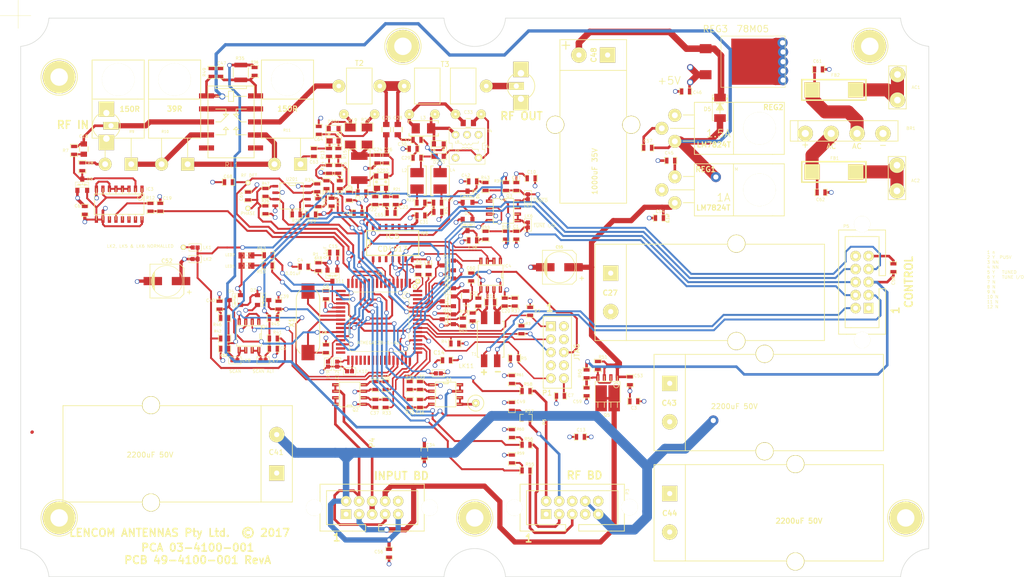
<source format=kicad_pcb>
(kicad_pcb (version 4) (host pcbnew 4.0.6)
  (title_block (date 10-11-2016) (rev MANUF.) (company "Lencom Antennas Pty Ltd") (comment 1 "IC1 Revert to Atmega 64-AU. Fit Pull down Rs R59,60 & 61") (comment 2 "RF Sense Cs TO 200V 0805. Relocate Electro C & +5V Reg Rev8") (comment 3 "To MTR 10-11-2016"))
  (layers (0 F.Cu signal) (1 Inner.Cu_VCC_Top power) (2 Inner.Cu_GND_Bottom power) (31 B.Cu signal) (35 F.Paste user) (37 F.SilkS user) (38 B.Mask user) (39 F.Mask user) (44 Edge.Cuts user))
  (net 0 "")
  (net 1 /+24V)
  (net 2 "/485 Data+")
  (net 3 "/485 Data-")
  (net 4 /485TX)
  (net 5 "/AUX Ant")
  (net 6 /Arm)
  (net 7 /CLOCK)
  (net 8 /DATA)
  (net 9 /Frequency)
  (net 10 /IN1)
  (net 11 /IN2)
  (net 12 /IN3)
  (net 13 /IN4)
  (net 14 /LED1)
  (net 15 /LED2)
  (net 16 /NU)
  (net 17 /O/P_En)
  (net 18 /OC1A)
  (net 19 /OUT1)
  (net 20 /OUT2)
  (net 21 /OUT3)
  (net 22 /OUT4)
  (net 23 "/PULL UP")
  (net 24 /Pad)
  (net 25 /Phase)
  (net 26 /RFDetect)
  (net 27 /RxD0)
  (net 28 /STROBE)
  (net 29 "/Serial Int")
  (net 30 "/Spare OP")
  (net 31 /TCK)
  (net 32 /TDI)
  (net 33 /TDO)
  (net 34 /TMS)
  (net 35 /TUNE)
  (net 36 "/TUNE OC")
  (net 37 /Temperature)
  (net 38 /TxD0)
  (net 39 /VCC)
  (net 40 /Vfwd)
  (net 41 /Vref)
  (net 42 /Vsamp)
  (net 43 /~OUT1)
  (net 44 /~OUT2)
  (net 45 /~OUT3)
  (net 46 /~OUT4)
  (net 47 /~RESET)
  (net 48 /~SCAN)
  (net 49 "/~SCAN ALT ANT")
  (net 50 "/~Spare OP")
  (net 51 /~TUNE)
  (net 52 /~TUNED)
  (net 53 GND)
  (net 54 "Net-(C2-Pad1)")
  (net 55 "Net-(C8-Pad2)")
  (net 56 "Net-(C9-Pad2)")
  (net 57 "Net-(C11-Pad2)")
  (net 58 "Net-(C18-Pad1)")
  (net 59 "Net-(C18-Pad2)")
  (net 60 "Net-(C20-Pad1)")
  (net 61 "Net-(C21-Pad1)")
  (net 62 "Net-(C22-Pad1)")
  (net 63 "Net-(C23-Pad1)")
  (net 64 "Net-(C24-Pad1)")
  (net 65 "Net-(C25-Pad1)")
  (net 66 "Net-(C28-Pad2)")
  (net 67 "Net-(C29-Pad1)")
  (net 68 "Net-(C31-Pad1)")
  (net 69 "Net-(C32-Pad2)")
  (net 70 "Net-(C33-Pad1)")
  (net 71 "Net-(C33-Pad2)")
  (net 72 "Net-(C35-Pad1)")
  (net 73 "Net-(C36-Pad1)")
  (net 74 "Net-(C37-Pad1)")
  (net 75 "Net-(C47-Pad1)")
  (net 76 "Net-(C47-Pad2)")
  (net 77 "Net-(C59-Pad1)")
  (net 78 "Net-(C63-Pad1)")
  (net 79 "Net-(C64-Pad2)")
  (net 80 "Net-(D201-Pad3)")
  (net 81 "Net-(D201-Pad4)")
  (net 82 "Net-(D203-Pad4)")
  (net 83 "Net-(FB1-Pad1)")
  (net 84 "Net-(FB2-Pad1)")
  (net 85 "Net-(IC3-Pad11)")
  (net 86 "Net-(IC3-Pad12)")
  (net 87 "Net-(IC3-Pad13)")
  (net 88 "Net-(IC3-Pad14)")
  (net 89 "Net-(IC3-Pad15)")
  (net 90 "Net-(IC5-Pad2)")
  (net 91 "Net-(IC5-Pad6)")
  (net 92 "Net-(IC5-Pad12)")
  (net 93 "Net-(IC5-Pad13)")
  (net 94 "Net-(L2-Pad2)")
  (net 95 "Net-(L4-Pad2)")
  (net 96 "Net-(LED1-Pad1)")
  (net 97 "Net-(LED2-Pad1)")
  (net 98 "Net-(P1-Pad8)")
  (net 99 "Net-(P3-Pad2)")
  (net 100 "Net-(P3-Pad3)")
  (net 101 "Net-(P3-Pad4)")
  (net 102 "Net-(P3-Pad5)")
  (net 103 "Net-(R10-Pad2)")
  (net 104 "Net-(R10-Pad1)")
  (net 105 "Net-(R27-Pad2)")
  (net 106 "Net-(R28-Pad2)")
  (net 107 "Net-(RL1-Pad2)")
  (net 108 "Net-(RL1-Pad8)")
  (net 109 "Net-(SK2-Pad1)")
  (net 110 "Net-(IC1-Pad64)")
  (net 111 "Net-(IC1-Pad17)")
  (net 112 "Net-(IC1-Pad43)")
  (net 113 "Net-(IC1-Pad42)")
  (net 114 "Net-(IC1-Pad41)")
  (net 115 "Net-(IC1-Pad40)")
  (net 116 "Net-(IC1-Pad39)")
  (net 117 "Net-(IC1-Pad38)")
  (net 118 "Net-(IC1-Pad1)")
  (net 119 "Net-(IC1-Pad14)")
  (net 120 "Net-(IC1-Pad16)")
  (net 121 "Net-(IC1-Pad33)")
  (net 122 "Net-(IC1-Pad34)")
  (net 123 "Net-(IC1-Pad35)")
  (net 124 "Net-(IC1-Pad36)")
  (net 125 "Net-(IC1-Pad37)")
  (net 126 "Net-(IC1-Pad29)")
  (net 127 "Net-(IC1-Pad31)")
  (net 128 "Net-(IC1-Pad32)")
  (net 129 "/ALT ANT SELECT")
  (net 130 /+24B)
  (net 131 "/~ALT ANT +24 ON")
  (net 132 "/+24V ALT ANT")
  (net 133 "Net-(Q1-Pad7)")
  (net 134 "Net-(BR1-Pad4)")
  (net 135 "Net-(BR1-Pad2)")
  (net 136 "Net-(BR1-Pad3)")
  (net 137 "Net-(C48-Pad1)")
  (module AA_LENCOM:3.2mm_NPTHole (layer F.Cu) (at 219.2 195.9)
    (fp_text reference ~ hide)
    (fp_text value ~ (at 0 0) (layer F.SilkS))
    (pad "" np_thru_hole circle (at 0 0) (size 3.2 3.2) (drill 3.2) (layers *.Cu *.Mask F.SilkS))
  )
  (module Capacitors_SMD:C_0805 (layer F.Cu) (at 187.75 120.95)
    (fp_text reference C33 (at 0 -2.1) (layer F.SilkS) (effects (font (size 0.6 0.6) (thickness 0.075))))
    (fp_text value "390pF 200V" hide)
    (pad 1 smd rect (at -1 0) (size 1 1.25) (layers F.Cu F.Paste F.Mask) (net 70 "Net-(C33-Pad1)"))
    (pad 2 smd rect (at 1 0) (size 1 1.25) (layers F.Cu F.Paste F.Mask) (net 71 "Net-(C33-Pad2)"))
  )
  (module Inductor_1uH (layer F.Cu) (at 179 122)
    (fp_text reference L3 (at -0.07 -2.08) (layer F.SilkS) (effects (font (size 0.6 0.6) (thickness 0.075))))
    (fp_text value 1uH hide)
    (pad 1 smd rect (at 1.5 0) (size 1.6 2) (layers F.Cu F.Paste F.Mask) (net 82 "Net-(D203-Pad4)"))
    (pad 2 smd rect (at -1.5 0) (size 1.6 2) (layers F.Cu F.Paste F.Mask) (net 70 "Net-(C33-Pad1)"))
  )
  (module Inductor_100uH (layer F.Cu) (at 177.75 132.25 90)
    (fp_text reference L2 (at 2.04 -2.45 180) (layer F.SilkS) (effects (font (size 0.6 0.6) (thickness 0.075))))
    (fp_text value 100uH hide)
    (pad 1 smd rect (at 1.6 0 90) (size 1.8 2.6) (layers F.Cu F.Paste F.Mask) (net 67 "Net-(C29-Pad1)"))
    (pad 2 smd rect (at -1.6 0 90) (size 1.8 2.6) (layers F.Cu F.Paste F.Mask) (net 94 "Net-(L2-Pad2)"))
  )
  (module Inductor_100uH (layer F.Cu) (at 182.25 132.25 90)
    (fp_text reference L4 (at 2.12 2.42 180) (layer F.SilkS) (effects (font (size 0.6 0.6) (thickness 0.075))))
    (fp_text value 100uH hide)
    (pad 1 smd rect (at 1.6 0 90) (size 1.8 2.6) (layers F.Cu F.Paste F.Mask) (net 69 "Net-(C32-Pad2)"))
    (pad 2 smd rect (at -1.6 0 90) (size 1.8 2.6) (layers F.Cu F.Paste F.Mask) (net 95 "Net-(L4-Pad2)"))
  )
  (module AA_LENCOM:SM0603_Capa (layer F.Cu) (at 256.5 134.5)
    (fp_text reference C62 (at -0.1 1.4 180) (layer F.SilkS) (effects (font (size 0.6 0.6) (thickness 0.075))))
    (fp_text value .01uF hide)
    (pad 1 smd rect (at -0.762 0) (size 0.635 1.143) (layers F.Cu F.Paste F.Mask) (net 134 "Net-(BR1-Pad4)"))
    (pad 2 smd rect (at 0.762 0) (size 0.635 1.143) (layers F.Cu F.Paste F.Mask) (net 53 GND))
  )
  (module AA_LENCOM:SM0603_Capa (layer F.Cu) (at 256 110.5)
    (fp_text reference C61 (at -0.2 -1.6 180) (layer F.SilkS) (effects (font (size 0.6 0.6) (thickness 0.075))))
    (fp_text value .01uF hide)
    (pad 1 smd rect (at -0.762 0) (size 0.635 1.143) (layers F.Cu F.Paste F.Mask) (net 135 "Net-(BR1-Pad2)"))
    (pad 2 smd rect (at 0.762 0) (size 0.635 1.143) (layers F.Cu F.Paste F.Mask) (net 53 GND))
  )
  (module AA_LENCOM:SM0603_Capa (layer F.Cu) (at 188.3 151 90)
    (fp_text reference C60 (at 1.74 -0.05 180) (layer F.SilkS) (effects (font (size 0.6 0.6) (thickness 0.075))))
    (fp_text value 0.1uF hide)
    (pad 1 smd rect (at -0.762 0 90) (size 0.635 1.143) (layers F.Cu F.Paste F.Mask) (net 37 /Temperature))
    (pad 2 smd rect (at 0.762 0 90) (size 0.635 1.143) (layers F.Cu F.Paste F.Mask) (net 53 GND))
  )
  (module AA_LENCOM:SM0603_Capa (layer F.Cu) (at 210.8 173.4 270)
    (fp_text reference C59 (at 1.9 1.8 360) (layer F.SilkS) (effects (font (size 0.6 0.6) (thickness 0.075))))
    (fp_text value 0.1uF hide)
    (pad 1 smd rect (at -0.762 0 270) (size 0.635 1.143) (layers F.Cu F.Paste F.Mask) (net 77 "Net-(C59-Pad1)"))
    (pad 2 smd rect (at 0.762 0 270) (size 0.635 1.143) (layers F.Cu F.Paste F.Mask) (net 53 GND))
  )
  (module AA_LENCOM:SM0603_Capa (layer F.Cu) (at 270.6 149.2 90)
    (fp_text reference C58 (at -2.5 0 270) (layer F.SilkS) (effects (font (size 0.6 0.6) (thickness 0.075))))
    (fp_text value 0.1uF hide)
    (pad 1 smd rect (at -0.762 0 90) (size 0.635 1.143) (layers F.Cu F.Paste F.Mask) (net 131 "/~ALT ANT +24 ON"))
    (pad 2 smd rect (at 0.762 0 90) (size 0.635 1.143) (layers F.Cu F.Paste F.Mask) (net 53 GND))
  )
  (module AA_LENCOM:SM0603_Capa (layer F.Cu) (at 179.18 185.51 270)
    (fp_text reference C34 (at -1.73 -1.2 360) (layer F.SilkS) (effects (font (size 0.6 0.6) (thickness 0.075))))
    (fp_text value 0.1uF hide)
    (pad 1 smd rect (at -0.762 0 270) (size 0.635 1.143) (layers F.Cu F.Paste F.Mask) (net 39 /VCC))
    (pad 2 smd rect (at 0.762 0 270) (size 0.635 1.143) (layers F.Cu F.Paste F.Mask) (net 53 GND))
  )
  (module AA_LENCOM:SM0603_Capa (layer F.Cu) (at 172.3 204.9 90)
    (fp_text reference C56 (at 0.3 -2 180) (layer F.SilkS) (effects (font (size 0.6 0.6) (thickness 0.075))))
    (fp_text value 0.1uF hide)
    (pad 1 smd rect (at -0.762 0 90) (size 0.635 1.143) (layers F.Cu F.Paste F.Mask) (net 53 GND))
    (pad 2 smd rect (at 0.762 0 90) (size 0.635 1.143) (layers F.Cu F.Paste F.Mask) (net 1 /+24V))
  )
  (module AA_LENCOM:SM0603_Capa (layer F.Cu) (at 222.7 125.8 180)
    (fp_text reference C57 (at -0.05 1.35 360) (layer F.SilkS) (effects (font (size 0.6 0.6) (thickness 0.075))))
    (fp_text value 0.1uF hide)
    (pad 1 smd rect (at -0.762 0 180) (size 0.635 1.143) (layers F.Cu F.Paste F.Mask) (net 1 /+24V))
    (pad 2 smd rect (at 0.762 0 180) (size 0.635 1.143) (layers F.Cu F.Paste F.Mask) (net 53 GND))
  )
  (module AA_LENCOM:SM0603_Capa (layer F.Cu) (at 225 139.5 180)
    (fp_text reference C54 (at -0.15 1.3 360) (layer F.SilkS) (effects (font (size 0.6 0.6) (thickness 0.075))))
    (fp_text value 0.1uF (at -1.651 0 270) (layer F.SilkS) (effects (font (size 0.508 0.4572) (thickness 0.1143))))
    (pad 1 smd rect (at -0.762 0 180) (size 0.635 1.143) (layers F.Cu F.Paste F.Mask) (net 130 /+24B))
    (pad 2 smd rect (at 0.762 0 180) (size 0.635 1.143) (layers F.Cu F.Paste F.Mask) (net 53 GND))
  )
  (module AA_LENCOM:SM0603_Capa (layer F.Cu) (at 219.25 171.25 90)
    (fp_text reference C53 (at 0.99 1.67 180) (layer F.SilkS) (effects (font (size 0.6 0.6) (thickness 0.075))))
    (fp_text value 0.1uF hide)
    (pad 1 smd rect (at -0.762 0 90) (size 0.635 1.143) (layers F.Cu F.Paste F.Mask) (net 53 GND))
    (pad 2 smd rect (at 0.762 0 90) (size 0.635 1.143) (layers F.Cu F.Paste F.Mask) (net 130 /+24B))
  )
  (module AA_LENCOM:SM0603_Capa (layer F.Cu) (at 196.25 176.25 270)
    (fp_text reference C49 (at -0.92 -1.74 360) (layer F.SilkS) (effects (font (size 0.6 0.6) (thickness 0.075))))
    (fp_text value 1nF hide)
    (pad 1 smd rect (at -0.762 0 270) (size 0.635 1.143) (layers F.Cu F.Paste F.Mask) (net 53 GND))
    (pad 2 smd rect (at 0.762 0 270) (size 0.635 1.143) (layers F.Cu F.Paste F.Mask) (net 8 /DATA))
  )
  (module AA_LENCOM:SM0603_Capa (layer F.Cu) (at 139.4 111.1 90)
    (fp_text reference C47 (at 1.8 0.3 180) (layer F.SilkS) (effects (font (size 0.6 0.6) (thickness 0.075))))
    (fp_text value 0.1uF hide)
    (pad 1 smd rect (at -0.762 0 90) (size 0.635 1.143) (layers F.Cu F.Paste F.Mask) (net 75 "Net-(C47-Pad1)"))
    (pad 2 smd rect (at 0.762 0 90) (size 0.635 1.143) (layers F.Cu F.Paste F.Mask) (net 76 "Net-(C47-Pad2)"))
  )
  (module AA_LENCOM:SM0603_Capa (layer F.Cu) (at 127.7 137.4 90)
    (fp_text reference C19 (at 1.78 1.36 180) (layer F.SilkS) (effects (font (size 0.6 0.6) (thickness 0.075))))
    (fp_text value 47pF hide)
    (pad 1 smd rect (at -0.762 0 90) (size 0.635 1.143) (layers F.Cu F.Paste F.Mask) (net 9 /Frequency))
    (pad 2 smd rect (at 0.762 0 90) (size 0.635 1.143) (layers F.Cu F.Paste F.Mask) (net 53 GND))
  )
  (module AA_LENCOM:SM0603_Capa (layer F.Cu) (at 178.5 139 180)
    (fp_text reference C31 (at -0.6 -1.27 360) (layer F.SilkS) (effects (font (size 0.6 0.6) (thickness 0.075))))
    (fp_text value .01uF hide)
    (pad 1 smd rect (at -0.762 0 180) (size 0.635 1.143) (layers F.Cu F.Paste F.Mask) (net 68 "Net-(C31-Pad1)"))
    (pad 2 smd rect (at 0.762 0 180) (size 0.635 1.143) (layers F.Cu F.Paste F.Mask) (net 53 GND))
  )
  (module AA_LENCOM:SM0603_Capa (layer F.Cu) (at 183.5 167.25)
    (fp_text reference C14 (at -1.45 -1.5) (layer F.SilkS) (effects (font (size 0.762 0.762) (thickness 0.1143))))
    (fp_text value 0.1uF hide)
    (pad 1 smd rect (at -0.762 0) (size 0.635 1.143) (layers F.Cu F.Paste F.Mask) (net 39 /VCC))
    (pad 2 smd rect (at 0.762 0) (size 0.635 1.143) (layers F.Cu F.Paste F.Mask) (net 53 GND))
  )
  (module AA_LENCOM:SM0603_Capa (layer F.Cu) (at 209.6 182.2 180)
    (fp_text reference C13 (at -0.12 1.38 360) (layer F.SilkS) (effects (font (size 0.6 0.6) (thickness 0.075))))
    (fp_text value 0.1uF hide)
    (pad 1 smd rect (at -0.762 0 180) (size 0.635 1.143) (layers F.Cu F.Paste F.Mask) (net 39 /VCC))
    (pad 2 smd rect (at 0.762 0 180) (size 0.635 1.143) (layers F.Cu F.Paste F.Mask) (net 53 GND))
  )
  (module AA_LENCOM:SM0603_Capa (layer F.Cu) (at 200 131.75 180)
    (fp_text reference C10 (at -0.07 1.23 360) (layer F.SilkS) (effects (font (size 0.6 0.6) (thickness 0.075))))
    (fp_text value 0.1uF hide)
    (pad 1 smd rect (at -0.762 0 180) (size 0.635 1.143) (layers F.Cu F.Paste F.Mask) (net 39 /VCC))
    (pad 2 smd rect (at 0.762 0 180) (size 0.635 1.143) (layers F.Cu F.Paste F.Mask) (net 53 GND))
  )
  (module AA_LENCOM:SM0603_Capa (layer F.Cu) (at 205.7 174.2)
    (fp_text reference C7 (at 2 -0.1 180) (layer F.SilkS) (effects (font (size 0.6 0.6) (thickness 0.075))))
    (fp_text value 0.1uF hide)
    (pad 1 smd rect (at -0.762 0) (size 0.635 1.143) (layers F.Cu F.Paste F.Mask) (net 39 /VCC))
    (pad 2 smd rect (at 0.762 0) (size 0.635 1.143) (layers F.Cu F.Paste F.Mask) (net 53 GND))
  )
  (module AA_LENCOM:SM0603_Capa (layer F.Cu) (at 113 138 90)
    (fp_text reference C6 (at 0.87 -1.43 180) (layer F.SilkS) (effects (font (size 0.6 0.6) (thickness 0.075))))
    (fp_text value 0.1uF hide)
    (pad 1 smd rect (at -0.762 0 90) (size 0.635 1.143) (layers F.Cu F.Paste F.Mask) (net 39 /VCC))
    (pad 2 smd rect (at 0.762 0 90) (size 0.635 1.143) (layers F.Cu F.Paste F.Mask) (net 53 GND))
  )
  (module AA_LENCOM:SM0603_Capa (layer F.Cu) (at 220 175.25 180)
    (fp_text reference C3 (at -0.01 -1.3 360) (layer F.SilkS) (effects (font (size 0.6 0.6) (thickness 0.075))))
    (fp_text value 0.1uF hide)
    (pad 1 smd rect (at -0.762 0 180) (size 0.635 1.143) (layers F.Cu F.Paste F.Mask) (net 39 /VCC))
    (pad 2 smd rect (at 0.762 0 180) (size 0.635 1.143) (layers F.Cu F.Paste F.Mask) (net 53 GND))
  )
  (module AA_LENCOM:SM0603_Capa (layer F.Cu) (at 180 149.75 270)
    (fp_text reference C11 (at -1.66 0 360) (layer F.SilkS) (effects (font (size 0.6 0.6) (thickness 0.075))))
    (fp_text value 0.1uF hide)
    (pad 1 smd rect (at -0.762 0 270) (size 0.635 1.143) (layers F.Cu F.Paste F.Mask) (net 53 GND))
    (pad 2 smd rect (at 0.762 0 270) (size 0.635 1.143) (layers F.Cu F.Paste F.Mask) (net 57 "Net-(C11-Pad2)"))
  )
  (module AA_LENCOM:SM0603_Capa (layer F.Cu) (at 160 165 270)
    (fp_text reference C9 (at -3.1 0.3 360) (layer F.SilkS) (effects (font (size 0.508 0.4572) (thickness 0.1143))))
    (fp_text value 15pF hide)
    (pad 1 smd rect (at -0.762 0 270) (size 0.635 1.143) (layers F.Cu F.Paste F.Mask) (net 53 GND))
    (pad 2 smd rect (at 0.762 0 270) (size 0.635 1.143) (layers F.Cu F.Paste F.Mask) (net 56 "Net-(C9-Pad2)"))
  )
  (module AA_LENCOM:SM0603_Capa (layer F.Cu) (at 167 134.5)
    (fp_text reference C22 (at -0.49 1.17 180) (layer F.SilkS) (effects (font (size 0.6 0.6) (thickness 0.075))))
    (fp_text value 0.1uF hide)
    (pad 1 smd rect (at -0.762 0) (size 0.635 1.143) (layers F.Cu F.Paste F.Mask) (net 62 "Net-(C22-Pad1)"))
    (pad 2 smd rect (at 0.762 0) (size 0.635 1.143) (layers F.Cu F.Paste F.Mask) (net 53 GND))
  )
  (module AA_LENCOM:SM0603_Capa (layer F.Cu) (at 173.6 136.1 270)
    (fp_text reference C23 (at 1.29 -1.55 360) (layer F.SilkS) (effects (font (size 0.6 0.6) (thickness 0.075))))
    (fp_text value 0.01uF hide)
    (pad 1 smd rect (at -0.762 0 270) (size 0.635 1.143) (layers F.Cu F.Paste F.Mask) (net 63 "Net-(C23-Pad1)"))
    (pad 2 smd rect (at 0.762 0 270) (size 0.635 1.143) (layers F.Cu F.Paste F.Mask) (net 53 GND))
  )
  (module AA_LENCOM:SM0603_Capa (layer F.Cu) (at 171.75 128 270)
    (fp_text reference C26 (at -1.86 -0.34 360) (layer F.SilkS) (effects (font (size 0.6 0.6) (thickness 0.075))))
    (fp_text value 1.8pF hide)
    (pad 1 smd rect (at -0.762 0 270) (size 0.635 1.143) (layers F.Cu F.Paste F.Mask) (net 64 "Net-(C24-Pad1)"))
    (pad 2 smd rect (at 0.762 0 270) (size 0.635 1.143) (layers F.Cu F.Paste F.Mask) (net 53 GND))
  )
  (module AA_LENCOM:SM0603_Capa (layer F.Cu) (at 170 128 270)
    (fp_text reference C24 (at -1.85 -0.13 360) (layer F.SilkS) (effects (font (size 0.6 0.6) (thickness 0.075))))
    (fp_text value 39pF hide)
    (pad 1 smd rect (at -0.762 0 270) (size 0.635 1.143) (layers F.Cu F.Paste F.Mask) (net 64 "Net-(C24-Pad1)"))
    (pad 2 smd rect (at 0.762 0 270) (size 0.635 1.143) (layers F.Cu F.Paste F.Mask) (net 53 GND))
  )
  (module AA_LENCOM:SM0603_Capa (layer F.Cu) (at 177 126 180)
    (fp_text reference C30 (at 2.15 0.9 360) (layer F.SilkS) (effects (font (size 0.6 0.6) (thickness 0.075))))
    (fp_text value 47pF hide)
    (pad 1 smd rect (at -0.762 0 180) (size 0.635 1.143) (layers F.Cu F.Paste F.Mask) (net 66 "Net-(C28-Pad2)"))
    (pad 2 smd rect (at 0.762 0 180) (size 0.635 1.143) (layers F.Cu F.Paste F.Mask) (net 53 GND))
  )
  (module AA_LENCOM:SM0603_Capa (layer F.Cu) (at 177.75 127.75 180)
    (fp_text reference C29 (at 2.18 -0.03 360) (layer F.SilkS) (effects (font (size 0.6 0.6) (thickness 0.075))))
    (fp_text value 68nF hide)
    (pad 1 smd rect (at -0.762 0 180) (size 0.635 1.143) (layers F.Cu F.Paste F.Mask) (net 67 "Net-(C29-Pad1)"))
    (pad 2 smd rect (at 0.762 0 180) (size 0.635 1.143) (layers F.Cu F.Paste F.Mask) (net 66 "Net-(C28-Pad2)"))
  )
  (module AA_LENCOM:SM0603_Capa (layer F.Cu) (at 177.75 124.25)
    (fp_text reference C32 (at -2.29 0.02 180) (layer F.SilkS) (effects (font (size 0.6 0.6) (thickness 0.075))))
    (fp_text value 68nF hide)
    (pad 1 smd rect (at -0.762 0) (size 0.635 1.143) (layers F.Cu F.Paste F.Mask) (net 66 "Net-(C28-Pad2)"))
    (pad 2 smd rect (at 0.762 0) (size 0.635 1.143) (layers F.Cu F.Paste F.Mask) (net 69 "Net-(C32-Pad2)"))
  )
  (module AA_LENCOM:SM0603_Capa (layer F.Cu) (at 139.25 156.5 90)
    (fp_text reference C40 (at 0.92 -1.74 180) (layer F.SilkS) (effects (font (size 0.6 0.6) (thickness 0.075))))
    (fp_text value 0.1uF hide)
    (pad 1 smd rect (at -0.762 0 90) (size 0.635 1.143) (layers F.Cu F.Paste F.Mask) (net 12 /IN3))
    (pad 2 smd rect (at 0.762 0 90) (size 0.635 1.143) (layers F.Cu F.Paste F.Mask) (net 53 GND))
  )
  (module AA_LENCOM:SM0603_Capa (layer F.Cu) (at 140.25 165)
    (fp_text reference C12 (at -0.15 1.3 180) (layer F.SilkS) (effects (font (size 0.508 0.4572) (thickness 0.1143))))
    (fp_text value 0.1uF hide)
    (pad 1 smd rect (at -0.762 0) (size 0.635 1.143) (layers F.Cu F.Paste F.Mask) (net 53 GND))
    (pad 2 smd rect (at 0.762 0) (size 0.635 1.143) (layers F.Cu F.Paste F.Mask) (net 48 /~SCAN))
  )
  (module AA_LENCOM:SM0603_Capa (layer F.Cu) (at 160 154.5 90)
    (fp_text reference C8 (at 1.7 0 180) (layer F.SilkS) (effects (font (size 0.6 0.6) (thickness 0.075))))
    (fp_text value 15pF hide)
    (pad 1 smd rect (at -0.762 0 90) (size 0.635 1.143) (layers F.Cu F.Paste F.Mask) (net 53 GND))
    (pad 2 smd rect (at 0.762 0 90) (size 0.635 1.143) (layers F.Cu F.Paste F.Mask) (net 55 "Net-(C8-Pad2)"))
  )
  (module AA_LENCOM:SM0603_Capa (layer F.Cu) (at 230.1 114.8 180)
    (fp_text reference C46 (at -2.3 -0.2 360) (layer F.SilkS) (effects (font (size 0.6 0.6) (thickness 0.075))))
    (fp_text value 0.1uF hide)
    (pad 1 smd rect (at -0.762 0 180) (size 0.635 1.143) (layers F.Cu F.Paste F.Mask) (net 39 /VCC))
    (pad 2 smd rect (at 0.762 0 180) (size 0.635 1.143) (layers F.Cu F.Paste F.Mask) (net 53 GND))
  )
  (module AA_LENCOM:SM0603_Capa (layer F.Cu) (at 150.75 156.5 90)
    (fp_text reference C39 (at 1.7 1.15 180) (layer F.SilkS) (effects (font (size 0.6 0.6) (thickness 0.075))))
    (fp_text value 0.1uF hide)
    (pad 1 smd rect (at -0.762 0 90) (size 0.635 1.143) (layers F.Cu F.Paste F.Mask) (net 13 /IN4))
    (pad 2 smd rect (at 0.762 0 90) (size 0.635 1.143) (layers F.Cu F.Paste F.Mask) (net 53 GND))
  )
  (module AA_LENCOM:SM0603_Capa (layer F.Cu) (at 194.85 155.9 90)
    (fp_text reference C20 (at -1.74 0.21 180) (layer F.SilkS) (effects (font (size 0.6 0.6) (thickness 0.075))))
    (fp_text value 100pF hide)
    (pad 1 smd rect (at -0.762 0 90) (size 0.635 1.143) (layers F.Cu F.Paste F.Mask) (net 60 "Net-(C20-Pad1)"))
    (pad 2 smd rect (at 0.762 0 90) (size 0.635 1.143) (layers F.Cu F.Paste F.Mask) (net 53 GND))
  )
  (module AA_LENCOM:SM0603_Capa (layer F.Cu) (at 189.7 155.9 90)
    (fp_text reference C21 (at 1.72 -0.77 180) (layer F.SilkS) (effects (font (size 0.6 0.6) (thickness 0.075))))
    (fp_text value 100pF hide)
    (pad 1 smd rect (at -0.762 0 90) (size 0.635 1.143) (layers F.Cu F.Paste F.Mask) (net 61 "Net-(C21-Pad1)"))
    (pad 2 smd rect (at 0.762 0 90) (size 0.635 1.143) (layers F.Cu F.Paste F.Mask) (net 53 GND))
  )
  (module AA_LENCOM:SM0603_Capa (layer F.Cu) (at 149.75 165 180)
    (fp_text reference C5 (at -1.91 0.09 360) (layer F.SilkS) (effects (font (size 0.6 0.6) (thickness 0.075))))
    (fp_text value 0.1uF hide)
    (pad 1 smd rect (at -0.762 0 180) (size 0.635 1.143) (layers F.Cu F.Paste F.Mask) (net 53 GND))
    (pad 2 smd rect (at 0.762 0 180) (size 0.635 1.143) (layers F.Cu F.Paste F.Mask) (net 49 "/~SCAN ALT ANT"))
  )
  (module AA_LENCOM:SM0603_Capa (layer F.Cu) (at 197.1 142.85 90)
    (fp_text reference C1 (at 1.69 -0.07 180) (layer F.SilkS) (effects (font (size 0.6 0.6) (thickness 0.075))))
    (fp_text value 0.1uF hide)
    (pad 1 smd rect (at -0.762 0 90) (size 0.635 1.143) (layers F.Cu F.Paste F.Mask) (net 53 GND))
    (pad 2 smd rect (at 0.762 0 90) (size 0.635 1.143) (layers F.Cu F.Paste F.Mask) (net 51 /~TUNE))
  )
  (module AA_LENCOM:SM0603_Capa (layer F.Cu) (at 188.6 143.85 180)
    (fp_text reference C38 (at -0.01 -1.4 360) (layer F.SilkS) (effects (font (size 0.6 0.6) (thickness 0.075))))
    (fp_text value 0.1uF hide)
    (pad 1 smd rect (at -0.762 0 180) (size 0.635 1.143) (layers F.Cu F.Paste F.Mask) (net 10 /IN1))
    (pad 2 smd rect (at 0.762 0 180) (size 0.635 1.143) (layers F.Cu F.Paste F.Mask) (net 53 GND))
  )
  (module AA_LENCOM:SM0603_Capa (layer F.Cu) (at 169.625 172.175 270)
    (fp_text reference C2 (at -1.665 0.025 360) (layer F.SilkS) (effects (font (size 0.6 0.6) (thickness 0.075))))
    (fp_text value .01uF hide)
    (pad 1 smd rect (at -0.762 0 270) (size 0.635 1.143) (layers F.Cu F.Paste F.Mask) (net 54 "Net-(C2-Pad1)"))
    (pad 2 smd rect (at 0.762 0 270) (size 0.635 1.143) (layers F.Cu F.Paste F.Mask) (net 53 GND))
  )
  (module AA_LENCOM:SM0603_Capa (layer F.Cu) (at 169.625 175.675 270)
    (fp_text reference C37 (at 1.865 0.145 360) (layer F.SilkS) (effects (font (size 0.6 0.6) (thickness 0.075))))
    (fp_text value .01uF hide)
    (pad 1 smd rect (at -0.762 0 270) (size 0.635 1.143) (layers F.Cu F.Paste F.Mask) (net 74 "Net-(C37-Pad1)"))
    (pad 2 smd rect (at 0.762 0 270) (size 0.635 1.143) (layers F.Cu F.Paste F.Mask) (net 53 GND))
  )
  (module AA_LENCOM:SM0603_Capa (layer F.Cu) (at 178.325 175.675 90)
    (fp_text reference C36 (at -1.825 0.035 180) (layer F.SilkS) (effects (font (size 0.6 0.6) (thickness 0.075))))
    (fp_text value .01uF hide)
    (pad 1 smd rect (at -0.762 0 90) (size 0.635 1.143) (layers F.Cu F.Paste F.Mask) (net 73 "Net-(C36-Pad1)"))
    (pad 2 smd rect (at 0.762 0 90) (size 0.635 1.143) (layers F.Cu F.Paste F.Mask) (net 53 GND))
  )
  (module AA_LENCOM:SM0603_Capa (layer F.Cu) (at 178.325 172.175 90)
    (fp_text reference C35 (at 1.715 0.065 180) (layer F.SilkS) (effects (font (size 0.6 0.6) (thickness 0.075))))
    (fp_text value .01uF hide)
    (pad 1 smd rect (at -0.762 0 90) (size 0.635 1.143) (layers F.Cu F.Paste F.Mask) (net 72 "Net-(C35-Pad1)"))
    (pad 2 smd rect (at 0.762 0 90) (size 0.635 1.143) (layers F.Cu F.Paste F.Mask) (net 53 GND))
  )
  (module AA_LENCOM:SM0603_Capa (layer F.Cu) (at 227.2 128.3 180)
    (fp_text reference C45 (at 0.3 1.5 360) (layer F.SilkS) (effects (font (size 0.6 0.6) (thickness 0.075))))
    (fp_text value .1uF hide)
    (pad 1 smd rect (at -0.762 0 180) (size 0.635 1.143) (layers F.Cu F.Paste F.Mask) (net 136 "Net-(BR1-Pad3)"))
    (pad 2 smd rect (at 0.762 0 180) (size 0.635 1.143) (layers F.Cu F.Paste F.Mask) (net 53 GND))
  )
  (module AA_LENCOM:SM0603_Capa (layer F.Cu) (at 155.75 149 180)
    (fp_text reference C4 (at 0.75 1.3 360) (layer F.SilkS) (effects (font (size 0.6 0.6) (thickness 0.075))))
    (fp_text value 0.01uF (at 2.15 -1.3 360) (layer F.SilkS) (effects (font (size 0.6 0.6) (thickness 0.075))))
    (pad 1 smd rect (at -0.762 0 180) (size 0.635 1.143) (layers F.Cu F.Paste F.Mask) (net 47 /~RESET))
    (pad 2 smd rect (at 0.762 0 180) (size 0.635 1.143) (layers F.Cu F.Paste F.Mask) (net 53 GND))
  )
  (module AA_LENCOM:SM0603_Capa (layer F.Cu) (at 197.1 133.35 270)
    (fp_text reference C17 (at -1.7 0 360) (layer F.SilkS) (effects (font (size 0.6 0.6) (thickness 0.075))))
    (fp_text value 0.1uF hide)
    (pad 1 smd rect (at -0.762 0 270) (size 0.635 1.143) (layers F.Cu F.Paste F.Mask) (net 53 GND))
    (pad 2 smd rect (at 0.762 0 270) (size 0.635 1.143) (layers F.Cu F.Paste F.Mask) (net 52 /~TUNED))
  )
  (module AA_LENCOM:SM0603_Capa (layer F.Cu) (at 166.25 138.5 180)
    (fp_text reference C16 (at 2.14 -0.16 360) (layer F.SilkS) (effects (font (size 0.6 0.6) (thickness 0.075))))
    (fp_text value 0.1uF hide)
    (pad 1 smd rect (at -0.762 0 180) (size 0.635 1.143) (layers F.Cu F.Paste F.Mask) (net 39 /VCC))
    (pad 2 smd rect (at 0.762 0 180) (size 0.635 1.143) (layers F.Cu F.Paste F.Mask) (net 53 GND))
  )
  (module AA_LENCOM:SM0603_Capa (layer F.Cu) (at 161.5 146.25)
    (fp_text reference C15 (at -0.1 -1.25 180) (layer F.SilkS) (effects (font (size 0.6 0.6) (thickness 0.075))))
    (fp_text value 0.1uF (at -1.651 0 90) (layer F.SilkS) (effects (font (size 0.6 0.6) (thickness 0.075))))
    (pad 1 smd rect (at -0.762 0) (size 0.635 1.143) (layers F.Cu F.Paste F.Mask) (net 39 /VCC))
    (pad 2 smd rect (at 0.762 0) (size 0.635 1.143) (layers F.Cu F.Paste F.Mask) (net 53 GND))
  )
  (module AA_LENCOM:SM0603_Capa (layer F.Cu) (at 188.6 132.35 180)
    (fp_text reference C42 (at 1.34 1.16 360) (layer F.SilkS) (effects (font (size 0.6 0.6) (thickness 0.075))))
    (fp_text value 0.1uF hide)
    (pad 1 smd rect (at -0.762 0 180) (size 0.635 1.143) (layers F.Cu F.Paste F.Mask) (net 11 /IN2))
    (pad 2 smd rect (at 0.762 0 180) (size 0.635 1.143) (layers F.Cu F.Paste F.Mask) (net 53 GND))
  )
  (module AA_LENCOM:SM0603_Resistor (layer F.Cu) (at 199 173.25 180)
    (fp_text reference R58 (at -0.4 1.33 360) (layer F.SilkS) (effects (font (size 0.6 0.6) (thickness 0.075))))
    (fp_text value 0R hide)
    (pad 1 smd rect (at -0.762 0 180) (size 0.635 1.143) (layers F.Cu F.Paste F.Mask) (net 99 "Net-(P3-Pad2)"))
    (pad 2 smd rect (at 0.762 0 180) (size 0.635 1.143) (layers F.Cu F.Paste F.Mask) (net 28 /STROBE))
  )
  (module AA_LENCOM:SM0603_Resistor (layer F.Cu) (at 199 178.5 180)
    (fp_text reference R57 (at -0.64 1.28 360) (layer F.SilkS) (effects (font (size 0.6 0.6) (thickness 0.075))))
    (fp_text value 0R hide)
    (pad 1 smd rect (at -0.762 0 180) (size 0.635 1.143) (layers F.Cu F.Paste F.Mask) (net 101 "Net-(P3-Pad4)"))
    (pad 2 smd rect (at 0.762 0 180) (size 0.635 1.143) (layers F.Cu F.Paste F.Mask) (net 8 /DATA))
  )
  (module AA_LENCOM:SM0603_Resistor (layer F.Cu) (at 199 183.75 180)
    (fp_text reference R56 (at -0.52 1.15 360) (layer F.SilkS) (effects (font (size 0.6 0.6) (thickness 0.075))))
    (fp_text value 0R hide)
    (pad 1 smd rect (at -0.762 0 180) (size 0.635 1.143) (layers F.Cu F.Paste F.Mask) (net 100 "Net-(P3-Pad3)"))
    (pad 2 smd rect (at 0.762 0 180) (size 0.635 1.143) (layers F.Cu F.Paste F.Mask) (net 7 /CLOCK))
  )
  (module AA_LENCOM:SM0603_Resistor (layer F.Cu) (at 199 188.75 180)
    (fp_text reference R55 (at -0.73 1.2 360) (layer F.SilkS) (effects (font (size 0.6 0.6) (thickness 0.075))))
    (fp_text value 0R hide)
    (pad 1 smd rect (at -0.762 0 180) (size 0.635 1.143) (layers F.Cu F.Paste F.Mask) (net 102 "Net-(P3-Pad5)"))
    (pad 2 smd rect (at 0.762 0 180) (size 0.635 1.143) (layers F.Cu F.Paste F.Mask) (net 17 /O/P_En))
  )
  (module AA_LENCOM:SM0603_Resistor (layer F.Cu) (at 186.7 159.8 90)
    (fp_text reference R54 (at -1.8 0.05 180) (layer F.SilkS) (effects (font (size 0.6 0.6) (thickness 0.075))))
    (fp_text value 27K hide)
    (pad 1 smd rect (at -0.762 0 90) (size 0.635 1.143) (layers F.Cu F.Paste F.Mask) (net 53 GND))
    (pad 2 smd rect (at 0.762 0 90) (size 0.635 1.143) (layers F.Cu F.Paste F.Mask) (net 37 /Temperature))
  )
  (module AA_LENCOM:SM0603_Resistor (layer F.Cu) (at 148.75 146.75)
    (fp_text reference R52 (at -1.32 -1.27 180) (layer F.SilkS) (effects (font (size 0.6 0.6) (thickness 0.075))))
    (fp_text value 1K hide)
    (pad 1 smd rect (at -0.762 0) (size 0.635 1.143) (layers F.Cu F.Paste F.Mask) (net 97 "Net-(LED2-Pad1)"))
    (pad 2 smd rect (at 0.762 0) (size 0.635 1.143) (layers F.Cu F.Paste F.Mask) (net 15 /LED2))
  )
  (module AA_LENCOM:SM0603_Resistor (layer F.Cu) (at 148.75 148.75)
    (fp_text reference R53 (at -1.37 1.22 180) (layer F.SilkS) (effects (font (size 0.6 0.6) (thickness 0.075))))
    (fp_text value 1K hide)
    (pad 1 smd rect (at -0.762 0) (size 0.635 1.143) (layers F.Cu F.Paste F.Mask) (net 96 "Net-(LED1-Pad1)"))
    (pad 2 smd rect (at 0.762 0) (size 0.635 1.143) (layers F.Cu F.Paste F.Mask) (net 14 /LED1))
  )
  (module AA_LENCOM:SM0603_Resistor (layer F.Cu) (at 213 168.25 90)
    (fp_text reference R51 (at 1.65 1 180) (layer F.SilkS) (effects (font (size 0.6 0.6) (thickness 0.075))))
    (fp_text value 10K hide)
    (pad 1 smd rect (at -0.762 0 90) (size 0.635 1.143) (layers F.Cu F.Paste F.Mask) (net 77 "Net-(C59-Pad1)"))
    (pad 2 smd rect (at 0.762 0 90) (size 0.635 1.143) (layers F.Cu F.Paste F.Mask) (net 130 /+24B))
  )
  (module AA_LENCOM:SM0603_Resistor (layer F.Cu) (at 210.8 169.9 90)
    (fp_text reference R50 (at 0.1 -1.3 270) (layer F.SilkS) (effects (font (size 0.6 0.6) (thickness 0.075))))
    (fp_text value 10K hide)
    (pad 1 smd rect (at -0.762 0 90) (size 0.635 1.143) (layers F.Cu F.Paste F.Mask) (net 77 "Net-(C59-Pad1)"))
    (pad 2 smd rect (at 0.762 0 90) (size 0.635 1.143) (layers F.Cu F.Paste F.Mask) (net 131 "/~ALT ANT +24 ON"))
  )
  (module AA_LENCOM:SM0603_Resistor (layer F.Cu) (at 137.7 111.1 90)
    (fp_text reference R49 (at 0.05 -1.39 90) (layer F.SilkS) (effects (font (size 0.6 0.6) (thickness 0.075))))
    (fp_text value 10R hide)
    (pad 1 smd rect (at -0.762 0 90) (size 0.635 1.143) (layers F.Cu F.Paste F.Mask) (net 1 /+24V))
    (pad 2 smd rect (at 0.762 0 90) (size 0.635 1.143) (layers F.Cu F.Paste F.Mask) (net 76 "Net-(C47-Pad2)"))
  )
  (module AA_LENCOM:SM0603_Resistor (layer F.Cu) (at 125.8 137.4 270)
    (fp_text reference R12 (at -1.83 0.01 360) (layer F.SilkS) (effects (font (size 0.6 0.6) (thickness 0.075))))
    (fp_text value 47R hide)
    (pad 1 smd rect (at -0.762 0 270) (size 0.635 1.143) (layers F.Cu F.Paste F.Mask) (net 86 "Net-(IC3-Pad12)"))
    (pad 2 smd rect (at 0.762 0 270) (size 0.635 1.143) (layers F.Cu F.Paste F.Mask) (net 9 /Frequency))
  )
  (module AA_LENCOM:SM0603_Resistor (layer F.Cu) (at 158.5 136.5 90)
    (fp_text reference R30 (at 0.11 1.29 270) (layer F.SilkS) (effects (font (size 0.6 0.6) (thickness 0.075))))
    (fp_text value 10M hide)
    (pad 1 smd rect (at -0.762 0 90) (size 0.635 1.143) (layers F.Cu F.Paste F.Mask) (net 105 "Net-(R27-Pad2)"))
    (pad 2 smd rect (at 0.762 0 90) (size 0.635 1.143) (layers F.Cu F.Paste F.Mask) (net 26 /RFDetect))
  )
  (module AA_LENCOM:SM0603_Resistor (layer F.Cu) (at 158.3 133.6 270)
    (fp_text reference R34 (at -1.53 1.58 360) (layer F.SilkS) (effects (font (size 0.6 0.6) (thickness 0.075))))
    (fp_text value 10K hide)
    (pad 1 smd rect (at -0.762 0 270) (size 0.635 1.143) (layers F.Cu F.Paste F.Mask) (net 39 /VCC))
    (pad 2 smd rect (at 0.762 0 270) (size 0.635 1.143) (layers F.Cu F.Paste F.Mask) (net 26 /RFDetect))
  )
  (module AA_LENCOM:SM0603_Resistor (layer F.Cu) (at 157.2 138.8)
    (fp_text reference R29 (at 0.01 1.31 180) (layer F.SilkS) (effects (font (size 0.6 0.6) (thickness 0.075))))
    (fp_text value 680 hide)
    (pad 1 smd rect (at -0.762 0) (size 0.635 1.143) (layers F.Cu F.Paste F.Mask) (net 106 "Net-(R28-Pad2)"))
    (pad 2 smd rect (at 0.762 0) (size 0.635 1.143) (layers F.Cu F.Paste F.Mask) (net 53 GND))
  )
  (module AA_LENCOM:SM0603_Resistor (layer F.Cu) (at 154.2 138.8)
    (fp_text reference R28 (at 0 1.25 180) (layer F.SilkS) (effects (font (size 0.6 0.6) (thickness 0.075))))
    (fp_text value 15K hide)
    (pad 1 smd rect (at -0.762 0) (size 0.635 1.143) (layers F.Cu F.Paste F.Mask) (net 39 /VCC))
    (pad 2 smd rect (at 0.762 0) (size 0.635 1.143) (layers F.Cu F.Paste F.Mask) (net 106 "Net-(R28-Pad2)"))
  )
  (module AA_LENCOM:SM0603_Resistor (layer F.Cu) (at 160.1 133 270)
    (fp_text reference R27 (at 1.72 0.02 360) (layer F.SilkS) (effects (font (size 0.6 0.6) (thickness 0.075))))
    (fp_text value 100K hide)
    (pad 1 smd rect (at -0.762 0 270) (size 0.635 1.143) (layers F.Cu F.Paste F.Mask) (net 40 /Vfwd))
    (pad 2 smd rect (at 0.762 0 270) (size 0.635 1.143) (layers F.Cu F.Paste F.Mask) (net 105 "Net-(R27-Pad2)"))
  )
  (module AA_LENCOM:SM0603_Resistor (layer F.Cu) (at 196.725 166.825)
    (fp_text reference R5 (at 1.835 0.065 180) (layer F.SilkS) (effects (font (size 0.6 0.6) (thickness 0.075))))
    (fp_text value 10K hide)
    (pad 1 smd rect (at -0.762 0) (size 0.635 1.143) (layers F.Cu F.Paste F.Mask) (net 39 /VCC))
    (pad 2 smd rect (at 0.762 0) (size 0.635 1.143) (layers F.Cu F.Paste F.Mask) (net 32 /TDI))
  )
  (module AA_LENCOM:SM0603_Resistor (layer F.Cu) (at 112.5 129.5 90)
    (fp_text reference R8 (at 0.7 1.59 180) (layer F.SilkS) (effects (font (size 0.6 0.6) (thickness 0.075))))
    (fp_text value 100K hide)
    (pad 1 smd rect (at -0.762 0 90) (size 0.635 1.143) (layers F.Cu F.Paste F.Mask) (net 59 "Net-(C18-Pad2)"))
    (pad 2 smd rect (at 0.762 0 90) (size 0.635 1.143) (layers F.Cu F.Paste F.Mask) (net 53 GND))
  )
  (module AA_LENCOM:SM0603_Resistor (layer F.Cu) (at 185.125 163.975 180)
    (fp_text reference R4 (at 2.075 0.355 360) (layer F.SilkS) (effects (font (size 0.6 0.6) (thickness 0.075))))
    (fp_text value 10K hide)
    (pad 1 smd rect (at -0.762 0 180) (size 0.635 1.143) (layers F.Cu F.Paste F.Mask) (net 39 /VCC))
    (pad 2 smd rect (at 0.762 0 180) (size 0.635 1.143) (layers F.Cu F.Paste F.Mask) (net 33 /TDO))
  )
  (module AA_LENCOM:SM0603_Resistor (layer F.Cu) (at 169.6 136.1 90)
    (fp_text reference R22 (at -1.75 -0.57 180) (layer F.SilkS) (effects (font (size 0.6 0.6) (thickness 0.075))))
    (fp_text value 6K8 hide)
    (pad 1 smd rect (at -0.762 0 90) (size 0.635 1.143) (layers F.Cu F.Paste F.Mask) (net 42 /Vsamp))
    (pad 2 smd rect (at 0.762 0 90) (size 0.635 1.143) (layers F.Cu F.Paste F.Mask) (net 53 GND))
  )
  (module AA_LENCOM:SM0603_Resistor (layer F.Cu) (at 148.2 137.9 90)
    (fp_text reference R26 (at 1.7 -0.03 180) (layer F.SilkS) (effects (font (size 0.50038 0.508) (thickness 0.0762))))
    (fp_text value 10K hide)
    (pad 1 smd rect (at -0.762 0 90) (size 0.635 1.143) (layers F.Cu F.Paste F.Mask) (net 39 /VCC))
    (pad 2 smd rect (at 0.762 0 90) (size 0.635 1.143) (layers F.Cu F.Paste F.Mask) (net 25 /Phase))
  )
  (module AA_LENCOM:SM0603_Resistor (layer F.Cu) (at 198.1 161.3 270)
    (fp_text reference R3 (at -1.2 -1.3 360) (layer F.SilkS) (effects (font (size 0.50038 0.508) (thickness 0.0762))))
    (fp_text value 10K hide)
    (pad 1 smd rect (at -0.762 0 270) (size 0.635 1.143) (layers F.Cu F.Paste F.Mask) (net 39 /VCC))
    (pad 2 smd rect (at 0.762 0 270) (size 0.635 1.143) (layers F.Cu F.Paste F.Mask) (net 34 /TMS))
  )
  (module AA_LENCOM:SM0603_Resistor (layer F.Cu) (at 158.5 149 270)
    (fp_text reference R1 (at -2.4 0.5 360) (layer F.SilkS) (effects (font (size 0.6 0.6) (thickness 0.075))))
    (fp_text value 6K8 (at -1.69926 0 360) (layer F.SilkS) (effects (font (size 0.508 0.508) (thickness 0.0762))))
    (pad 1 smd rect (at -0.762 0 270) (size 0.635 1.143) (layers F.Cu F.Paste F.Mask) (net 39 /VCC))
    (pad 2 smd rect (at 0.762 0 270) (size 0.635 1.143) (layers F.Cu F.Paste F.Mask) (net 47 /~RESET))
  )
  (module AA_LENCOM:SM0603_Resistor (layer F.Cu) (at 181.75 136.5)
    (fp_text reference R25 (at 2.16 -0.6 180) (layer F.SilkS) (effects (font (size 0.6 0.6) (thickness 0.075))))
    (fp_text value 100K hide)
    (pad 1 smd rect (at -0.762 0) (size 0.635 1.143) (layers F.Cu F.Paste F.Mask) (net 68 "Net-(C31-Pad1)"))
    (pad 2 smd rect (at 0.762 0) (size 0.635 1.143) (layers F.Cu F.Paste F.Mask) (net 95 "Net-(L4-Pad2)"))
  )
  (module AA_LENCOM:SM0603_Resistor (layer F.Cu) (at 160.6 126.7 270)
    (fp_text reference R13 (at 0.45 1.26 450) (layer F.SilkS) (effects (font (size 0.6 0.6) (thickness 0.075))))
    (fp_text value 15K hide)
    (pad 1 smd rect (at -0.762 0 270) (size 0.635 1.143) (layers F.Cu F.Paste F.Mask) (net 78 "Net-(C63-Pad1)"))
    (pad 2 smd rect (at 0.762 0 270) (size 0.635 1.143) (layers F.Cu F.Paste F.Mask) (net 40 /Vfwd))
  )
  (module AA_LENCOM:SM0603_Resistor (layer F.Cu) (at 178.5 136.5)
    (fp_text reference R23 (at -2.07 -0.53 180) (layer F.SilkS) (effects (font (size 0.50038 0.508) (thickness 0.0762))))
    (fp_text value 100K hide)
    (pad 1 smd rect (at -0.762 0) (size 0.635 1.143) (layers F.Cu F.Paste F.Mask) (net 94 "Net-(L2-Pad2)"))
    (pad 2 smd rect (at 0.762 0) (size 0.635 1.143) (layers F.Cu F.Paste F.Mask) (net 68 "Net-(C31-Pad1)"))
  )
  (module AA_LENCOM:SM0603_Resistor (layer F.Cu) (at 162.4 126.7 270)
    (fp_text reference R15 (at 0.41 -1.3 450) (layer F.SilkS) (effects (font (size 0.6 0.6) (thickness 0.075))))
    (fp_text value 15K hide)
    (pad 1 smd rect (at -0.762 0 270) (size 0.635 1.143) (layers F.Cu F.Paste F.Mask) (net 79 "Net-(C64-Pad2)"))
    (pad 2 smd rect (at 0.762 0 270) (size 0.635 1.143) (layers F.Cu F.Paste F.Mask) (net 41 /Vref))
  )
  (module AA_LENCOM:SM0603_Resistor (layer F.Cu) (at 160.6 130 270)
    (fp_text reference R14 (at -0.66 1.27 450) (layer F.SilkS) (effects (font (size 0.6 0.6) (thickness 0.075))))
    (fp_text value 6K8 hide)
    (pad 1 smd rect (at -0.762 0 270) (size 0.635 1.143) (layers F.Cu F.Paste F.Mask) (net 40 /Vfwd))
    (pad 2 smd rect (at 0.762 0 270) (size 0.635 1.143) (layers F.Cu F.Paste F.Mask) (net 53 GND))
  )
  (module AA_LENCOM:SM0603_Resistor (layer F.Cu) (at 162.4 130 270)
    (fp_text reference R16 (at -0.6 -1.32 450) (layer F.SilkS) (effects (font (size 0.6 0.6) (thickness 0.075))))
    (fp_text value 6K8 hide)
    (pad 1 smd rect (at -0.762 0 270) (size 0.635 1.143) (layers F.Cu F.Paste F.Mask) (net 41 /Vref))
    (pad 2 smd rect (at 0.762 0 270) (size 0.635 1.143) (layers F.Cu F.Paste F.Mask) (net 53 GND))
  )
  (module AA_LENCOM:SM0603_Resistor (layer F.Cu) (at 164.5 135.25 90)
    (fp_text reference R18 (at 1.59 0 180) (layer F.SilkS) (effects (font (size 0.50038 0.508) (thickness 0.0762))))
    (fp_text value 6K8 hide)
    (pad 1 smd rect (at -0.762 0 90) (size 0.635 1.143) (layers F.Cu F.Paste F.Mask) (net 39 /VCC))
    (pad 2 smd rect (at 0.762 0 90) (size 0.635 1.143) (layers F.Cu F.Paste F.Mask) (net 62 "Net-(C22-Pad1)"))
  )
  (module AA_LENCOM:SM0603_Resistor (layer F.Cu) (at 171.7 136.1 270)
    (fp_text reference R21 (at -2.21 -2.12 360) (layer F.SilkS) (effects (font (size 0.50038 0.508) (thickness 0.0762))))
    (fp_text value 15K hide)
    (pad 1 smd rect (at -0.762 0 270) (size 0.635 1.143) (layers F.Cu F.Paste F.Mask) (net 63 "Net-(C23-Pad1)"))
    (pad 2 smd rect (at 0.762 0 270) (size 0.635 1.143) (layers F.Cu F.Paste F.Mask) (net 42 /Vsamp))
  )
  (module AA_LENCOM:SM0603_Resistor (layer F.Cu) (at 199.8 157.7 270)
    (fp_text reference R2 (at 0 -1.4 360) (layer F.SilkS) (effects (font (size 0.6 0.6) (thickness 0.075))))
    (fp_text value 10K hide)
    (pad 1 smd rect (at -0.762 0 270) (size 0.635 1.143) (layers F.Cu F.Paste F.Mask) (net 39 /VCC))
    (pad 2 smd rect (at 0.762 0 270) (size 0.635 1.143) (layers F.Cu F.Paste F.Mask) (net 31 /TCK))
  )
  (module AA_LENCOM:SM0603_Resistor (layer F.Cu) (at 181.8 138.3)
    (fp_text reference R24 (at 1.7 -0.26 90) (layer F.SilkS) (effects (font (size 0.50038 0.508) (thickness 0.0762))))
    (fp_text value 100K hide)
    (pad 1 smd rect (at -0.762 0) (size 0.635 1.143) (layers F.Cu F.Paste F.Mask) (net 68 "Net-(C31-Pad1)"))
    (pad 2 smd rect (at 0.762 0) (size 0.635 1.143) (layers F.Cu F.Paste F.Mask) (net 53 GND))
  )
  (module AA_LENCOM:SM0603_Resistor (layer F.Cu) (at 149.75 163 180)
    (fp_text reference R41 (at -0.8 1.19 360) (layer F.SilkS) (effects (font (size 0.6 0.6) (thickness 0.075))))
    (fp_text value 10K hide)
    (pad 1 smd rect (at -0.762 0 180) (size 0.635 1.143) (layers F.Cu F.Paste F.Mask) (net 23 "/PULL UP"))
    (pad 2 smd rect (at 0.762 0 180) (size 0.635 1.143) (layers F.Cu F.Paste F.Mask) (net 49 "/~SCAN ALT ANT"))
  )
  (module AA_LENCOM:SM0603_Resistor (layer F.Cu) (at 149.75 159 180)
    (fp_text reference R45 (at -0.35 -1.2 360) (layer F.SilkS) (effects (font (size 0.6 0.6) (thickness 0.075))))
    (fp_text value 10K hide)
    (pad 1 smd rect (at -0.762 0 180) (size 0.635 1.143) (layers F.Cu F.Paste F.Mask) (net 13 /IN4))
    (pad 2 smd rect (at 0.762 0 180) (size 0.635 1.143) (layers F.Cu F.Paste F.Mask) (net 49 "/~SCAN ALT ANT"))
  )
  (module AA_LENCOM:SM0603_Resistor (layer F.Cu) (at 195.1 142.85 90)
    (fp_text reference R40 (at 1.67 0.03 180) (layer F.SilkS) (effects (font (size 0.6 0.6) (thickness 0.075))))
    (fp_text value 10K hide)
    (pad 1 smd rect (at -0.762 0 90) (size 0.635 1.143) (layers F.Cu F.Paste F.Mask) (net 23 "/PULL UP"))
    (pad 2 smd rect (at 0.762 0 90) (size 0.635 1.143) (layers F.Cu F.Paste F.Mask) (net 51 /~TUNE))
  )
  (module AA_LENCOM:SM0603_Resistor (layer F.Cu) (at 191.1 142.85 90)
    (fp_text reference R44 (at 1.64 0.01 180) (layer F.SilkS) (effects (font (size 0.6 0.6) (thickness 0.075))))
    (fp_text value 10K hide)
    (pad 1 smd rect (at -0.762 0 90) (size 0.635 1.143) (layers F.Cu F.Paste F.Mask) (net 10 /IN1))
    (pad 2 smd rect (at 0.762 0 90) (size 0.635 1.143) (layers F.Cu F.Paste F.Mask) (net 51 /~TUNE))
  )
  (module AA_LENCOM:SM0603_Resistor (layer F.Cu) (at 171.625 172.175 90)
    (fp_text reference R48 (at 1.645 -0.055 180) (layer F.SilkS) (effects (font (size 0.6 0.6) (thickness 0.075))))
    (fp_text value 10R hide)
    (pad 1 smd rect (at -0.762 0 90) (size 0.635 1.143) (layers F.Cu F.Paste F.Mask) (net 35 /TUNE))
    (pad 2 smd rect (at 0.762 0 90) (size 0.635 1.143) (layers F.Cu F.Paste F.Mask) (net 54 "Net-(C2-Pad1)"))
  )
  (module AA_LENCOM:SM0603_Resistor (layer F.Cu) (at 195.1 133.35 270)
    (fp_text reference R39 (at -1.06 1.61 360) (layer F.SilkS) (effects (font (size 0.50038 0.508) (thickness 0.0762))))
    (fp_text value 10K hide)
    (pad 1 smd rect (at -0.762 0 270) (size 0.635 1.143) (layers F.Cu F.Paste F.Mask) (net 23 "/PULL UP"))
    (pad 2 smd rect (at 0.762 0 270) (size 0.635 1.143) (layers F.Cu F.Paste F.Mask) (net 52 /~TUNED))
  )
  (module AA_LENCOM:SM0603_Resistor (layer F.Cu) (at 191.1 133.35 270)
    (fp_text reference R43 (at -1.73 0.04 360) (layer F.SilkS) (effects (font (size 0.6 0.6) (thickness 0.075))))
    (fp_text value 10K hide)
    (pad 1 smd rect (at -0.762 0 270) (size 0.635 1.143) (layers F.Cu F.Paste F.Mask) (net 11 /IN2))
    (pad 2 smd rect (at 0.762 0 270) (size 0.635 1.143) (layers F.Cu F.Paste F.Mask) (net 52 /~TUNED))
  )
  (module AA_LENCOM:SM0603_Resistor (layer F.Cu) (at 140.25 159)
    (fp_text reference R46 (at -1.42 1.31 180) (layer F.SilkS) (effects (font (size 0.6 0.6) (thickness 0.075))))
    (fp_text value 10K hide)
    (pad 1 smd rect (at -0.762 0) (size 0.635 1.143) (layers F.Cu F.Paste F.Mask) (net 12 /IN3))
    (pad 2 smd rect (at 0.762 0) (size 0.635 1.143) (layers F.Cu F.Paste F.Mask) (net 48 /~SCAN))
  )
  (module AA_LENCOM:SM0603_Resistor (layer F.Cu) (at 176.325 172.175 270)
    (fp_text reference R31 (at -1.715 -0.025 360) (layer F.SilkS) (effects (font (size 0.6 0.6) (thickness 0.075))))
    (fp_text value 10R hide)
    (pad 1 smd rect (at -0.762 0 270) (size 0.635 1.143) (layers F.Cu F.Paste F.Mask) (net 24 /Pad))
    (pad 2 smd rect (at 0.762 0 270) (size 0.635 1.143) (layers F.Cu F.Paste F.Mask) (net 72 "Net-(C35-Pad1)"))
  )
  (module AA_LENCOM:SM0603_Resistor (layer F.Cu) (at 171.625 175.675 90)
    (fp_text reference R33 (at -1.885 0.205 180) (layer F.SilkS) (effects (font (size 0.6 0.6) (thickness 0.075))))
    (fp_text value 10R hide)
    (pad 1 smd rect (at -0.762 0 90) (size 0.635 1.143) (layers F.Cu F.Paste F.Mask) (net 129 "/ALT ANT SELECT"))
    (pad 2 smd rect (at 0.762 0 90) (size 0.635 1.143) (layers F.Cu F.Paste F.Mask) (net 74 "Net-(C37-Pad1)"))
  )
  (module AA_LENCOM:SM0603_Resistor (layer F.Cu) (at 178 149.75 270)
    (fp_text reference R6 (at -1.8 -0.12 360) (layer F.SilkS) (effects (font (size 0.6 0.6) (thickness 0.075))))
    (fp_text value 10R hide)
    (pad 1 smd rect (at -0.762 0 270) (size 0.635 1.143) (layers F.Cu F.Paste F.Mask) (net 39 /VCC))
    (pad 2 smd rect (at 0.762 0 270) (size 0.635 1.143) (layers F.Cu F.Paste F.Mask) (net 110 "Net-(IC1-Pad64)"))
  )
  (module AA_LENCOM:SM0603_Resistor (layer F.Cu) (at 110.9 126.3 270)
    (fp_text reference R7 (at 0.04 1.65 360) (layer F.SilkS) (effects (font (size 0.6 0.6) (thickness 0.075))))
    (fp_text value 10K hide)
    (pad 1 smd rect (at -0.762 0 270) (size 0.635 1.143) (layers F.Cu F.Paste F.Mask) (net 58 "Net-(C18-Pad1)"))
    (pad 2 smd rect (at 0.762 0 270) (size 0.635 1.143) (layers F.Cu F.Paste F.Mask) (net 59 "Net-(C18-Pad2)"))
  )
  (module AA_LENCOM:SM0603_Resistor (layer F.Cu) (at 140.25 163)
    (fp_text reference R42 (at -1.35 -1.4 180) (layer F.SilkS) (effects (font (size 0.50038 0.508) (thickness 0.0762))))
    (fp_text value 10K hide)
    (pad 1 smd rect (at -0.762 0) (size 0.635 1.143) (layers F.Cu F.Paste F.Mask) (net 23 "/PULL UP"))
    (pad 2 smd rect (at 0.762 0) (size 0.635 1.143) (layers F.Cu F.Paste F.Mask) (net 48 /~SCAN))
  )
  (module AA_LENCOM:SM0603_Resistor (layer F.Cu) (at 148.2 134.5 90)
    (fp_text reference R47 (at 1.72 0.03 180) (layer F.SilkS) (effects (font (size 0.50038 0.508) (thickness 0.0762))))
    (fp_text value 10M hide)
    (pad 1 smd rect (at -0.762 0 90) (size 0.635 1.143) (layers F.Cu F.Paste F.Mask) (net 68 "Net-(C31-Pad1)"))
    (pad 2 smd rect (at 0.762 0 90) (size 0.635 1.143) (layers F.Cu F.Paste F.Mask) (net 25 /Phase))
  )
  (module AA_LENCOM:SM0603_Resistor (layer F.Cu) (at 192.1 155.9 180)
    (fp_text reference R17 (at -0.08 1.15 360) (layer F.SilkS) (effects (font (size 0.6 0.6) (thickness 0.075))))
    (fp_text value 110R hide)
    (pad 1 smd rect (at -0.762 0 180) (size 0.635 1.143) (layers F.Cu F.Paste F.Mask) (net 60 "Net-(C20-Pad1)"))
    (pad 2 smd rect (at 0.762 0 180) (size 0.635 1.143) (layers F.Cu F.Paste F.Mask) (net 61 "Net-(C21-Pad1)"))
  )
  (module AA_LENCOM:SM0603_Resistor (layer F.Cu) (at 176.325 175.675 270)
    (fp_text reference R32 (at 1.825 -0.015 360) (layer F.SilkS) (effects (font (size 0.6 0.6) (thickness 0.075))))
    (fp_text value 10R hide)
    (pad 1 smd rect (at -0.762 0 270) (size 0.635 1.143) (layers F.Cu F.Paste F.Mask) (net 30 "/Spare OP"))
    (pad 2 smd rect (at 0.762 0 270) (size 0.635 1.143) (layers F.Cu F.Paste F.Mask) (net 73 "Net-(C36-Pad1)"))
  )
  (module AA_LENCOM:TQ2_RELAY_LENCOM (layer F.Cu) (at 141.5 120.75 270)
    (fp_text reference RL1 (at 8.42 -0.13 360) (layer F.SilkS) (effects (font (size 1.016 1.016) (thickness 0.0762))))
    (fp_text value TQ2SL_LENCOMB hide)
    (pad 10 smd rect (at -5.08 -4.78 270) (size 1 2.94) (layers F.Cu F.Paste F.Mask) (net 75 "Net-(C47-Pad1)"))
    (pad 9 smd rect (at -2.54 -4.78 270) (size 1 2.94) (layers F.Cu F.Paste F.Mask) (net 107 "Net-(RL1-Pad2)"))
    (pad 8 smd rect (at 0 -4.78 270) (size 1 2.94) (layers F.Cu F.Paste F.Mask) (net 108 "Net-(RL1-Pad8)"))
    (pad 7 smd rect (at 2.54 -4.78 270) (size 1 3) (layers F.Cu F.Paste F.Mask) (net 104 "Net-(R10-Pad1)"))
    (pad 6 smd rect (at 5.08 -4.78 270) (size 1 2.94) (layers F.Cu F.Paste F.Mask))
    (pad 5 smd rect (at 5.08 4.78 270) (size 1 2.94) (layers F.Cu F.Paste F.Mask))
    (pad 4 smd rect (at 2.54 4.78 270) (size 1 2.94) (layers F.Cu F.Paste F.Mask) (net 103 "Net-(R10-Pad2)"))
    (pad 3 smd rect (at 0 4.78 270) (size 1 2.94) (layers F.Cu F.Paste F.Mask) (net 58 "Net-(C18-Pad1)"))
    (pad 2 smd rect (at -2.54 4.78 270) (size 1 2.94) (layers F.Cu F.Paste F.Mask) (net 107 "Net-(RL1-Pad2)"))
    (pad 1 smd rect (at -5.08 4.78 270) (size 1 2.94) (layers F.Cu F.Paste F.Mask) (net 1 /+24V))
  )
  (module A_LENCOM:Cap_Electro_18X35_Horiz_7.5_L (layer F.Cu) (at 227 197 180)
    (fp_text reference C44 (at 0 -0.1 180) (layer F.SilkS) (effects (font (thickness 0.2))))
    (fp_text value "2200uF 50V" hide)
    (pad 1 thru_hole circle (at 0 -3.75 180) (size 3 3) (drill 1) (layers *.Cu *.Mask F.SilkS) (net 136 "Net-(BR1-Pad3)"))
    (pad 2 thru_hole rect (at 0 3.75 180) (size 3 3) (drill 1) (layers *.Cu *.Mask F.SilkS) (net 53 GND))
    (pad "" np_thru_hole circle (at -24.5 -9.5 180) (size 3.5 3.5) (drill 3.2) (layers *.Cu *.Mask F.SilkS))
    (pad "" np_thru_hole circle (at -24.5 9.5 180) (size 3.5 3.5) (drill 3.2) (layers *.Cu *.Mask F.SilkS))
  )
  (module A_LENCOM:Cap_Electro_18X35_Horiz_7.5_L (layer F.Cu) (at 215.5 154 180)
    (fp_text reference C27 (at 0.1 -0.1 180) (layer F.SilkS) (effects (font (thickness 0.2))))
    (fp_text value "2200uF 50V" (at -24.1 -22.25 180) (layer F.SilkS))
    (pad 1 thru_hole circle (at 0 -3.75 180) (size 3 3) (drill 1) (layers *.Cu *.Mask F.SilkS) (net 136 "Net-(BR1-Pad3)"))
    (pad 2 thru_hole rect (at 0 3.75 180) (size 3 3) (drill 1) (layers *.Cu *.Mask F.SilkS) (net 53 GND))
    (pad "" np_thru_hole circle (at -24.5 -9.5 180) (size 3.5 3.5) (drill 3.2) (layers *.Cu *.Mask F.SilkS))
    (pad "" np_thru_hole circle (at -24.5 9.5 180) (size 3.5 3.5) (drill 3.2) (layers *.Cu *.Mask F.SilkS))
  )
  (module A_LENCOM:Cap_Electro_18X35_Horiz_7.5_R (layer F.Cu) (at 227 175.5 180)
    (fp_text reference C43 (at 0.1 -0.1 180) (layer F.SilkS) (effects (font (thickness 0.2))))
    (fp_text value "2200uF 50V" (at -25.2 -23.1 180) (layer F.SilkS) (effects (font (thickness 0.2))))
    (pad 1 thru_hole circle (at 0 -3.75 180) (size 3 3) (drill 1) (layers *.Cu *.Mask F.SilkS) (net 136 "Net-(BR1-Pad3)"))
    (pad 2 thru_hole rect (at 0 3.75 180) (size 3 3) (drill 1) (layers *.Cu *.Mask F.SilkS) (net 53 GND))
    (pad "" np_thru_hole circle (at -18.5 -9.5 180) (size 3.5 3.5) (drill 3.2) (layers *.Cu *.Mask F.SilkS))
    (pad "" np_thru_hole circle (at -18.5 9.5 180) (size 3.5 3.5) (drill 3.2) (layers *.Cu *.Mask F.SilkS))
  )
  (module AA_LENCOM:FERRITE_BEAD_8.5X3mm (layer F.Cu) (at 259 114.5)
    (fp_text reference FB2 (at 0.31 -2.88) (layer F.SilkS) (effects (font (size 0.6 0.6) (thickness 0.075))))
    (fp_text value FB23_SMALL hide)
    (pad 1 smd rect (at 4.25 0) (size 3 3) (layers F.Cu F.Paste F.SilkS F.Mask) (net 84 "Net-(FB2-Pad1)"))
    (pad 2 smd rect (at -4.25 0) (size 3 3) (layers F.Cu F.Paste F.SilkS F.Mask) (net 135 "Net-(BR1-Pad2)"))
  )
  (module AA_LENCOM:FERRITE_BEAD_8.5X3mm (layer F.Cu) (at 259 130.5)
    (fp_text reference FB1 (at 0.14 -2.68) (layer F.SilkS) (effects (font (size 0.6 0.6) (thickness 0.075))))
    (fp_text value FB23_SMALL hide)
    (pad 1 smd rect (at 4.25 0) (size 3 3) (layers F.Cu F.Paste F.SilkS F.Mask) (net 83 "Net-(FB1-Pad1)"))
    (pad 2 smd rect (at -4.25 0) (size 3 3) (layers F.Cu F.Paste F.SilkS F.Mask) (net 134 "Net-(BR1-Pad4)"))
  )
  (module A_LENCOM:TO220-R (layer F.Cu) (at 119.5 129 90)
    (fp_text reference R9 (at 6.35 2.65 180) (layer F.SilkS) (effects (font (size 0.5 0.5) (thickness 0.075))))
    (fp_text value 150R (at 10.75 2.25 180) (layer F.SilkS) (effects (font (size 1.016 1.016) (thickness 0.2032))))
    (pad 1 thru_hole rect (at 0 2.54 90) (size 2.54 2.54) (drill 1.143) (layers *.Cu *.Mask F.SilkS) (net 103 "Net-(R10-Pad2)") (clearance 1))
    (pad 2 thru_hole circle (at 0 -2.54 90) (size 2.54 2.54) (drill 1.143) (layers *.Cu *.Mask F.SilkS) (net 53 GND))
    (pad "" np_thru_hole circle (at 16.51 0 90) (size 6.35 6.35) (drill 6.35) (layers *.Cu *.Mask F.SilkS))
  )
  (module A_LENCOM:TO220-R (layer F.Cu) (at 152.5 129 90)
    (fp_text reference R11 (at 6.63 -0.1 180) (layer F.SilkS) (effects (font (size 0.5 0.5) (thickness 0.075))))
    (fp_text value 150R (at 10.795 0 180) (layer F.SilkS) (effects (font (size 1.016 1.016) (thickness 0.2032))))
    (pad 1 thru_hole rect (at 0 2.54 90) (size 2.54 2.54) (drill 1.143) (layers *.Cu *.Mask F.SilkS) (net 53 GND))
    (pad 2 thru_hole circle (at 0 -2.54 90) (size 2.54 2.54) (drill 1.143) (layers *.Cu *.Mask F.SilkS) (net 104 "Net-(R10-Pad1)") (clearance 1))
    (pad "" np_thru_hole circle (at 16.51 0 90) (size 6.35 6.35) (drill 6.35) (layers *.Cu *.Mask F.SilkS))
  )
  (module A_LENCOM:TO220-R (layer F.Cu) (at 130.5 129 90)
    (fp_text reference R10 (at 6.35 -1.85 180) (layer F.SilkS) (effects (font (size 0.5 0.5) (thickness 0.075))))
    (fp_text value 39R (at 10.795 0 180) (layer F.SilkS) (effects (font (size 1.016 1.016) (thickness 0.2032))))
    (pad 1 thru_hole rect (at 0 2.54 90) (size 2.54 2.54) (drill 1.143) (layers *.Cu *.Mask F.SilkS) (net 104 "Net-(R10-Pad1)") (clearance 1))
    (pad 2 thru_hole circle (at 0 -2.54 90) (size 2.54 2.54) (drill 1.143) (layers *.Cu *.Mask F.SilkS) (net 103 "Net-(R10-Pad2)") (clearance 1))
    (pad "" np_thru_hole circle (at 16.51 0 90) (size 6.35 6.35) (drill 6.35) (layers *.Cu *.Mask F.SilkS))
  )
  (module A_LENCOM:TMP_Connector_LGE_GND (layer F.Cu) (at 117.2 121.5 90)
    (fp_text reference SK1 hide)
    (fp_text value COAX_SKT hide)
    (pad 2 thru_hole rect (at 2.5 0 90) (size 3 3) (drill 1.2 (offset 0.75 0)) (layers *.Cu *.Mask F.SilkS) (net 53 GND))
    (pad 2 thru_hole rect (at -2.5 0 90) (size 3 3) (drill 1.27 (offset -0.75 0)) (layers *.Cu *.Mask F.SilkS) (net 53 GND))
    (pad 1 thru_hole rect (at 0 0.9 90) (size 1.5 3) (drill 1) (layers *.Cu *.Mask F.SilkS) (net 58 "Net-(C18-Pad1)") (clearance 1))
  )
  (module A_LENCOM:TMP_Connector_LGE_GND (layer F.Cu) (at 198 113.75 270)
    (fp_text reference SK2 hide)
    (fp_text value COAX_SKT hide)
    (pad 2 thru_hole rect (at 2.5 0 270) (size 3 3) (drill 1.2 (offset 0.75 0)) (layers *.Cu *.Mask F.SilkS) (net 53 GND))
    (pad 2 thru_hole rect (at -2.5 0 270) (size 3 3) (drill 1.27 (offset -0.75 0)) (layers *.Cu *.Mask F.SilkS) (net 53 GND))
    (pad 1 thru_hole rect (at 0 0.9 270) (size 1.5 3) (drill 1) (layers *.Cu *.Mask F.SilkS) (net 109 "Net-(SK2-Pad1)") (clearance 0.9))
  )
  (module A_LENCOM:SO-16_W (layer F.Cu) (at 119.7 136.8 180)
    (fp_text reference IC3 (at -5.96 2.95 180) (layer F.SilkS) (effects (font (size 0.6 0.6) (thickness 0.075))))
    (fp_text value 74AS161D hide)
    (pad 1 smd rect (at -4.445 3 180) (size 0.635 1.27) (layers F.Cu F.Paste F.Mask) (net 39 /VCC))
    (pad 2 smd rect (at -3.175 3 180) (size 0.635 1.27) (layers F.Cu F.Paste F.Mask) (net 59 "Net-(C18-Pad2)"))
    (pad 3 smd rect (at -1.905 3 180) (size 0.635 1.27) (layers F.Cu F.Paste F.Mask) (net 53 GND))
    (pad 4 smd rect (at -0.635 3 180) (size 0.635 1.27) (layers F.Cu F.Paste F.Mask) (net 53 GND))
    (pad 5 smd rect (at 0.635 3 180) (size 0.635 1.27) (layers F.Cu F.Paste F.Mask) (net 53 GND))
    (pad 6 smd rect (at 1.905 3 180) (size 0.635 1.27) (layers F.Cu F.Paste F.Mask) (net 53 GND))
    (pad 7 smd rect (at 3.175 3 180) (size 0.635 1.27) (layers F.Cu F.Paste F.Mask) (net 39 /VCC))
    (pad 8 smd rect (at 4.445 3 180) (size 0.635 1.27) (layers F.Cu F.Paste F.Mask) (net 53 GND))
    (pad 9 smd rect (at 4.445 -3 180) (size 0.635 1.27) (layers F.Cu F.Paste F.Mask) (net 39 /VCC))
    (pad 10 smd rect (at 3.175 -3 180) (size 0.635 1.27) (layers F.Cu F.Paste F.Mask) (net 39 /VCC))
    (pad 11 smd rect (at 1.905 -3 180) (size 0.635 1.27) (layers F.Cu F.Paste F.Mask) (net 85 "Net-(IC3-Pad11)"))
    (pad 12 smd rect (at 0.635 -3 180) (size 0.635 1.27) (layers F.Cu F.Paste F.Mask) (net 86 "Net-(IC3-Pad12)"))
    (pad 13 smd rect (at -0.635 -3 180) (size 0.635 1.27) (layers F.Cu F.Paste F.Mask) (net 87 "Net-(IC3-Pad13)"))
    (pad 14 smd rect (at -1.905 -3 180) (size 0.635 1.27) (layers F.Cu F.Paste F.Mask) (net 88 "Net-(IC3-Pad14)"))
    (pad 15 smd rect (at -3.175 -3 180) (size 0.635 1.27) (layers F.Cu F.Paste F.Mask) (net 89 "Net-(IC3-Pad15)"))
    (pad 16 smd rect (at -4.445 -3 180) (size 0.635 1.27) (layers F.Cu F.Paste F.Mask) (net 39 /VCC))
  )
  (module AA_LENCOM:SO8N (layer F.Cu) (at 153.3 135.2 270)
    (fp_text reference U201 (at -3.29 -0.06 360) (layer F.SilkS) (effects (font (size 0.6 0.6) (thickness 0.075))))
    (fp_text value LM393 hide)
    (pad 8 smd rect (at -1.905 -3.175 270) (size 0.508 1.143) (layers F.Cu F.Paste F.Mask) (net 39 /VCC))
    (pad 7 smd rect (at -0.635 -3.175 270) (size 0.508 1.143) (layers F.Cu F.Paste F.Mask) (net 26 /RFDetect))
    (pad 6 smd rect (at 0.635 -3.175 270) (size 0.508 1.143) (layers F.Cu F.Paste F.Mask) (net 106 "Net-(R28-Pad2)"))
    (pad 5 smd rect (at 1.905 -3.175 270) (size 0.508 1.143) (layers F.Cu F.Paste F.Mask) (net 105 "Net-(R27-Pad2)"))
    (pad 4 smd rect (at 1.905 3.175 270) (size 0.508 1.143) (layers F.Cu F.Paste F.Mask) (net 53 GND))
    (pad 3 smd rect (at 0.635 3.175 270) (size 0.508 1.143) (layers F.Cu F.Paste F.Mask) (net 68 "Net-(C31-Pad1)"))
    (pad 2 smd rect (at -0.635 3.175 270) (size 0.508 1.143) (layers F.Cu F.Paste F.Mask) (net 53 GND))
    (pad 1 smd rect (at -1.905 3.175 270) (size 0.508 1.143) (layers F.Cu F.Paste F.Mask) (net 25 /Phase))
  )
  (module AA_LENCOM:so-8 (layer F.Cu) (at 145 162.5 180)
    (fp_text reference Q4 (at -3.1 1.8 180) (layer F.SilkS) (effects (font (size 0.6 0.6) (thickness 0.075))))
    (fp_text value SI4936ADY hide)
    (pad 1 smd rect (at -1.905 2.794 180) (size 0.635 1.27) (layers F.Cu F.Paste F.Mask) (net 53 GND))
    (pad 2 smd rect (at -0.635 2.794 180) (size 0.635 1.27) (layers F.Cu F.Paste F.Mask) (net 22 /OUT4))
    (pad 3 smd rect (at 0.635 2.794 180) (size 0.635 1.27) (layers F.Cu F.Paste F.Mask) (net 53 GND))
    (pad 4 smd rect (at 1.905 2.794 180) (size 0.635 1.27) (layers F.Cu F.Paste F.Mask) (net 21 /OUT3))
    (pad 5 smd rect (at 1.905 -2.794 180) (size 0.635 1.27) (layers F.Cu F.Paste F.Mask) (net 45 /~OUT3))
    (pad 6 smd rect (at 0.635 -2.794 180) (size 0.635 1.27) (layers F.Cu F.Paste F.Mask) (net 45 /~OUT3))
    (pad 7 smd rect (at -0.635 -2.794 180) (size 0.635 1.27) (layers F.Cu F.Paste F.Mask) (net 46 /~OUT4))
    (pad 8 smd rect (at -1.905 -2.794 180) (size 0.635 1.27) (layers F.Cu F.Paste F.Mask) (net 46 /~OUT4))
  )
  (module AA_LENCOM:so-8 (layer F.Cu) (at 194.6 138.1 270)
    (fp_text reference Q3 (at -2.9 -1.14 360) (layer F.SilkS) (effects (font (size 0.6 0.6) (thickness 0.075))))
    (fp_text value SI4936ADY hide)
    (pad 1 smd rect (at -1.905 2.794 270) (size 0.635 1.27) (layers F.Cu F.Paste F.Mask) (net 53 GND))
    (pad 2 smd rect (at -0.635 2.794 270) (size 0.635 1.27) (layers F.Cu F.Paste F.Mask) (net 20 /OUT2))
    (pad 3 smd rect (at 0.635 2.794 270) (size 0.635 1.27) (layers F.Cu F.Paste F.Mask) (net 53 GND))
    (pad 4 smd rect (at 1.905 2.794 270) (size 0.635 1.27) (layers F.Cu F.Paste F.Mask) (net 19 /OUT1))
    (pad 5 smd rect (at 1.905 -2.794 270) (size 0.635 1.27) (layers F.Cu F.Paste F.Mask) (net 43 /~OUT1))
    (pad 6 smd rect (at 0.635 -2.794 270) (size 0.635 1.27) (layers F.Cu F.Paste F.Mask) (net 43 /~OUT1))
    (pad 7 smd rect (at -0.635 -2.794 270) (size 0.635 1.27) (layers F.Cu F.Paste F.Mask) (net 44 /~OUT2))
    (pad 8 smd rect (at -1.905 -2.794 270) (size 0.635 1.27) (layers F.Cu F.Paste F.Mask) (net 44 /~OUT2))
  )
  (module AA_LENCOM:so-8 (layer F.Cu) (at 164.625 173.925 90)
    (fp_text reference Q2 (at -3.015 1.145 180) (layer F.SilkS) (effects (font (size 0.6 0.6) (thickness 0.075))))
    (fp_text value SI4936ADY hide)
    (pad 1 smd rect (at -1.905 2.794 90) (size 0.635 1.27) (layers F.Cu F.Paste F.Mask) (net 53 GND))
    (pad 2 smd rect (at -0.635 2.794 90) (size 0.635 1.27) (layers F.Cu F.Paste F.Mask) (net 74 "Net-(C37-Pad1)"))
    (pad 3 smd rect (at 0.635 2.794 90) (size 0.635 1.27) (layers F.Cu F.Paste F.Mask) (net 53 GND))
    (pad 4 smd rect (at 1.905 2.794 90) (size 0.635 1.27) (layers F.Cu F.Paste F.Mask) (net 54 "Net-(C2-Pad1)"))
    (pad 5 smd rect (at 1.905 -2.794 90) (size 0.635 1.27) (layers F.Cu F.Paste F.Mask) (net 36 "/TUNE OC"))
    (pad 6 smd rect (at 0.635 -2.794 90) (size 0.635 1.27) (layers F.Cu F.Paste F.Mask) (net 36 "/TUNE OC"))
    (pad 7 smd rect (at -0.635 -2.794 90) (size 0.635 1.27) (layers F.Cu F.Paste F.Mask) (net 5 "/AUX Ant"))
    (pad 8 smd rect (at -1.905 -2.794 90) (size 0.635 1.27) (layers F.Cu F.Paste F.Mask) (net 5 "/AUX Ant"))
  )
  (module AA_LENCOM:so-8 (layer F.Cu) (at 183.325 173.925 270)
    (fp_text reference Q1 (at -2.945 -0.665 360) (layer F.SilkS) (effects (font (size 0.6 0.6) (thickness 0.075))))
    (fp_text value SI4936ADY hide)
    (pad 1 smd rect (at -1.905 2.794 270) (size 0.635 1.27) (layers F.Cu F.Paste F.Mask) (net 53 GND))
    (pad 2 smd rect (at -0.635 2.794 270) (size 0.635 1.27) (layers F.Cu F.Paste F.Mask) (net 72 "Net-(C35-Pad1)"))
    (pad 3 smd rect (at 0.635 2.794 270) (size 0.635 1.27) (layers F.Cu F.Paste F.Mask) (net 53 GND))
    (pad 4 smd rect (at 1.905 2.794 270) (size 0.635 1.27) (layers F.Cu F.Paste F.Mask) (net 73 "Net-(C36-Pad1)"))
    (pad 5 smd rect (at 1.905 -2.794 270) (size 0.635 1.27) (layers F.Cu F.Paste F.Mask) (net 50 "/~Spare OP"))
    (pad 6 smd rect (at 0.635 -2.794 270) (size 0.635 1.27) (layers F.Cu F.Paste F.Mask) (net 50 "/~Spare OP"))
    (pad 7 smd rect (at -0.635 -2.794 270) (size 0.635 1.27) (layers F.Cu F.Paste F.Mask) (net 133 "Net-(Q1-Pad7)"))
    (pad 8 smd rect (at -1.905 -2.794 270) (size 0.635 1.27) (layers F.Cu F.Paste F.Mask) (net 133 "Net-(Q1-Pad7)"))
  )
  (module AA_LENCOM:so-8 (layer F.Cu) (at 192.1 150.65 180)
    (fp_text reference IC4 (at -3.3 1.8 180) (layer F.SilkS) (effects (font (size 0.6 0.6) (thickness 0.075))))
    (fp_text value SP483 hide)
    (pad 1 smd rect (at -1.905 2.794 180) (size 0.635 1.27) (layers F.Cu F.Paste F.Mask) (net 27 /RxD0))
    (pad 2 smd rect (at -0.635 2.794 180) (size 0.635 1.27) (layers F.Cu F.Paste F.Mask) (net 4 /485TX))
    (pad 3 smd rect (at 0.635 2.794 180) (size 0.635 1.27) (layers F.Cu F.Paste F.Mask) (net 4 /485TX))
    (pad 4 smd rect (at 1.905 2.794 180) (size 0.635 1.27) (layers F.Cu F.Paste F.Mask) (net 38 /TxD0))
    (pad 5 smd rect (at 1.905 -2.794 180) (size 0.635 1.27) (layers F.Cu F.Paste F.Mask) (net 53 GND))
    (pad 6 smd rect (at 0.635 -2.794 180) (size 0.635 1.27) (layers F.Cu F.Paste F.Mask) (net 61 "Net-(C21-Pad1)"))
    (pad 7 smd rect (at -0.635 -2.794 180) (size 0.635 1.27) (layers F.Cu F.Paste F.Mask) (net 60 "Net-(C20-Pad1)"))
    (pad 8 smd rect (at -1.905 -2.794 180) (size 0.635 1.27) (layers F.Cu F.Paste F.Mask) (net 39 /VCC))
  )
  (module A_LENCOM:SO-8_LittleFoot (layer F.Cu) (at 214.9 173.4 180)
    (fp_text reference Q5 (at 0.15 -4.55 180) (layer F.SilkS) (effects (font (size 0.6 0.6) (thickness 0.075))))
    (fp_text value SI4909DY hide)
    (pad 1 smd rect (at -1.905 2.794 180) (size 0.635 1.27) (layers F.Cu F.Paste F.Mask) (net 130 /+24B))
    (pad 2 smd rect (at -0.635 2.794 180) (size 0.635 1.27) (layers F.Cu F.Paste F.Mask) (net 77 "Net-(C59-Pad1)"))
    (pad 3 smd rect (at 0.635 2.794 180) (size 0.635 1.27) (layers F.Cu F.Paste F.Mask) (net 130 /+24B))
    (pad 4 smd rect (at 1.905 2.794 180) (size 0.635 1.27) (layers F.Cu F.Paste F.Mask) (net 77 "Net-(C59-Pad1)"))
    (pad 7 smd rect (at -1.27 -1.27 180) (size 2.2352 5.08) (layers F.Cu F.Paste F.Mask) (net 132 "/+24V ALT ANT"))
    (pad 5 smd rect (at 1.27 -1.27 180) (size 2.2352 5.08) (layers F.Cu F.Paste F.Mask) (net 132 "/+24V ALT ANT"))
    (pad 6 smd circle (at 1.19 -1.03 180) (size 0.254 0.254) (layers F.Cu F.Paste F.Mask) (net 132 "/+24V ALT ANT"))
    (pad 8 smd circle (at -1.05 -0.97 180) (size 0.254 0.254) (layers F.Cu F.Paste F.Mask) (net 132 "/+24V ALT ANT"))
  )
  (module A_LENCOM:sot143c (layer F.Cu) (at 170.75 132.5)
    (fp_text reference D202 (at 0.28 -2.28 180) (layer F.SilkS) (effects (font (size 0.6 0.6) (thickness 0.075))))
    (fp_text value BAS70 hide)
    (pad 1 smd rect (at -0.8001 1.19888) (size 1.19888 1.00076) (layers F.Cu F.Paste F.Mask) (net 53 GND))
    (pad 3 smd rect (at 0.94996 -1.19888) (size 0.8001 1.00076) (layers F.Cu F.Paste F.Mask) (net 64 "Net-(C24-Pad1)"))
    (pad 2 smd rect (at 0.94996 1.19888) (size 0.8001 1.00076) (layers F.Cu F.Paste F.Mask) (net 63 "Net-(C23-Pad1)"))
    (pad 4 smd rect (at -0.94996 -1.19888) (size 0.8001 1.00076) (layers F.Cu F.Paste F.Mask) (net 62 "Net-(C22-Pad1)"))
  )
  (module A_LENCOM:sot143c (layer F.Cu) (at 161.5 123.25)
    (fp_text reference D201 (at 0 -2.56 180) (layer F.SilkS) (effects (font (size 0.6 0.6) (thickness 0.075))))
    (fp_text value BAS70 hide)
    (pad 1 smd rect (at -0.8001 1.19888) (size 1.19888 1.00076) (layers F.Cu F.Paste F.Mask) (net 78 "Net-(C63-Pad1)"))
    (pad 3 smd rect (at 0.94996 -1.19888) (size 0.8001 1.00076) (layers F.Cu F.Paste F.Mask) (net 80 "Net-(D201-Pad3)"))
    (pad 2 smd rect (at 0.94996 1.19888) (size 0.8001 1.00076) (layers F.Cu F.Paste F.Mask) (net 79 "Net-(C64-Pad2)"))
    (pad 4 smd rect (at -0.94996 -1.19888) (size 0.8001 1.00076) (layers F.Cu F.Paste F.Mask) (net 81 "Net-(D201-Pad4)"))
  )
  (module A_LENCOM:sot143c (layer F.Cu) (at 182 126.25)
    (fp_text reference D203 (at 0.04 2.36 180) (layer F.SilkS) (effects (font (size 0.6 0.6) (thickness 0.075))))
    (fp_text value BAS70 hide)
    (pad 1 smd rect (at -0.8001 1.19888) (size 1.19888 1.00076) (layers F.Cu F.Paste F.Mask) (net 67 "Net-(C29-Pad1)"))
    (pad 3 smd rect (at 0.94996 -1.19888) (size 0.8001 1.00076) (layers F.Cu F.Paste F.Mask) (net 69 "Net-(C32-Pad2)"))
    (pad 2 smd rect (at 0.94996 1.19888) (size 0.8001 1.00076) (layers F.Cu F.Paste F.Mask) (net 71 "Net-(C33-Pad2)"))
    (pad 4 smd rect (at -0.94996 -1.19888) (size 0.8001 1.00076) (layers F.Cu F.Paste F.Mask) (net 82 "Net-(D203-Pad4)"))
  )
  (module A_LENCOM:BAV99L_ON_SEMI (layer F.Cu) (at 183.75 148.75 90)
    (fp_text reference D13 (at 1.93 -0.03 180) (layer F.SilkS) (effects (font (size 0.6 0.6) (thickness 0.075))))
    (fp_text value BAV99 hide)
    (pad 3 smd rect (at 0 -1.09982 90) (size 0.8001 1.00076) (layers F.Cu F.Paste F.Mask) (net 42 /Vsamp))
    (pad 2 smd rect (at 0.9525 1.09982 90) (size 0.8001 1.00076) (layers F.Cu F.Paste F.Mask) (net 39 /VCC))
    (pad 1 smd rect (at -0.9525 1.09982 90) (size 0.8001 1.00076) (layers F.Cu F.Paste F.Mask) (net 53 GND))
  )
  (module A_LENCOM:BAV99L_ON_SEMI (layer F.Cu) (at 161.25 150.75 180)
    (fp_text reference D11 (at -1.45 -1.05 360) (layer F.SilkS) (effects (font (size 0.6 0.6) (thickness 0.075))))
    (fp_text value BAV99 hide)
    (pad 3 smd rect (at 0 -1.09982 180) (size 0.8001 1.00076) (layers F.Cu F.Paste F.Mask) (net 47 /~RESET))
    (pad 2 smd rect (at 0.9525 1.09982 180) (size 0.8001 1.00076) (layers F.Cu F.Paste F.Mask) (net 39 /VCC))
    (pad 1 smd rect (at -0.9525 1.09982 180) (size 0.8001 1.00076) (layers F.Cu F.Paste F.Mask) (net 53 GND))
  )
  (module A_LENCOM:BAV99L_ON_SEMI (layer F.Cu) (at 112.5 133)
    (fp_text reference D9 (at 1.48 -1.09 180) (layer F.SilkS) (effects (font (size 0.6 0.6) (thickness 0.075))))
    (fp_text value BAV99 hide)
    (pad 3 smd rect (at 0 -1.09982) (size 0.8001 1.00076) (layers F.Cu F.Paste F.Mask) (net 59 "Net-(C18-Pad2)"))
    (pad 2 smd rect (at 0.9525 1.09982) (size 0.8001 1.00076) (layers F.Cu F.Paste F.Mask) (net 39 /VCC))
    (pad 1 smd rect (at -0.9525 1.09982) (size 0.8001 1.00076) (layers F.Cu F.Paste F.Mask) (net 53 GND))
  )
  (module A_LENCOM:BAV99L_ON_SEMI (layer F.Cu) (at 183.75 152.25 90)
    (fp_text reference D12 (at 1.66 -0.01 180) (layer F.SilkS) (effects (font (size 0.6 0.6) (thickness 0.075))))
    (fp_text value BAV99 hide)
    (pad 3 smd rect (at 0 -1.09982 90) (size 0.8001 1.00076) (layers F.Cu F.Paste F.Mask) (net 41 /Vref))
    (pad 2 smd rect (at 0.9525 1.09982 90) (size 0.8001 1.00076) (layers F.Cu F.Paste F.Mask) (net 39 /VCC))
    (pad 1 smd rect (at -0.9525 1.09982 90) (size 0.8001 1.00076) (layers F.Cu F.Paste F.Mask) (net 53 GND))
  )
  (module A_LENCOM:BAV99L_ON_SEMI (layer F.Cu) (at 183.75 155.75 90)
    (fp_text reference D15 (at 1.65 -0.02 180) (layer F.SilkS) (effects (font (size 0.6 0.6) (thickness 0.075))))
    (fp_text value BAV99 hide)
    (pad 3 smd rect (at 0 -1.09982 90) (size 0.8001 1.00076) (layers F.Cu F.Paste F.Mask) (net 40 /Vfwd))
    (pad 2 smd rect (at 0.9525 1.09982 90) (size 0.8001 1.00076) (layers F.Cu F.Paste F.Mask) (net 39 /VCC))
    (pad 1 smd rect (at -0.9525 1.09982 90) (size 0.8001 1.00076) (layers F.Cu F.Paste F.Mask) (net 53 GND))
  )
  (module A_LENCOM:BAV99L_ON_SEMI (layer F.Cu) (at 147.75 155.5 270)
    (fp_text reference D3 (at -1.92 1.92 360) (layer F.SilkS) (effects (font (size 0.6 0.6) (thickness 0.075))))
    (fp_text value BAV99 hide)
    (pad 3 smd rect (at 0 -1.09982 270) (size 0.8001 1.00076) (layers F.Cu F.Paste F.Mask) (net 13 /IN4))
    (pad 2 smd rect (at 0.9525 1.09982 270) (size 0.8001 1.00076) (layers F.Cu F.Paste F.Mask) (net 39 /VCC))
    (pad 1 smd rect (at -0.9525 1.09982 270) (size 0.8001 1.00076) (layers F.Cu F.Paste F.Mask) (net 53 GND))
  )
  (module A_LENCOM:BAV99L_ON_SEMI (layer F.Cu) (at 187.6 135.35)
    (fp_text reference D1 (at 1.99898 -0.09906 90) (layer F.SilkS) (effects (font (size 0.5 0.5) (thickness 0.11938))))
    (fp_text value BAV99 hide)
    (pad 3 smd rect (at 0 -1.09982) (size 0.8001 1.00076) (layers F.Cu F.Paste F.Mask) (net 11 /IN2))
    (pad 2 smd rect (at 0.9525 1.09982) (size 0.8001 1.00076) (layers F.Cu F.Paste F.Mask) (net 39 /VCC))
    (pad 1 smd rect (at -0.9525 1.09982) (size 0.8001 1.00076) (layers F.Cu F.Paste F.Mask) (net 53 GND))
  )
  (module A_LENCOM:BAV99L_ON_SEMI (layer F.Cu) (at 187.6 140.85 180)
    (fp_text reference D2 (at -0.01 2.27 360) (layer F.SilkS) (effects (font (size 0.6 0.6) (thickness 0.075))))
    (fp_text value BAV99 hide)
    (pad 3 smd rect (at 0 -1.09982 180) (size 0.8001 1.00076) (layers F.Cu F.Paste F.Mask) (net 10 /IN1))
    (pad 2 smd rect (at 0.9525 1.09982 180) (size 0.8001 1.00076) (layers F.Cu F.Paste F.Mask) (net 39 /VCC))
    (pad 1 smd rect (at -0.9525 1.09982 180) (size 0.8001 1.00076) (layers F.Cu F.Paste F.Mask) (net 53 GND))
  )
  (module A_LENCOM:BAV99L_ON_SEMI (layer F.Cu) (at 142.25 155.5 90)
    (fp_text reference D4 (at 1.71 -0.71 180) (layer F.SilkS) (effects (font (size 0.6 0.6) (thickness 0.075))))
    (fp_text value BAV99 hide)
    (pad 3 smd rect (at 0 -1.09982 90) (size 0.8001 1.00076) (layers F.Cu F.Paste F.Mask) (net 12 /IN3))
    (pad 2 smd rect (at 0.9525 1.09982 90) (size 0.8001 1.00076) (layers F.Cu F.Paste F.Mask) (net 39 /VCC))
    (pad 1 smd rect (at -0.9525 1.09982 90) (size 0.8001 1.00076) (layers F.Cu F.Paste F.Mask) (net 53 GND))
  )
  (module A_LENCOM:BAV99L_ON_SEMI (layer F.Cu) (at 183.75 159.25 90)
    (fp_text reference D14 (at 1.66 -0.04 180) (layer F.SilkS) (effects (font (size 0.6 0.6) (thickness 0.075))))
    (fp_text value BAV99 hide)
    (pad 3 smd rect (at 0 -1.09982 90) (size 0.8001 1.00076) (layers F.Cu F.Paste F.Mask) (net 37 /Temperature))
    (pad 2 smd rect (at 0.9525 1.09982 90) (size 0.8001 1.00076) (layers F.Cu F.Paste F.Mask) (net 39 /VCC))
    (pad 1 smd rect (at -0.9525 1.09982 90) (size 0.8001 1.00076) (layers F.Cu F.Paste F.Mask) (net 53 GND))
  )
  (module AA_LENCOM:SO14N (layer F.Cu) (at 173 144.25)
    (fp_text reference IC5 (at 0 -1.27) (layer F.SilkS) (effects (font (size 1.016 1.143) (thickness 0.127))))
    (fp_text value CD4013 (at 0 1.27) (layer F.SilkS) (effects (font (size 1.016 1.016) (thickness 0.127))))
    (pad 1 smd rect (at -3.81 3.302) (size 0.508 1.143) (layers F.Cu F.Paste F.Mask) (net 29 "/Serial Int"))
    (pad 2 smd rect (at -2.54 3.302) (size 0.508 1.143) (layers F.Cu F.Paste F.Mask) (net 90 "Net-(IC5-Pad2)"))
    (pad 3 smd rect (at -1.27 3.302) (size 0.508 1.143) (layers F.Cu F.Paste F.Mask) (net 27 /RxD0))
    (pad 4 smd rect (at 0 3.302) (size 0.508 1.143) (layers F.Cu F.Paste F.Mask) (net 6 /Arm))
    (pad 5 smd rect (at 1.27 3.302) (size 0.508 1.143) (layers F.Cu F.Paste F.Mask) (net 39 /VCC))
    (pad 6 smd rect (at 2.54 3.302) (size 0.508 1.143) (layers F.Cu F.Paste F.Mask) (net 91 "Net-(IC5-Pad6)"))
    (pad 7 smd rect (at 3.81 3.302) (size 0.508 1.143) (layers F.Cu F.Paste F.Mask) (net 53 GND))
    (pad 8 smd rect (at 3.81 -3.048) (size 0.508 1.143) (layers F.Cu F.Paste F.Mask) (net 53 GND))
    (pad 9 smd rect (at 2.54 -3.048) (size 0.508 1.143) (layers F.Cu F.Paste F.Mask) (net 53 GND))
    (pad 11 smd rect (at 0 -3.048) (size 0.508 1.143) (layers F.Cu F.Paste F.Mask) (net 53 GND))
    (pad 12 smd rect (at -1.27 -3.048) (size 0.508 1.143) (layers F.Cu F.Paste F.Mask) (net 92 "Net-(IC5-Pad12)"))
    (pad 13 smd rect (at -2.54 -3.048) (size 0.508 1.143) (layers F.Cu F.Paste F.Mask) (net 93 "Net-(IC5-Pad13)"))
    (pad 14 smd rect (at -3.81 -3.048) (size 0.508 1.143) (layers F.Cu F.Paste F.Mask) (net 39 /VCC))
    (pad 10 smd rect (at 1.27 -3.048) (size 0.508 1.143) (layers F.Cu F.Paste F.Mask) (net 53 GND))
  )
  (module A_LENCOM:Inductor_1mH (layer F.Cu) (at 166.5 129.75 90)
    (fp_text reference L1 (at -0.05 2.7 180) (layer F.SilkS) (effects (font (size 0.6 0.6) (thickness 0.075))))
    (fp_text value 1mH hide)
    (pad 1 smd rect (at 2.35 0 90) (size 1.5 3.2) (layers F.Cu F.Paste F.Mask) (net 64 "Net-(C24-Pad1)"))
    (pad 2 smd rect (at -2.35 0 90) (size 1.5 3.2) (layers F.Cu F.Paste F.Mask) (net 62 "Net-(C22-Pad1)"))
  )
  (module A_LENCOM:TFMR_47-1001-001 (layer F.Cu) (at 166.5 113.75)
    (fp_text reference T2 (at 0 -4.45) (layer F.SilkS))
    (fp_text value 47-1001-001 hide)
    (pad 2 thru_hole circle (at 4 0) (size 2.5 2.5) (drill 0.9) (layers *.Cu *.Mask F.SilkS) (net 65 "Net-(C25-Pad1)") (clearance 1))
    (pad 1 thru_hole circle (at -4 0) (size 2.5 2.5) (drill 0.9) (layers *.Cu *.Mask F.SilkS) (net 108 "Net-(RL1-Pad8)") (clearance 1))
    (pad 4 thru_hole circle (at 3 5.5) (size 1.85 1.85) (drill 0.5) (layers *.Cu *.Mask F.SilkS) (net 80 "Net-(D201-Pad3)"))
    (pad 3 thru_hole circle (at -3 5.5) (size 1.85 1.85) (drill 0.5) (layers *.Cu *.Mask F.SilkS) (net 81 "Net-(D201-Pad4)"))
  )
  (module A_LENCOM:TFMR_47-1002-001 (layer F.Cu) (at 183.25 113.75)
    (fp_text reference T3 (at -0.05 -4.25) (layer F.SilkS))
    (fp_text value 47-1002-001 hide)
    (pad 1 thru_hole circle (at -8 0) (size 2.5 2.5) (drill 0.9) (layers *.Cu *.Mask F.SilkS) (net 65 "Net-(C25-Pad1)") (clearance 1))
    (pad 2 thru_hole circle (at 8 0) (size 2.5 2.5) (drill 0.9) (layers *.Cu *.Mask F.SilkS) (net 109 "Net-(SK2-Pad1)") (clearance 1))
    (pad 3 thru_hole circle (at -7 5.5) (size 1.85 1.85) (drill 0.5) (layers *.Cu *.Mask F.SilkS) (net 70 "Net-(C33-Pad1)"))
    (pad 4 thru_hole circle (at -2 5.5) (size 1.85 1.85) (drill 0.5) (layers *.Cu *.Mask F.SilkS) (net 82 "Net-(D203-Pad4)"))
    (pad 5 thru_hole circle (at 2 5.5) (size 1.85 1.85) (drill 0.5) (layers *.Cu *.Mask F.SilkS) (net 70 "Net-(C33-Pad1)"))
    (pad 6 thru_hole circle (at 7 5.5) (size 1.85 1.85) (drill 0.5) (layers *.Cu *.Mask F.SilkS) (net 71 "Net-(C33-Pad2)"))
  )
  (module AA_LENCOM:47-1003-001 (layer F.Cu) (at 187.5 125.5 90)
    (fp_text reference T4 (at 3 4.39 180) (layer F.SilkS) (effects (font (size 0.6 0.6) (thickness 0.075))))
    (fp_text value 47-1003-001 hide)
    (pad 1 thru_hole circle (at 2.25 -2.25 90) (size 1.5 1.5) (drill 0.8) (layers *.Cu *.Mask F.SilkS) (net 82 "Net-(D203-Pad4)"))
    (pad 2 thru_hole circle (at 2.25 2.25 90) (size 1.5 1.5) (drill 0.8) (layers *.Cu *.Mask F.SilkS) (net 53 GND))
    (pad 4 thru_hole circle (at -2.25 2.25 90) (size 1.5 1.5) (drill 0.8) (layers *.Cu *.Mask F.SilkS) (net 71 "Net-(C33-Pad2)"))
    (pad 5 thru_hole circle (at 2.25 0 90) (size 1.5 1.5) (drill 0.8) (layers *.Cu *.Mask F.SilkS))
    (pad 3 thru_hole circle (at -2.25 -2.25 90) (size 1.5 1.5) (drill 0.8) (layers *.Cu *.Mask F.SilkS) (net 53 GND))
  )
  (module A_LENCOM:Connect_5X2_0.1in (layer F.Cu) (at 205.1 165.7 90)
    (fp_text reference P1 (at -7.9 -2 180) (layer F.SilkS))
    (fp_text value JTAG (at 0 3.81 90) (layer F.SilkS))
    (pad 5 thru_hole circle (at 0 -1.27 90) (size 1.905 1.905) (drill 0.889) (layers *.Cu *.Mask F.SilkS) (net 34 /TMS))
    (pad 3 thru_hole circle (at 2.54 -1.27 90) (size 1.905 1.905) (drill 0.889) (layers *.Cu *.Mask F.SilkS) (net 33 /TDO))
    (pad 1 thru_hole rect (at 5.08 -1.27 90) (size 1.905 1.905) (drill 0.889) (layers *.Cu *.Mask F.SilkS) (net 31 /TCK))
    (pad 7 thru_hole circle (at -2.54 -1.27 90) (size 1.905 1.905) (drill 0.889) (layers *.Cu *.Mask F.SilkS) (net 39 /VCC))
    (pad 9 thru_hole circle (at -5.08 -1.27 90) (size 1.905 1.905) (drill 0.889) (layers *.Cu *.Mask F.SilkS) (net 32 /TDI))
    (pad 10 thru_hole circle (at -5.08 1.27 90) (size 1.905 1.905) (drill 0.889) (layers *.Cu *.Mask F.SilkS) (net 53 GND))
    (pad 8 thru_hole circle (at -2.54 1.27 90) (size 1.905 1.905) (drill 0.889) (layers *.Cu *.Mask F.SilkS) (net 98 "Net-(P1-Pad8)"))
    (pad 6 thru_hole circle (at 0 1.27 90) (size 1.905 1.905) (drill 0.889) (layers *.Cu *.Mask F.SilkS) (net 47 /~RESET))
    (pad 4 thru_hole circle (at 2.54 1.27 90) (size 1.905 1.905) (drill 0.889) (layers *.Cu *.Mask F.SilkS) (net 39 /VCC))
    (pad 2 thru_hole circle (at 5.08 1.27 90) (size 1.905 1.905) (drill 0.889) (layers *.Cu *.Mask F.SilkS) (net 53 GND))
  )
  (module A_LENCOM:CMChokeCM04RC (layer F.Cu) (at 192.1 163.15)
    (fp_text reference T1 (at -3.21 2.9) (layer F.SilkS) (effects (font (size 0.6 0.6) (thickness 0.075))))
    (fp_text value CM04RC hide)
    (pad 4 smd rect (at 1.27 4.2) (size 1.25 2.5) (layers F.Cu F.Paste F.Mask) (net 3 "/485 Data-"))
    (pad 3 smd rect (at -1.27 4.2) (size 1.25 2.5) (layers F.Cu F.Paste F.Mask) (net 2 "/485 Data+"))
    (pad 2 smd rect (at -1.27 -4.2) (size 1.25 2.5) (layers F.Cu F.Paste F.Mask) (net 61 "Net-(C21-Pad1)"))
    (pad 1 smd rect (at 1.27 -4.2) (size 1.25 2.5) (layers F.Cu F.Paste F.Mask) (net 60 "Net-(C20-Pad1)"))
  )
  (module A_LENCOM:JUMPER_2 (layer F.Cu) (at 181.9 169.8)
    (fp_text reference LK11 (at 5.45 -1.45) (layer F.SilkS) (effects (font (size 0.8 0.8) (thickness 0.1))))
    (fp_text value LINK_BRIDGE hide)
    (pad 1 smd rect (at 0.475 0) (size 0.8 0.8) (layers F.Cu F.Paste F.Mask) (net 53 GND))
    (pad 2 smd rect (at -0.475 0) (size 0.8 0.8) (layers F.Cu F.Paste F.Mask) (net 112 "Net-(IC1-Pad43)"))
  )
  (module A_LENCOM:JUMPER_2 (layer F.Cu) (at 164.6 169.4)
    (fp_text reference LK10 (at 2.41 0.01) (layer F.SilkS) (effects (font (size 0.6 0.6) (thickness 0.075))))
    (fp_text value LINK_BRIDGE hide)
    (pad 1 smd rect (at 0.475 0) (size 0.8 0.8) (layers F.Cu F.Paste F.Mask) (net 122 "Net-(IC1-Pad34)"))
    (pad 2 smd rect (at -0.475 0) (size 0.8 0.8) (layers F.Cu F.Paste F.Mask) (net 53 GND))
  )
  (module A_LENCOM:JUMPER_2 (layer F.Cu) (at 160.4 168 270)
    (fp_text reference LK12 (at 2.36 -1.78 450) (layer F.SilkS) (effects (font (size 0.6 0.6) (thickness 0.075))))
    (fp_text value LINK_BRIDGE hide)
    (pad 1 smd rect (at 0.475 0 270) (size 0.8 0.8) (layers F.Cu F.Paste F.Mask) (net 53 GND))
    (pad 2 smd rect (at -0.475 0 270) (size 0.8 0.8) (layers F.Cu F.Paste F.Mask) (net 126 "Net-(IC1-Pad29)"))
  )
  (module A_LENCOM:JUMPER_2 (layer F.Cu) (at 162.2 168 90)
    (fp_text reference LK9 (at -2.11 -1.83 270) (layer F.SilkS) (effects (font (size 0.6 0.6) (thickness 0.075))))
    (fp_text value LINK_BRIDGE hide)
    (pad 1 smd rect (at 0.475 0 90) (size 0.8 0.8) (layers F.Cu F.Paste F.Mask) (net 121 "Net-(IC1-Pad33)"))
    (pad 2 smd rect (at -0.475 0 90) (size 0.8 0.8) (layers F.Cu F.Paste F.Mask) (net 53 GND))
  )
  (module A_LENCOM:JUMPER_2 (layer F.Cu) (at 134.5 147.5)
    (fp_text reference LK2 (at 2.41 0.03) (layer F.SilkS) (effects (font (size 0.6 0.6) (thickness 0.075))))
    (fp_text value LINK_BRIDGE hide)
    (pad 1 smd rect (at 0.475 0) (size 0.8 0.8) (layers F.Cu F.Paste F.Mask) (net 23 "/PULL UP"))
    (pad 2 smd rect (at -0.475 0) (size 0.8 0.8) (layers F.Cu F.Paste F.Mask) (net 39 /VCC))
  )
  (module A_LENCOM:JUMPER_2 (layer F.Cu) (at 134.5 145.25)
    (fp_text reference LK1 (at 2.35 0) (layer F.SilkS) (effects (font (size 0.6 0.6) (thickness 0.075))))
    (fp_text value LINK_BRIDGE hide)
    (pad 1 smd rect (at 0.475 0) (size 0.8 0.8) (layers F.Cu F.Paste F.Mask) (net 23 "/PULL UP"))
    (pad 2 smd rect (at -0.475 0) (size 0.8 0.8) (layers F.Cu F.Paste F.Mask) (net 16 /NU))
  )
  (module A_LENCOM:JUMPER_2 (layer F.Cu) (at 142.25 167.25 180)
    (fp_text reference LK8 (at -2.25 -0.05 180) (layer F.SilkS) (effects (font (size 0.6 0.6) (thickness 0.075))))
    (fp_text value LINK_BRIDGE hide)
    (pad 1 smd rect (at 0.475 0 180) (size 0.8 0.8) (layers F.Cu F.Paste F.Mask) (net 48 /~SCAN))
    (pad 2 smd rect (at -0.475 0 180) (size 0.8 0.8) (layers F.Cu F.Paste F.Mask) (net 45 /~OUT3))
  )
  (module A_LENCOM:JUMPER_2 (layer F.Cu) (at 147.75 167.25)
    (fp_text reference LK7 (at 2.15 0.15) (layer F.SilkS) (effects (font (size 0.6 0.6) (thickness 0.075))))
    (fp_text value LK7 hide)
    (pad 1 smd rect (at 0.475 0) (size 0.8 0.8) (layers F.Cu F.Paste F.Mask) (net 49 "/~SCAN ALT ANT"))
    (pad 2 smd rect (at -0.475 0) (size 0.8 0.8) (layers F.Cu F.Paste F.Mask) (net 46 /~OUT4))
  )
  (module A_LENCOM:JUMPER_2 (layer F.Cu) (at 199.35 140.85 270)
    (fp_text reference LK6 (at -1.75 -0.15 360) (layer F.SilkS) (effects (font (size 0.6 0.6) (thickness 0.075))))
    (fp_text value LINK_BRIDGE hide)
    (pad 1 smd rect (at 0.475 0 270) (size 0.8 0.8) (layers F.Cu F.Paste F.Mask) (net 51 /~TUNE))
    (pad 2 smd rect (at -0.475 0 270) (size 0.8 0.8) (layers F.Cu F.Paste F.Mask) (net 43 /~OUT1))
  )
  (module A_LENCOM:JUMPER_2 (layer F.Cu) (at 199.35 135.35 90)
    (fp_text reference LK5 (at -1.75 0.05 180) (layer F.SilkS) (effects (font (size 0.6 0.6) (thickness 0.075))))
    (fp_text value LINK_BRIDGE hide)
    (pad 1 smd rect (at 0.475 0 90) (size 0.8 0.8) (layers F.Cu F.Paste F.Mask) (net 52 /~TUNED))
    (pad 2 smd rect (at -0.475 0 90) (size 0.8 0.8) (layers F.Cu F.Paste F.Mask) (net 44 /~OUT2))
  )
  (module AA_LENCOM:SM0603_Capa (layer F.Cu) (at 157.64 126.7 270)
    (fp_text reference C63 (at 1.87 -0.02 360) (layer F.SilkS) (effects (font (size 0.6 0.6) (thickness 0.075))))
    (fp_text value 0.01uF hide)
    (pad 1 smd rect (at -0.762 0 270) (size 0.635 1.143) (layers F.Cu F.Paste F.Mask) (net 78 "Net-(C63-Pad1)"))
    (pad 2 smd rect (at 0.762 0 270) (size 0.635 1.143) (layers F.Cu F.Paste F.Mask) (net 53 GND))
  )
  (module AA_LENCOM:SM0603_Capa (layer F.Cu) (at 158.6 122.4 270)
    (fp_text reference C64 (at 1.74 0.03 360) (layer F.SilkS) (effects (font (size 0.6 0.6) (thickness 0.075))))
    (fp_text value 0.01uF hide)
    (pad 1 smd rect (at -0.762 0 270) (size 0.635 1.143) (layers F.Cu F.Paste F.Mask) (net 53 GND))
    (pad 2 smd rect (at 0.762 0 270) (size 0.635 1.143) (layers F.Cu F.Paste F.Mask) (net 79 "Net-(C64-Pad2)"))
  )
  (module AA_LENCOM:SM0603_Capa (layer F.Cu) (at 172.7 138.5 180)
    (fp_text reference C65 (at 2.36 -0.37 360) (layer F.SilkS) (effects (font (size 0.6 0.6) (thickness 0.075))))
    (fp_text value 0.1uF hide)
    (pad 1 smd rect (at -0.762 0 180) (size 0.635 1.143) (layers F.Cu F.Paste F.Mask) (net 53 GND))
    (pad 2 smd rect (at 0.762 0 180) (size 0.635 1.143) (layers F.Cu F.Paste F.Mask) (net 42 /Vsamp))
  )
  (module AA_LENCOM:SM0603_Capa (layer F.Cu) (at 162.7 133 270)
    (fp_text reference C66 (at 1.67 0.25 360) (layer F.SilkS) (effects (font (size 0.6 0.6) (thickness 0.075))))
    (fp_text value 0.1uF hide)
    (pad 1 smd rect (at -0.762 0 270) (size 0.635 1.143) (layers F.Cu F.Paste F.Mask) (net 53 GND))
    (pad 2 smd rect (at 0.762 0 270) (size 0.635 1.143) (layers F.Cu F.Paste F.Mask) (net 41 /Vref))
  )
  (module AA_LENCOM:SM0603_Capa (layer F.Cu) (at 161.1 136.4 90)
    (fp_text reference C67 (at 0.05 1.31 270) (layer F.SilkS) (effects (font (size 0.6 0.6) (thickness 0.075))))
    (fp_text value 0.1uF hide)
    (pad 1 smd rect (at -0.762 0 90) (size 0.635 1.143) (layers F.Cu F.Paste F.Mask) (net 53 GND))
    (pad 2 smd rect (at 0.762 0 90) (size 0.635 1.143) (layers F.Cu F.Paste F.Mask) (net 40 /Vfwd))
  )
  (module AA_LENCOM:Connector_RIBBON_P_10p (layer F.Cu) (at 208 196 90)
    (fp_text reference P3 (at 3.12 10.75 90) (layer F.SilkS) (effects (font (size 0.6 0.6) (thickness 0.075))))
    (fp_text value RIBBON_BOX_PLUG_5_X_2 hide)
    (pad 5 thru_hole circle (at -1.27 0 90) (size 2.032 2.032) (drill 0.95) (layers *.Cu *.Mask F.SilkS) (net 102 "Net-(P3-Pad5)"))
    (pad 6 thru_hole circle (at 1.27 0 90) (size 2.032 2.032) (drill 0.95) (layers *.Cu *.Mask F.SilkS) (net 53 GND))
    (pad 2 thru_hole circle (at 1.27 -5.08 90) (size 2.032 2.032) (drill 0.95) (layers *.Cu *.Mask F.SilkS) (net 99 "Net-(P3-Pad2)"))
    (pad 4 thru_hole circle (at 1.27 -2.54 90) (size 2.032 2.032) (drill 0.95) (layers *.Cu *.Mask F.SilkS) (net 101 "Net-(P3-Pad4)"))
    (pad 3 thru_hole circle (at -1.27 -2.54 90) (size 2.032 2.032) (drill 0.95) (layers *.Cu *.Mask F.SilkS) (net 100 "Net-(P3-Pad3)"))
    (pad 1 thru_hole rect (at -1.27 -5.08 90) (size 1.905 2.032) (drill 0.95) (layers *.Cu *.Mask F.SilkS) (net 53 GND))
    (pad 7 thru_hole circle (at -1.27 2.54 90) (size 2.032 2.032) (drill 0.95) (layers *.Cu *.Mask F.SilkS) (net 39 /VCC))
    (pad 9 thru_hole circle (at -1.27 5.08 90) (size 2.032 2.032) (drill 0.95) (layers *.Cu *.Mask F.SilkS) (net 1 /+24V))
    (pad 8 thru_hole circle (at 1.27 2.54 90) (size 2.032 2.032) (drill 0.95) (layers *.Cu *.Mask F.SilkS) (net 1 /+24V))
    (pad 10 thru_hole circle (at 1.27 5.08 90) (size 2.032 2.032) (drill 0.95) (layers *.Cu *.Mask F.SilkS) (net 53 GND))
  )
  (module AA_LENCOM:Connector_RIBBON_P_10p (layer F.Cu) (at 169 196 90)
    (fp_text reference P4 (at 12.7 0 90) (layer F.SilkS))
    (fp_text value RIBBON_BOX_PLUG_5_X_2 hide)
    (pad 5 thru_hole circle (at -1.27 0 90) (size 2.032 2.032) (drill 0.95) (layers *.Cu *.Mask F.SilkS) (net 36 "/TUNE OC"))
    (pad 6 thru_hole circle (at 1.27 0 90) (size 2.032 2.032) (drill 0.95) (layers *.Cu *.Mask F.SilkS) (net 36 "/TUNE OC"))
    (pad 2 thru_hole circle (at 1.27 -5.08 90) (size 2.032 2.032) (drill 0.95) (layers *.Cu *.Mask F.SilkS) (net 1 /+24V))
    (pad 4 thru_hole circle (at 1.27 -2.54 90) (size 2.032 2.032) (drill 0.95) (layers *.Cu *.Mask F.SilkS) (net 5 "/AUX Ant"))
    (pad 3 thru_hole circle (at -1.27 -2.54 90) (size 2.032 2.032) (drill 0.95) (layers *.Cu *.Mask F.SilkS) (net 132 "/+24V ALT ANT"))
    (pad 1 thru_hole rect (at -1.27 -5.08 90) (size 1.905 2.032) (drill 0.95) (layers *.Cu *.Mask F.SilkS) (net 53 GND))
    (pad 7 thru_hole circle (at -1.27 2.54 90) (size 2.032 2.032) (drill 0.95) (layers *.Cu *.Mask F.SilkS) (net 5 "/AUX Ant"))
    (pad 9 thru_hole circle (at -1.27 5.08 90) (size 2.032 2.032) (drill 0.95) (layers *.Cu *.Mask F.SilkS) (net 1 /+24V))
    (pad 8 thru_hole circle (at 1.27 2.54 90) (size 2.032 2.032) (drill 0.95) (layers *.Cu *.Mask F.SilkS) (net 132 "/+24V ALT ANT"))
    (pad 10 thru_hole circle (at 1.27 5.08 90) (size 2.032 2.032) (drill 0.95) (layers *.Cu *.Mask F.SilkS) (net 53 GND))
  )
  (module AA_LENCOM:Connector_RIBBON_P_10p (layer F.Cu) (at 264.5 152 180)
    (fp_text reference P5 (at 3.1 10.9 180) (layer F.SilkS) (effects (font (size 0.6 0.6) (thickness 0.075))))
    (fp_text value RIBBON_BOX_PLUG_5_X_2 hide)
    (pad 5 thru_hole circle (at -1.27 0 180) (size 2.032 2.032) (drill 0.95) (layers *.Cu *.Mask F.SilkS) (net 131 "/~ALT ANT +24 ON"))
    (pad 6 thru_hole circle (at 1.27 0 180) (size 2.032 2.032) (drill 0.95) (layers *.Cu *.Mask F.SilkS) (net 49 "/~SCAN ALT ANT"))
    (pad 2 thru_hole circle (at 1.27 -5.08 180) (size 2.032 2.032) (drill 0.95) (layers *.Cu *.Mask F.SilkS) (net 2 "/485 Data+"))
    (pad 4 thru_hole circle (at 1.27 -2.54 180) (size 2.032 2.032) (drill 0.95) (layers *.Cu *.Mask F.SilkS) (net 51 /~TUNE))
    (pad 3 thru_hole circle (at -1.27 -2.54 180) (size 2.032 2.032) (drill 0.95) (layers *.Cu *.Mask F.SilkS) (net 3 "/485 Data-"))
    (pad 1 thru_hole rect (at -1.27 -5.08 180) (size 1.905 2.032) (drill 0.95) (layers *.Cu *.Mask F.SilkS) (net 53 GND))
    (pad 7 thru_hole circle (at -1.27 2.54 180) (size 2.032 2.032) (drill 0.95) (layers *.Cu *.Mask F.SilkS) (net 52 /~TUNED))
    (pad 9 thru_hole circle (at -1.27 5.08 180) (size 2.032 2.032) (drill 0.95) (layers *.Cu *.Mask F.SilkS) (net 53 GND))
    (pad 8 thru_hole circle (at 1.27 2.54 180) (size 2.032 2.032) (drill 0.95) (layers *.Cu *.Mask F.SilkS) (net 48 /~SCAN))
    (pad 10 thru_hole circle (at 1.27 5.08 180) (size 2.032 2.032) (drill 0.95) (layers *.Cu *.Mask F.SilkS) (net 53 GND))
  )
  (module AA_LENCOM:SM0603_Resistor (layer F.Cu) (at 196.8 155.9 270)
    (fp_text reference R37 (at 1.72 -0.18 360) (layer F.SilkS) (effects (font (size 0.6 0.6) (thickness 0.075))))
    (fp_text value 600 hide)
    (pad 1 smd rect (at -0.762 0 270) (size 0.635 1.143) (layers F.Cu F.Paste F.Mask) (net 53 GND))
    (pad 2 smd rect (at 0.762 0 270) (size 0.635 1.143) (layers F.Cu F.Paste F.Mask) (net 60 "Net-(C20-Pad1)"))
  )
  (module AA_LENCOM:SM0603_Resistor (layer F.Cu) (at 188.6 158.8 90)
    (fp_text reference R38 (at 1.02 -1.69 180) (layer F.SilkS) (effects (font (size 0.6 0.6) (thickness 0.075))))
    (fp_text value 600 hide)
    (pad 1 smd rect (at -0.762 0 90) (size 0.635 1.143) (layers F.Cu F.Paste F.Mask) (net 39 /VCC))
    (pad 2 smd rect (at 0.762 0 90) (size 0.635 1.143) (layers F.Cu F.Paste F.Mask) (net 61 "Net-(C21-Pad1)"))
  )
  (module A_LENCOM:ATmega64_L_14mm (layer F.Cu) (at 170.36 159.74 180)
    (fp_text reference IC1 (at -0.16 9.47 180) (layer F.SilkS) (effects (font (size 0.6 0.6) (thickness 0.075))))
    (fp_text value ATMEGA128-1-AU (at 0.14 -4.09 180) (layer F.SilkS) (effects (font (size 0.6 0.6) (thickness 0.075))))
    (pad 54 smd rect (at -7.5 -2 180) (size 1.8 0.45) (layers F.Cu F.Paste F.Mask) (net 32 /TDI) (clearance 0.1))
    (pad 55 smd rect (at -7.5 -1.2 180) (size 1.8 0.45) (layers F.Cu F.Paste F.Mask) (net 33 /TDO) (clearance 0.1))
    (pad 56 smd rect (at -7.5 -0.4 180) (size 1.8 0.45) (layers F.Cu F.Paste F.Mask) (net 34 /TMS) (clearance 0.1))
    (pad 57 smd rect (at -7.5 0.4 180) (size 1.8 0.45) (layers F.Cu F.Paste F.Mask) (net 31 /TCK) (clearance 0.1))
    (pad 58 smd rect (at -7.5 1.2 180) (size 1.8 0.45) (layers F.Cu F.Paste F.Mask) (net 37 /Temperature) (clearance 0.1))
    (pad 59 smd rect (at -7.5 2 180) (size 1.8 0.45) (layers F.Cu F.Paste F.Mask) (net 40 /Vfwd) (clearance 0.1))
    (pad 60 smd rect (at -7.5 2.8 180) (size 1.8 0.45) (layers F.Cu F.Paste F.Mask) (net 41 /Vref) (clearance 0.1))
    (pad 61 smd rect (at -7.5 3.6 180) (size 1.8 0.45) (layers F.Cu F.Paste F.Mask) (net 42 /Vsamp) (clearance 0.1))
    (pad 62 smd rect (at -7.5 4.4 180) (size 1.8 0.45) (layers F.Cu F.Paste F.Mask) (net 57 "Net-(C11-Pad2)") (clearance 0.1))
    (pad 63 smd rect (at -7.5 5.2 180) (size 1.8 0.45) (layers F.Cu F.Paste F.Mask) (net 53 GND) (clearance 0.1))
    (pad 64 smd rect (at -7.5 6 180) (size 1.8 0.45) (layers F.Cu F.Paste F.Mask) (net 110 "Net-(IC1-Pad64)") (clearance 0.1))
    (pad 27 smd rect (at 7.5 -2 180) (size 1.8 0.45) (layers F.Cu F.Paste F.Mask) (net 12 /IN3) (clearance 0.1))
    (pad 26 smd rect (at 7.5 -1.2 180) (size 1.8 0.45) (layers F.Cu F.Paste F.Mask) (net 11 /IN2) (clearance 0.1))
    (pad 25 smd rect (at 7.5 -0.4 180) (size 1.8 0.45) (layers F.Cu F.Paste F.Mask) (net 10 /IN1) (clearance 0.1))
    (pad 24 smd rect (at 7.5 0.4 180) (size 1.8 0.45) (layers F.Cu F.Paste F.Mask) (net 56 "Net-(C9-Pad2)") (clearance 0.1))
    (pad 23 smd rect (at 7.5 1.2 180) (size 1.8 0.45) (layers F.Cu F.Paste F.Mask) (net 55 "Net-(C8-Pad2)") (clearance 0.1))
    (pad 22 smd rect (at 7.5 2 180) (size 1.8 0.45) (layers F.Cu F.Paste F.Mask) (net 53 GND) (clearance 0.1))
    (pad 21 smd rect (at 7.5 2.8 180) (size 1.8 0.45) (layers F.Cu F.Paste F.Mask) (net 39 /VCC) (clearance 0.1))
    (pad 20 smd rect (at 7.5 3.6 180) (size 1.8 0.45) (layers F.Cu F.Paste F.Mask) (net 47 /~RESET) (clearance 0.1))
    (pad 19 smd rect (at 7.5 4.4 180) (size 1.8 0.45) (layers F.Cu F.Paste F.Mask) (net 14 /LED1) (clearance 0.1))
    (pad 18 smd rect (at 7.5 5.2 180) (size 1.8 0.45) (layers F.Cu F.Paste F.Mask) (net 15 /LED2) (clearance 0.1))
    (pad 17 smd rect (at 7.5 6 180) (size 2 0.45) (layers F.Cu F.Paste F.Mask) (net 111 "Net-(IC1-Pad17)") (clearance 0.1))
    (pad 48 smd rect (at -6 -7.5 180) (size 0.45 1.8) (layers F.Cu F.Paste F.Mask) (net 35 /TUNE) (clearance 0.1))
    (pad 47 smd rect (at -5.2 -7.5 180) (size 0.45 1.8) (layers F.Cu F.Paste F.Mask) (net 20 /OUT2) (clearance 0.1))
    (pad 46 smd rect (at -4.5 -7.5 180) (size 0.45 1.8) (layers F.Cu F.Paste F.Mask) (net 19 /OUT1) (clearance 0.1))
    (pad 45 smd rect (at -3.6 -7.5 180) (size 0.45 1.8) (layers F.Cu F.Paste F.Mask) (net 22 /OUT4) (clearance 0.1))
    (pad 44 smd rect (at -2.8 -7.5 180) (size 0.45 1.8) (layers F.Cu F.Paste F.Mask) (net 21 /OUT3) (clearance 0.1))
    (pad 43 smd rect (at -2 -7.5 180) (size 0.45 1.8) (layers F.Cu F.Paste F.Mask) (net 112 "Net-(IC1-Pad43)") (clearance 0.1))
    (pad 42 smd rect (at -1.2 -7.5 180) (size 0.45 1.8) (layers F.Cu F.Paste F.Mask) (net 113 "Net-(IC1-Pad42)") (clearance 0.1))
    (pad 41 smd rect (at -0.4 -7.5 180) (size 0.45 1.8) (layers F.Cu F.Paste F.Mask) (net 114 "Net-(IC1-Pad41)") (clearance 0.1))
    (pad 40 smd rect (at 0.4 -7.5 180) (size 0.45 1.8) (layers F.Cu F.Paste F.Mask) (net 115 "Net-(IC1-Pad40)") (clearance 0.1))
    (pad 39 smd rect (at 1.2 -7.5 180) (size 0.45 1.8) (layers F.Cu F.Paste F.Mask) (net 116 "Net-(IC1-Pad39)") (clearance 0.1))
    (pad 38 smd rect (at 2 -7.5 180) (size 0.45 1.8) (layers F.Cu F.Paste F.Mask) (net 117 "Net-(IC1-Pad38)") (clearance 0.1))
    (pad 11 smd rect (at 2 7.5 180) (size 0.45 1.8) (layers F.Cu F.Paste F.Mask) (net 7 /CLOCK) (clearance 0.1))
    (pad 10 smd rect (at 1.2 7.5 180) (size 0.45 1.8) (layers F.Cu F.Paste F.Mask) (net 28 /STROBE) (clearance 0.1))
    (pad 9 smd rect (at 0.4 7.5 180) (size 0.45 1.8) (layers F.Cu F.Paste F.Mask) (net 18 /OC1A) (clearance 0.1))
    (pad 8 smd rect (at -0.4 7.5 180) (size 0.45 1.8) (layers F.Cu F.Paste F.Mask) (net 9 /Frequency) (clearance 0.1))
    (pad 7 smd rect (at -1.2 7.5 180) (size 0.45 1.8) (layers F.Cu F.Paste F.Mask) (net 29 "/Serial Int") (clearance 0.1))
    (pad 6 smd rect (at -2 7.5 180) (size 0.45 1.8) (layers F.Cu F.Paste F.Mask) (net 13 /IN4) (clearance 0.1))
    (pad 5 smd rect (at -2.8 7.5 180) (size 0.45 1.8) (layers F.Cu F.Paste F.Mask) (net 6 /Arm) (clearance 0.1))
    (pad 4 smd rect (at -3.6 7.5 180) (size 0.45 1.8) (layers F.Cu F.Paste F.Mask) (net 4 /485TX) (clearance 0.1))
    (pad 3 smd rect (at -4.4 7.5 180) (size 0.45 1.8) (layers F.Cu F.Paste F.Mask) (net 38 /TxD0) (clearance 0.1))
    (pad 2 smd rect (at -5.2 7.5 180) (size 0.45 1.8) (layers F.Cu F.Paste F.Mask) (net 27 /RxD0) (clearance 0.1))
    (pad 1 smd rect (at -6 7.5 180) (size 0.45 1.8) (layers F.Cu F.Paste F.Mask) (net 118 "Net-(IC1-Pad1)") (clearance 0.1))
    (pad 12 smd rect (at 2.8 7.5 180) (size 0.45 1.8) (layers F.Cu F.Paste F.Mask) (net 8 /DATA) (clearance 0.1))
    (pad 13 smd rect (at 3.6 7.5 180) (size 0.45 1.8) (layers F.Cu F.Paste F.Mask) (net 17 /O/P_En) (clearance 0.1))
    (pad 14 smd rect (at 4.4 7.5 180) (size 0.45 1.8) (layers F.Cu F.Paste F.Mask) (net 119 "Net-(IC1-Pad14)") (clearance 0.1))
    (pad 15 smd rect (at 5.2 7.5 180) (size 0.45 1.8) (layers F.Cu F.Paste F.Mask) (net 18 /OC1A) (clearance 0.1))
    (pad 16 smd rect (at 6 7.5 180) (size 0.45 1.8) (layers F.Cu F.Paste F.Mask) (net 120 "Net-(IC1-Pad16)") (clearance 0.1))
    (pad 33 smd rect (at 6 -7.5 180) (size 0.45 1.8) (layers F.Cu F.Paste F.Mask) (net 121 "Net-(IC1-Pad33)") (clearance 0.1))
    (pad 34 smd rect (at 5.2 -7.5 180) (size 0.45 1.8) (layers F.Cu F.Paste F.Mask) (net 122 "Net-(IC1-Pad34)") (clearance 0.1))
    (pad 35 smd rect (at 4.4 -7.5 180) (size 0.45 1.8) (layers F.Cu F.Paste F.Mask) (net 123 "Net-(IC1-Pad35)") (clearance 0.1))
    (pad 36 smd rect (at 3.6 -7.5 180) (size 0.45 1.8) (layers F.Cu F.Paste F.Mask) (net 124 "Net-(IC1-Pad36)") (clearance 0.1))
    (pad 37 smd rect (at 2.8 -7.5 180) (size 0.45 1.8) (layers F.Cu F.Paste F.Mask) (net 125 "Net-(IC1-Pad37)") (clearance 0.1))
    (pad 28 smd rect (at 7.5 -2.8 180) (size 1.8 0.45) (layers F.Cu F.Paste F.Mask) (net 26 /RFDetect) (clearance 0.1))
    (pad 29 smd rect (at 7.5 -3.6 180) (size 1.8 0.45) (layers F.Cu F.Paste F.Mask) (net 126 "Net-(IC1-Pad29)") (clearance 0.1))
    (pad 30 smd rect (at 7.5 -4.4 180) (size 1.8 0.45) (layers F.Cu F.Paste F.Mask) (net 25 /Phase) (clearance 0.1))
    (pad 31 smd rect (at 7.5 -5.2 180) (size 1.8 0.45) (layers F.Cu F.Paste F.Mask) (net 127 "Net-(IC1-Pad31)") (clearance 0.1))
    (pad 32 smd rect (at 7.5 -6 180) (size 1.8 0.45) (layers F.Cu F.Paste F.Mask) (net 128 "Net-(IC1-Pad32)") (clearance 0.1))
    (pad 53 smd rect (at -7.5 -2.8 180) (size 1.8 0.45) (layers F.Cu F.Paste F.Mask) (net 53 GND) (clearance 0.1))
    (pad 52 smd rect (at -7.5 -3.6 180) (size 1.8 0.45) (layers F.Cu F.Paste F.Mask) (net 39 /VCC) (clearance 0.1))
    (pad 51 smd rect (at -7.5 -4.4 180) (size 1.8 0.45) (layers F.Cu F.Paste F.Mask) (net 24 /Pad) (clearance 0.1))
    (pad 50 smd rect (at -7.5 -5.2 180) (size 1.8 0.45) (layers F.Cu F.Paste F.Mask) (net 30 "/Spare OP") (clearance 0.1))
    (pad 49 smd rect (at -7.5 -6 180) (size 1.8 0.45) (layers F.Cu F.Paste F.Mask) (net 129 "/ALT ANT SELECT") (clearance 0.1))
  )
  (module AA_LENCOM:PadVia1mm_0.5mm (layer F.Cu) (at 132.2 145.2)
    (fp_text reference NU1 (at -0.0254 0.7874) (layer F.SilkS) (effects (font (size 0.25 0.25) (thickness 0.01))))
    (fp_text value Phase hide)
    (pad 1 thru_hole circle (at 0 0) (size 1 1) (drill 0.5) (layers *.Cu *.Mask F.SilkS) (net 16 /NU))
  )
  (module AA_LENCOM:SM0603_Capa (layer F.Cu) (at 141 132.5 180)
    (fp_text reference C68 (at 0.1 1.1 360) (layer F.SilkS) (effects (font (size 0.6 0.6) (thickness 0.075))))
    (fp_text value 0F hide)
    (pad 1 smd rect (at -0.762 0 180) (size 0.635 1.143) (layers F.Cu F.Paste F.Mask) (net 26 /RFDetect))
    (pad 2 smd rect (at 0.762 0 180) (size 0.635 1.143) (layers F.Cu F.Paste F.Mask) (net 53 GND))
  )
  (module AA_LENCOM:SM0603_Capa (layer F.Cu) (at 144.8 135.2 90)
    (fp_text reference C69 (at -0.1 -1.3 270) (layer F.SilkS) (effects (font (size 0.6 0.6) (thickness 0.075))))
    (fp_text value 0.1uF hide)
    (pad 1 smd rect (at -0.762 0 90) (size 0.635 1.143) (layers F.Cu F.Paste F.Mask) (net 25 /Phase))
    (pad 2 smd rect (at 0.762 0 90) (size 0.635 1.143) (layers F.Cu F.Paste F.Mask) (net 53 GND))
  )
  (module AA_LENCOM:PadVia1mm_0.5mm (layer F.Cu) (at 144.8 132.6 270)
    (fp_text reference TP2 (at -0.0254 0.7874 270) (layer F.SilkS) (effects (font (size 0.25 0.25) (thickness 0.01))))
    (fp_text value "RF Detect" hide)
    (pad 1 thru_hole circle (at 0 0 270) (size 1 1) (drill 0.5) (layers *.Cu *.Mask F.SilkS) (net 26 /RFDetect) (clearance 0.8))
  )
  (module AA_LENCOM:PadVia1mm_0.5mm (layer F.Cu) (at 144.8 137.6)
    (fp_text reference TP1 (at -0.0254 0.7874) (layer F.SilkS) (effects (font (size 0.25 0.25) (thickness 0.01))))
    (fp_text value Phase hide)
    (pad 1 thru_hole circle (at 0 0) (size 1 1) (drill 0.5) (layers *.Cu *.Mask F.SilkS) (net 25 /Phase) (clearance 0.8))
  )
  (module AA_LENCOM:SM0603_Resistor (layer F.Cu) (at 196.25 186.5 90)
    (fp_text reference R59 (at 1.1 1.7 180) (layer F.SilkS) (effects (font (size 0.50038 0.508) (thickness 0.0762))))
    (fp_text value 10K hide)
    (pad 1 smd rect (at -0.762 0 90) (size 0.635 1.143) (layers F.Cu F.Paste F.Mask) (net 17 /O/P_En))
    (pad 2 smd rect (at 0.762 0 90) (size 0.635 1.143) (layers F.Cu F.Paste F.Mask) (net 53 GND))
  )
  (module AA_LENCOM:SM0603_Resistor (layer F.Cu) (at 196.25 181.55 90)
    (fp_text reference R60 (at 0.85 1.65 180) (layer F.SilkS) (effects (font (size 0.50038 0.508) (thickness 0.0762))))
    (fp_text value 10K hide)
    (pad 1 smd rect (at -0.762 0 90) (size 0.635 1.143) (layers F.Cu F.Paste F.Mask) (net 7 /CLOCK))
    (pad 2 smd rect (at 0.762 0 90) (size 0.635 1.143) (layers F.Cu F.Paste F.Mask) (net 53 GND))
  )
  (module AA_LENCOM:SM0603_Resistor (layer F.Cu) (at 196.25 171 270)
    (fp_text reference R61 (at -0.9 -1.6 360) (layer F.SilkS) (effects (font (size 0.50038 0.508) (thickness 0.0762))))
    (fp_text value 10K hide)
    (pad 1 smd rect (at -0.762 0 270) (size 0.635 1.143) (layers F.Cu F.Paste F.Mask) (net 53 GND))
    (pad 2 smd rect (at 0.762 0 270) (size 0.635 1.143) (layers F.Cu F.Paste F.Mask) (net 28 /STROBE))
  )
  (module "4007 footprint Library:PadVia_1mm_x_0.4mm" (layer F.Cu) (at 177.9 151.85)
    (fp_text reference ~PEN1 hide)
    (fp_text value Phase hide)
    (pad 1 thru_hole circle (at 0 0) (size 1 1) (drill 0.4) (layers *.Cu *.Mask F.SilkS) (net 118 "Net-(IC1-Pad1)"))
  )
  (module Capacitors_SMD:C_0805 (layer F.Cu) (at 112.8 126.05 270)
    (fp_text reference C18 (at -2.5 0.05 360) (layer F.SilkS) (effects (font (size 0.6 0.6) (thickness 0.075))))
    (fp_text value "3.3pF 200V" hide)
    (pad 1 smd rect (at -1 0 270) (size 1 1.25) (layers F.Cu F.Paste F.Mask) (net 58 "Net-(C18-Pad1)"))
    (pad 2 smd rect (at 1 0 270) (size 1 1.25) (layers F.Cu F.Paste F.Mask) (net 59 "Net-(C18-Pad2)"))
  )
  (module AA_LENCOM:SM1206 (layer F.Cu) (at 164.75 123.5 270)
    (fp_text reference R19 (at -3.1 -0.45 360) (layer F.SilkS) (effects (font (size 0.6 0.6) (thickness 0.075))))
    (fp_text value "100R 0.25W" hide)
    (pad 1 smd rect (at -1.651 0 270) (size 1.524 2.032) (layers F.Cu F.Paste F.Mask) (net 81 "Net-(D201-Pad4)"))
    (pad 2 smd rect (at 1.651 0 270) (size 1.524 2.032) (layers F.Cu F.Paste F.Mask) (net 64 "Net-(C24-Pad1)"))
  )
  (module AA_LENCOM:SM1206 (layer F.Cu) (at 168 123.5 270)
    (fp_text reference R20 (at -3.15 0.3 360) (layer F.SilkS) (effects (font (size 0.6 0.6) (thickness 0.075))))
    (fp_text value "100R 0.25W" hide)
    (pad 1 smd rect (at -1.651 0 270) (size 1.524 2.032) (layers F.Cu F.Paste F.Mask) (net 80 "Net-(D201-Pad3)"))
    (pad 2 smd rect (at 1.651 0 270) (size 1.524 2.032) (layers F.Cu F.Paste F.Mask) (net 64 "Net-(C24-Pad1)"))
  )
  (module Capacitors_SMD:C_0805 (layer F.Cu) (at 171.75 122.25 270)
    (fp_text reference C25 (at -2.3 -0.05 360) (layer F.SilkS) (effects (font (size 0.6 0.6) (thickness 0.075))))
    (fp_text value "4.7pF 200V" hide)
    (pad 1 smd rect (at -1 0 270) (size 1 1.25) (layers F.Cu F.Paste F.Mask) (net 65 "Net-(C25-Pad1)"))
    (pad 2 smd rect (at 1 0 270) (size 1 1.25) (layers F.Cu F.Paste F.Mask) (net 64 "Net-(C24-Pad1)"))
  )
  (module Capacitors_SMD:C_0805 (layer F.Cu) (at 174 122.25 270)
    (fp_text reference C28 (at -2.3 0 360) (layer F.SilkS) (effects (font (size 0.6 0.6) (thickness 0.075))))
    (fp_text value "4.7pF 200V" hide)
    (pad 1 smd rect (at -1 0 270) (size 1 1.25) (layers F.Cu F.Paste F.Mask) (net 65 "Net-(C25-Pad1)"))
    (pad 2 smd rect (at 1 0 270) (size 1 1.25) (layers F.Cu F.Paste F.Mask) (net 66 "Net-(C28-Pad2)"))
  )
  (module A_LENCOM:C_ELECTRO_SM_LENCOM_40??_6.3x5.8 (layer F.Cu) (at 205.5 149.1)
    (fp_text reference C55 (at 0 -3.937) (layer F.SilkS) (effects (font (size 0.50038 0.50038) (thickness 0.11938))))
    (fp_text value "22uF 35V" hide)
    (fp_text user + (at 4.36 2.08) (layer F.SilkS))
    (pad 1 smd rect (at 2.75082 0) (size 3.59918 1.6002) (layers F.Cu F.Paste F.Mask) (net 130 /+24B))
    (pad 2 smd rect (at -2.75082 0) (size 3.59918 1.6002) (layers F.Cu F.Paste F.Mask) (net 53 GND))
  )
  (module Resistors_SMD:R_1210 (layer F.Cu) (at 143.4 111.1 90)
    (fp_text reference R35 (at 2.75 -0.15 180) (layer F.SilkS) (effects (font (size 0.6 0.6) (thickness 0.08))))
    (fp_text value "1K .5W" hide)
    (pad 1 smd rect (at -1.45 0 90) (size 0.9 2.5) (layers F.Cu F.Paste F.Mask) (net 75 "Net-(C47-Pad1)"))
    (pad 2 smd rect (at 1.45 0 90) (size 0.9 2.5) (layers F.Cu F.Paste F.Mask) (net 133 "Net-(Q1-Pad7)"))
  )
  (module AA_LENCOM:SM0603_Resistor (layer F.Cu) (at 146.1 110.9 90)
    (fp_text reference R36 (at 1.8 0 180) (layer F.SilkS) (effects (font (size 0.50038 0.508) (thickness 0.0762))))
    (fp_text value O/C hide)
    (pad 1 smd rect (at -0.762 0 90) (size 0.635 1.143) (layers F.Cu F.Paste F.Mask) (net 75 "Net-(C47-Pad1)"))
    (pad 2 smd rect (at 0.762 0 90) (size 0.635 1.143) (layers F.Cu F.Paste F.Mask) (net 133 "Net-(Q1-Pad7)"))
  )
  (module AA_LENCOM:3.2mm_NPTHole (layer F.Cu) (at 180.2 196)
    (fp_text reference ~ hide)
    (fp_text value ~ (at 0 0) (layer F.SilkS))
    (pad "" np_thru_hole circle (at 0 0) (size 3.2 3.2) (drill 3.2) (layers *.Cu *.Mask F.SilkS))
  )
  (module AA_LENCOM:3.2mm_NPTHole (layer F.Cu) (at 157.7 196)
    (fp_text reference ~ hide)
    (fp_text value ~ (at 0 0) (layer F.SilkS))
    (pad "" np_thru_hole circle (at 0 0) (size 3.2 3.2) (drill 3.2) (layers *.Cu *.Mask F.SilkS))
  )
  (module AA_LENCOM:3.2mm_NPTHole (layer F.Cu) (at 196.7 196)
    (fp_text reference ~ hide)
    (fp_text value ~ (at 0 0) (layer F.SilkS))
    (pad "" np_thru_hole circle (at 0 0) (size 3.2 3.2) (drill 3.2) (layers *.Cu *.Mask F.SilkS))
  )
  (module AA_LENCOM:3.2mm_NPTHole (layer F.Cu) (at 264.5 163.3)
    (fp_text reference ~ hide)
    (fp_text value ~ (at 0 0) (layer F.SilkS))
    (pad "" np_thru_hole circle (at 0 0) (size 3.2 3.2) (drill 3.2) (layers *.Cu *.Mask F.SilkS))
  )
  (module A_LENCOM:Cap_Electro_18X35_Horiz_7.5_L (layer F.Cu) (at 150.4 185.5)
    (fp_text reference C41 (at -0.1 -0.3) (layer F.SilkS))
    (fp_text value "2200uF 50V" (at -24.7 0.2) (layer F.SilkS))
    (pad 1 thru_hole circle (at 0 -3.75) (size 3 3) (drill 1) (layers *.Cu *.Mask F.SilkS) (net 1 /+24V))
    (pad 2 thru_hole rect (at 0 3.75) (size 3 3) (drill 1) (layers *.Cu *.Mask F.SilkS) (net 53 GND))
    (pad "" np_thru_hole circle (at -24.5 -9.5) (size 3.5 3.5) (drill 3.2) (layers *.Cu *.Mask F.SilkS))
    (pad "" np_thru_hole circle (at -24.5 9.5) (size 3.5 3.5) (drill 3.2) (layers *.Cu *.Mask F.SilkS))
  )
  (module AA_LENCOM:PadVia100 (layer F.Cu) (at 189.2 175.6)
    (fp_text reference W1 hide)
    (fp_text value ~ hide)
    (pad 1 thru_hole circle (at 0 0) (size 1.5 1.5) (drill 0.6) (layers *.Cu *.Mask F.SilkS) (net 50 "/~Spare OP"))
  )
  (module A_LENCOM:Spade_Term_PCB_5mm (layer F.Cu) (at 271.4 114 180)
    (fp_text reference SP1 hide)
    (fp_text value SPADE_TERMINAL hide)
    (pad 1 thru_hole circle (at 0 -2.5 180) (size 3 3) (drill 1.3) (layers *.Cu *.Mask F.SilkS) (net 84 "Net-(FB2-Pad1)"))
    (pad 2 thru_hole circle (at 0 2.5 180) (size 3 3) (drill 1.3) (layers *.Cu *.Mask F.SilkS))
  )
  (module A_LENCOM:Spade_Term_PCB_5mm (layer F.Cu) (at 271.3 131.7)
    (fp_text reference SP2 hide)
    (fp_text value SPADE_TERMINAL hide)
    (pad 1 thru_hole circle (at 0 -2.5) (size 3 3) (drill 1.3) (layers *.Cu *.Mask F.SilkS) (net 83 "Net-(FB1-Pad1)"))
    (pad 2 thru_hole circle (at 0 2.5) (size 3 3) (drill 1.3) (layers *.Cu *.Mask F.SilkS))
  )
  (module AA_LENCOM:LM78XX_TO220_THROUGH_BOARD_MOUNT_R (layer F.Cu) (at 228 134)
    (fp_text reference REG1 (at 6 -4) (layer F.SilkS) (effects (font (size 1.016 1.016) (thickness 0.2032))))
    (fp_text value LM7824T (at 7.5 3.5) (layer F.SilkS) (effects (font (size 1.016 1.016) (thickness 0.2032))))
    (pad 3 thru_hole circle (at 0 2.54) (size 2.54 2.54) (drill 1.143) (layers *.Cu *.Mask F.SilkS) (net 130 /+24B))
    (pad 1 thru_hole circle (at 0 -2.54) (size 2.54 2.54) (drill 1.143) (layers *.Cu *.Mask F.SilkS) (net 136 "Net-(BR1-Pad3)"))
    (pad 2 thru_hole circle (at -2.54 0) (size 2.54 2.54) (drill 1.143) (layers *.Cu *.Mask F.SilkS) (net 53 GND))
    (pad "" np_thru_hole circle (at 16.5 0) (size 6.35 6.35) (drill 6.35) (layers *.Cu *.Mask F.SilkS))
  )
  (module AA_LENCOM:LM78XX_TO220_THROUGH_BOARD_MOUNT_R (layer F.Cu) (at 228 122)
    (fp_text reference REG2 (at 19.2 -4.1) (layer F.SilkS) (effects (font (size 1.016 1.016) (thickness 0.2032))))
    (fp_text value LM7824T (at 7.6 3.2) (layer F.SilkS) (effects (font (size 1.016 1.016) (thickness 0.2032))))
    (pad 3 thru_hole circle (at 0 2.54) (size 2.54 2.54) (drill 1.143) (layers *.Cu *.Mask F.SilkS) (net 1 /+24V))
    (pad 1 thru_hole circle (at 0 -2.54) (size 2.54 2.54) (drill 1.143) (layers *.Cu *.Mask F.SilkS) (net 136 "Net-(BR1-Pad3)"))
    (pad 2 thru_hole circle (at -2.54 0) (size 2.54 2.54) (drill 1.143) (layers *.Cu *.Mask F.SilkS) (net 53 GND))
    (pad "" np_thru_hole circle (at 16.5 0) (size 6.35 6.35) (drill 6.35) (layers *.Cu *.Mask F.SilkS))
  )
  (module AA_LENCOM:VISHAY_BRIDGE_GB301-E3-51 (layer F.Cu) (at 261 123)
    (fp_text reference BR1 (at 13 -1) (layer F.SilkS) (effects (font (size 0.6 0.6) (thickness 0.08))))
    (fp_text value "Vishay GBL01-E3/51" hide)
    (fp_text user AC (at -2.5 2.5) (layer F.SilkS))
    (fp_text user AC (at 2.5 2.5) (layer F.SilkS))
    (fp_text user - (at 7.575 2.225) (layer F.SilkS) (effects (font (size 1.3 1.3))))
    (fp_text user + (at -7.575 2.15) (layer F.SilkS) (effects (font (size 1.3 1.3))))
    (pad 4 thru_hole circle (at -2.525 0) (size 3 3) (drill 1.4) (layers *.Cu *.Mask F.SilkS) (net 134 "Net-(BR1-Pad4)"))
    (pad 2 thru_hole circle (at 2.525 0) (size 3 3) (drill 1.4) (layers *.Cu *.Mask F.SilkS) (net 135 "Net-(BR1-Pad2)"))
    (pad 1 thru_hole circle (at 7.575 0) (size 3 3) (drill 1.4) (layers *.Cu *.Mask F.SilkS) (net 53 GND))
    (pad 3 thru_hole circle (at -7.575 0) (size 3 3) (drill 1.4) (layers *.Cu *.Mask F.SilkS) (net 136 "Net-(BR1-Pad3)"))
  )
  (module AA_LENCOM:DPAK3_78M05 (layer F.Cu) (at 234 109 270)
    (fp_text reference REG3 (at -6.4 -1.9 360) (layer F.SilkS) (effects (font (size 1.27 1.27) (thickness 0.1524))))
    (fp_text value 78M05 (at -6.4 -9.2 360) (layer F.SilkS) (effects (font (size 1.27 1.27) (thickness 0.1524))))
    (pad 2 smd rect (at 0 -10 270) (size 9 10) (layers F.Cu F.Paste F.Mask) (net 53 GND))
    (pad 1 smd rect (at -2.54 0 270) (size 1.778 2.286) (layers F.Cu F.Paste F.Mask) (net 137 "Net-(C48-Pad1)"))
    (pad 3 smd rect (at 2.54 0 270) (size 1.778 2.286) (layers F.Cu F.Paste F.Mask) (net 39 /VCC))
  )
  (module AA_LENCOM:3.2mm_NPTHole (layer F.Cu) (at 264.5 140.7)
    (fp_text reference ~ hide)
    (fp_text value ~ (at 0 0) (layer F.SilkS))
    (pad "" np_thru_hole circle (at 0 0) (size 3.2 3.2) (drill 3.2) (layers *.Cu *.Mask F.SilkS))
  )
  (module Resistors_SMD:R_0805 (layer F.Cu) (at 187.3 154.7 270)
    (fp_text reference TH1 (at 1.9 -0.1 360) (layer F.SilkS) (effects (font (size 0.5 0.5) (thickness 0.07))))
    (fp_text value THERMISTOR hide)
    (pad 1 smd rect (at -0.95 0 270) (size 0.7 1.3) (layers F.Cu F.Paste F.Mask) (net 39 /VCC))
    (pad 2 smd rect (at 0.95 0 270) (size 0.7 1.3) (layers F.Cu F.Paste F.Mask) (net 37 /Temperature))
  )
  (module "0000 LENCOM PCB LIBRARY:LED_HSMH-C190_R" (layer F.Cu) (at 144.5 146.8)
    (fp_text reference LED2 (at -3.2 -0.1) (layer F.SilkS) (effects (font (size 0.5 0.5) (thickness 0.075))))
    (fp_text value "E14 855-4641" hide)
    (pad 1 smd rect (at 0.9525 0) (size 1.2 1.2) (layers F.Cu F.Paste F.Mask) (net 97 "Net-(LED2-Pad1)"))
    (pad 2 smd rect (at -0.9525 0) (size 1.2 1.2) (layers F.Cu F.Paste F.Mask) (net 39 /VCC))
  )
  (module "0000 LENCOM PCB LIBRARY:LED_HSMH-C190_R" (layer F.Cu) (at 144.5 148.8)
    (fp_text reference LED1 (at -3.2 0.1) (layer F.SilkS) (effects (font (size 0.5 0.5) (thickness 0.075))))
    (fp_text value "E14 855-4641" hide)
    (pad 1 smd rect (at 0.9525 0) (size 1.2 1.2) (layers F.Cu F.Paste F.Mask) (net 96 "Net-(LED1-Pad1)"))
    (pad 2 smd rect (at -0.9525 0) (size 1.2 1.2) (layers F.Cu F.Paste F.Mask) (net 39 /VCC))
  )
  (module "0000 LENCOM PCB LIBRARY:CAP_ELECTRO_22uF_SMD" (layer F.Cu) (at 129 151.8)
    (fp_text reference C52 (at 0 -3.937) (layer F.SilkS) (effects (font (size 0.75 0.75) (thickness 0.12))))
    (fp_text value 22uF hide)
    (fp_text user + (at 4.36 2.08) (layer F.SilkS))
    (pad 1 smd rect (at 2.75082 0) (size 3.59918 1.6002) (layers F.Cu F.Paste F.Mask) (net 39 /VCC))
    (pad 2 smd rect (at -2.75082 0) (size 3.59918 1.6002) (layers F.Cu F.Paste F.Mask) (net 53 GND))
  )
  (module "0000 LENCOM PCB LIBRARY:DIODE_CD214A-B340LF" (layer F.Cu) (at 236.8 118 270)
    (fp_text reference D5 (at 0.25 2.45 540) (layer F.SilkS) (effects (font (size 0.75 0.75) (thickness 0.12))))
    (fp_text value CD214A-B340LF hide)
    (pad 2 smd rect (at 2 0 270) (size 1.5 2.25) (layers F.Cu F.Paste F.Mask) (net 1 /+24V))
    (pad 1 smd rect (at -2 0 270) (size 1.5 2.25) (layers F.Cu F.Paste F.Mask) (net 137 "Net-(C48-Pad1)"))
  )
  (module "0000 LENCOM PCB LIBRARY:Cap_Electro_13X27_Horiz_5.5_L" (layer F.Cu) (at 212.1 107.7 90)
    (fp_text reference C48 (at 0 0.1 90) (layer F.SilkS) (effects (font (thickness 0.2))))
    (fp_text value "1000uF 35V" (at -22.7 0.3 90) (layer F.SilkS))
    (fp_text user + (at 1.9 -5.5 90) (layer F.SilkS) (effects (font (size 2 2) (thickness 0.2))))
    (pad 1 thru_hole circle (at 0 -2.8 90) (size 3 3) (drill 1) (layers *.Cu *.Mask F.SilkS) (net 137 "Net-(C48-Pad1)"))
    (pad 2 thru_hole rect (at 0 2.8 90) (size 3 3) (drill 1) (layers *.Cu *.Mask F.SilkS) (net 53 GND))
    (pad "" np_thru_hole circle (at -13.6 -7.4 90) (size 3.5 3.5) (drill 3.2) (layers *.Cu *.Mask F.SilkS))
    (pad "" np_thru_hole circle (at -13.6 7.4 90) (size 3.5 3.5) (drill 3.2) (layers *.Cu *.Mask F.SilkS))
  )
  (module "0000 LENCOM PCB LIBRARY:CRYSTAL_A_Sml" (layer F.Cu) (at 156.5 159.75 90)
    (fp_text reference X1 (at -0.127 -3.175 90) (layer F.SilkS))
    (fp_text value 14.7456MHz hide)
    (pad 2 smd rect (at 6 0 90) (size 3 2.54) (layers F.Cu F.Paste F.Mask) (net 55 "Net-(C8-Pad2)"))
    (pad 1 smd rect (at -6 0 90) (size 3 2.54) (layers F.Cu F.Paste F.Mask) (net 56 "Net-(C9-Pad2)"))
  )
  (module "0000 LENCOM PCB LIBRARY:Screw_Board_Mounting_M3x3.4" (layer F.Cu) (at 273 198)
    (fp_text reference "" hide)
    (fp_text value CONN_1 hide)
    (pad "" thru_hole circle (at 0 0) (size 6.4 6.4) (drill 3.4) (layers *.Cu *.Mask F.SilkS) (net 53 GND))
  )
  (module "0000 LENCOM PCB LIBRARY:Screw_Board_Mounting_M3x3.4" (layer F.Cu) (at 189 198)
    (fp_text reference "" hide)
    (fp_text value CONN_1 hide)
    (pad "" thru_hole circle (at 0 0) (size 6.4 6.4) (drill 3.4) (layers *.Cu *.Mask F.SilkS) (net 53 GND))
  )
  (module "0000 LENCOM PCB LIBRARY:Screw_Board_Mounting_M3x3.4" (layer F.Cu) (at 108 198)
    (fp_text reference "" hide)
    (fp_text value CONN_1 hide)
    (pad "" thru_hole circle (at 0 0) (size 6.4 6.4) (drill 3.4) (layers *.Cu *.Mask F.SilkS) (net 53 GND))
  )
  (module "0000 LENCOM PCB LIBRARY:Screw_Board_Mounting_M3x3.4" (layer F.Cu) (at 266 106)
    (fp_text reference "" hide)
    (fp_text value CONN_1 hide)
    (pad "" thru_hole circle (at 0 0) (size 6.4 6.4) (drill 3.4) (layers *.Cu *.Mask F.SilkS) (net 53 GND))
  )
  (module "0000 LENCOM PCB LIBRARY:Screw_Board_Mounting_M3x3.4" (layer F.Cu) (at 175 106)
    (fp_text reference "" hide)
    (fp_text value CONN_1 hide)
    (pad "" thru_hole circle (at 0 0) (size 6.4 6.4) (drill 3.4) (layers *.Cu *.Mask F.SilkS) (net 53 GND))
  )
  (module "0000 LENCOM PCB LIBRARY:Screw_Board_Mounting_M3x3.4" (layer F.Cu) (at 108 112)
    (fp_text reference "" hide)
    (fp_text value CONN_1 hide)
    (pad "" thru_hole circle (at 0 0) (size 6.4 6.4) (drill 3.4) (layers *.Cu *.Mask F.SilkS) (net 53 GND))
  )
  (gr_text "~TUNE I/O" (at 202.6 141) (layer F.SilkS) (effects (font (size 0.6 0.6) (thickness 0.075))))
  (gr_text ~TUNED (at 201.8 136.1) (layer F.SilkS) (effects (font (size 0.6 0.6) (thickness 0.075))))
  (gr_text SCAN (at 142.3 169.4) (layer F.SilkS) (effects (font (size 0.6 0.6) (thickness 0.075))))
  (gr_text "~SCAN ALT\n" (at 147.8 169.4) (layer F.SilkS) (effects (font (size 0.6 0.6) (thickness 0.075))))
  (gr_text "LK2, LK5 & LK6 NORMALLED" (at 123.8 145) (layer F.SilkS) (effects (font (size 0.6 0.6) (thickness 0.075))))
  (gr_text "1 n   \n2 Y  PU5V\n3 NN\n4 NN\n5 Y   TUNED\n6 Y   TUNE I/O\n7 N\n8 N\n9 N\n10 N\n11 N\n12 N" (at 288.8 151.5) (layer F.SilkS) (effects (font (size 0.6 0.6) (thickness 0.075)) (justify left)))
  (gr_text - (at 193.5 169.4) (layer F.SilkS) (effects (font (size 1.2 1.2) (thickness 0.3))))
  (gr_text "+\n" (at 190.8 169.5) (layer F.SilkS) (effects (font (size 1.2 1.2) (thickness 0.3))))
  (gr_text " LENCOM ANTENNAS Pty Ltd.  © 2017\n" (at 130.9 200.9) (layer F.SilkS) (effects (font (size 1.5 1.5) (thickness 0.3))))
  (gr_text 1A (at 237.5 135.5) (layer F.SilkS) (effects (font (size 1.5 1.5))))
  (gr_text M (at 240 130) (layer F.SilkS) (effects (font (size 0.6 0.6) (thickness 0.075))))
  (gr_text 1.5A (at 236.5 123) (layer F.SilkS) (effects (font (size 1.5 1.5))))
  (gr_text +5V (at 226.9 112.7) (layer F.SilkS) (effects (font (size 1.5 1.5))))
  (gr_line (start 195 100.5) (end 272 100.5) (angle 90) (layer Edge.Cuts) (width 0.1))
  (gr_line (start 106 100.5) (end 183 100.5) (angle 90) (layer Edge.Cuts) (width 0.1))
  (gr_line (start 100.5 204) (end 100.5 106) (angle 90) (layer Edge.Cuts) (width 0.1))
  (gr_line (start 183 209.5) (end 106 209.5) (angle 90) (layer Edge.Cuts) (width 0.1))
  (gr_line (start 272 209.5) (end 195 209.5) (angle 90) (layer Edge.Cuts) (width 0.1))
  (gr_line (start 277.5 106) (end 277.5 204) (angle 90) (layer Edge.Cuts) (width 0.1))
  (gr_arc (start 189 210) (end 189.5 204) (angle 80.4) (layer Edge.Cuts) (width 0.1))
  (gr_arc (start 189 210) (end 183 209.5) (angle 90) (layer Edge.Cuts) (width 0.1))
  (gr_arc (start 278 210) (end 272 209.5) (angle 80.4) (layer Edge.Cuts) (width 0.1))
  (gr_arc (start 100 210) (end 100.5 204) (angle 80.4) (layer Edge.Cuts) (width 0.1))
  (gr_arc (start 100 100) (end 106 100.5) (angle 80.4) (layer Edge.Cuts) (width 0.1))
  (gr_arc (start 189 100) (end 195 100.5) (angle 90) (layer Edge.Cuts) (width 0.1))
  (gr_arc (start 189 100) (end 188.5 106) (angle 80.4) (layer Edge.Cuts) (width 0.1))
  (gr_arc (start 278 100) (end 277.5 106) (angle 80.4) (layer Edge.Cuts) (width 0.1))
  (gr_line (start 96.5 100) (end 102.5 100) (angle 90) (layer F.SilkS) (width 0.07))
  (gr_line (start 100 97) (end 100 102.5) (angle 90) (layer F.SilkS) (width 0.07))
  (gr_text AC2 (at 274.9 132.2) (layer F.SilkS) (effects (font (size 0.6 0.6) (thickness 0.075))))
  (gr_text "AC1\n" (at 275 114) (layer F.SilkS) (effects (font (size 0.6 0.6) (thickness 0.075))))
  (gr_circle (center 177.35 152.86) (end 177.52 153.2) (layer F.SilkS) (width 0.2))
  (gr_line (start 187.9 158.49) (end 187.9 158.51) (angle 90) (layer F.SilkS) (width 0.07))
  (gr_line (start 187.57 158.16) (end 187.9 158.49) (angle 90) (layer F.SilkS) (width 0.07))
  (gr_line (start 172.5 134.82) (end 173.06 134.26) (angle 90) (layer F.SilkS) (width 0.07))
  (gr_text T4 (at 191.37 125.59) (layer F.SilkS) (effects (font (size 0.6 0.6) (thickness 0.1))))
  (gr_text D1 (at 189.03 134.28) (layer F.SilkS) (effects (font (size 0.6 0.6) (thickness 0.1))))
  (gr_text P3 (at 202.6 179.3 90) (layer F.SilkS) (effects (font (size 0.6 0.6) (thickness 0.1))))
  (gr_text IC5 (at 179.2 142.5) (layer F.SilkS) (effects (font (size 0.6 0.6) (thickness 0.1))))
  (gr_text PHASE (at 144.8 138.6) (layer F.SilkS) (effects (font (size 0.6 0.6) (thickness 0.075))))
  (gr_text "RF DET" (at 145 131.2) (layer F.SilkS) (effects (font (size 0.6 0.6) (thickness 0.075))))
  (gr_text "RF OUT" (at 198.1 119.6) (layer F.SilkS) (effects (font (size 1.5 1.5) (thickness 0.3))))
  (gr_text "RF IN" (at 110.67 121.32) (layer F.SilkS) (effects (font (size 1.5 1.5) (thickness 0.3))))
  (gr_text "PCA 03-4100-001\nPCB 49-4100-001 RevA" (at 135 205) (layer F.SilkS) (effects (font (size 1.5 1.5) (thickness 0.3))))
  (gr_text 1 (at 162.1 201.8) (layer F.SilkS) (effects (font (size 1.5 1.5) (thickness 0.3))))
  (gr_text 1 (at 199.5 202) (layer F.SilkS) (effects (font (size 1.5 1.5) (thickness 0.3))))
  (gr_text 1 (at 203.6 157) (layer F.SilkS) (effects (font (size 1.5 1.5) (thickness 0.3))))
  (gr_text 1 (at 271 157.5 90) (layer F.SilkS) (effects (font (size 1.5 1.5) (thickness 0.3))))
  (gr_text CONTROL (at 273.6 152 90) (layer F.SilkS) (effects (font (size 1.5 1.5) (thickness 0.3))))
  (gr_text "RF BD" (at 210.4 189.7) (layer F.SilkS) (effects (font (size 1.5 1.5) (thickness 0.3))))
  (gr_text "INPUT BD" (at 174.7 189.8) (layer F.SilkS) (effects (font (size 1.5 1.5) (thickness 0.3))))
  (segment (start 102.75 181.238) (end 102.7 181.288) (width 0.635) (layer F.Cu) (net 0))
  (segment (start 199.5 103) (end 235.2 103) (width 0.635) (layer B.Cu) (net 1))
  (segment (start 194.8 107.7) (end 199.5 103) (width 0.635) (layer B.Cu) (net 1))
  (segment (start 184.1 107.7) (end 194.8 107.7) (width 0.635) (layer B.Cu) (net 1))
  (segment (start 178 101.6) (end 184.1 107.7) (width 0.635) (layer B.Cu) (net 1))
  (segment (start 171.6 101.6) (end 178 101.6) (width 0.635) (layer B.Cu) (net 1))
  (segment (start 167.5 105.7) (end 171.6 101.6) (width 0.635) (layer B.Cu) (net 1))
  (segment (start 139.79 115.79) (end 139.67 115.67) (width 0.635) (layer F.Cu) (net 1))
  (via (at 139.79 115.79) (size 1.2) (drill 0.8) (layers F.Cu B.Cu) (net 1))
  (segment (start 138.6 114.6) (end 139.79 115.79) (width 0.635) (layer B.Cu) (net 1))
  (segment (start 138.6 107.5) (end 138.6 114.6) (width 0.635) (layer B.Cu) (net 1))
  (segment (start 140.4 105.7) (end 138.6 107.5) (width 0.635) (layer B.Cu) (net 1))
  (segment (start 167.5 105.7) (end 140.4 105.7) (width 0.635) (layer B.Cu) (net 1))
  (segment (start 136.72 115.67) (end 139.67 115.67) (width 0.635) (layer F.Cu) (net 1))
  (segment (start 236.76 124.54) (end 228 124.54) (width 0.635) (layer B.Cu) (net 1))
  (segment (start 238.8 122.5) (end 236.76 124.54) (width 0.635) (layer B.Cu) (net 1))
  (segment (start 238.8 106.6) (end 238.8 122.5) (width 0.635) (layer B.Cu) (net 1))
  (segment (start 235.2 103) (end 238.8 106.6) (width 0.635) (layer B.Cu) (net 1))
  (segment (start 228 124.54) (end 234.76 124.54) (width 1.27) (layer F.Cu) (net 1))
  (segment (start 234.76 124.54) (end 236.8 122.5) (width 1.27) (layer F.Cu) (net 1))
  (segment (start 236.8 122.5) (end 236.8 120) (width 1.27) (layer F.Cu) (net 1))
  (segment (start 229.04 124.54) (end 236 131.5) (width 1.905) (layer F.Cu) (net 1))
  (segment (start 226.1 184.5) (end 222.65 187.95) (width 1.905) (layer B.Cu) (net 1))
  (segment (start 229.4 184.5) (end 226.1 184.5) (width 1.905) (layer B.Cu) (net 1))
  (segment (start 230 184.5) (end 229.4 184.5) (width 1.905) (layer B.Cu) (net 1))
  (segment (start 235.5 179) (end 230 184.5) (width 1.905) (layer B.Cu) (net 1))
  (via (at 235.5 179) (size 2) (drill 1) (layers F.Cu B.Cu) (net 1))
  (via (at 236 131.5) (size 2) (drill 1) (layers F.Cu B.Cu) (net 1))
  (segment (start 229.04 124.54) (end 228 124.54) (width 1.905) (layer F.Cu) (net 1))
  (segment (start 222.6 196.7) (end 222.6 197.8) (width 1.905) (layer B.Cu) (net 1))
  (segment (start 222.6 197.8) (end 220.1 200.3) (width 1.905) (layer B.Cu) (net 1))
  (segment (start 220.1 200.3) (end 216.11 200.3) (width 1.905) (layer B.Cu) (net 1))
  (segment (start 216.11 200.3) (end 213.08 197.27) (width 1.905) (layer B.Cu) (net 1))
  (segment (start 222.6 188) (end 222.6 196.7) (width 1.905) (layer B.Cu) (net 1))
  (segment (start 222.65 187.95) (end 222.6 188) (width 1.905) (layer B.Cu) (net 1))
  (segment (start 163.96 186.96) (end 162.4 185.4) (width 1.016) (layer B.Cu) (net 1))
  (segment (start 161.8 185.4) (end 161.8 185.3) (width 1.016) (layer B.Cu) (net 1))
  (segment (start 162.4 185.4) (end 161.8 185.4) (width 1.016) (layer B.Cu) (net 1))
  (segment (start 163.92 187) (end 163.96 186.96) (width 1.016) (layer B.Cu) (net 1))
  (segment (start 163.96 186.96) (end 165.62 185.3) (width 1.016) (layer B.Cu) (net 1))
  (segment (start 165.2 185.6) (end 165.2 185.3) (width 1.016) (layer B.Cu) (net 1))
  (segment (start 165.5 185.3) (end 165.2 185.6) (width 1.016) (layer B.Cu) (net 1))
  (segment (start 165.62 185.3) (end 165.5 185.3) (width 1.016) (layer B.Cu) (net 1))
  (segment (start 223.462 125.8) (end 226.74 125.8) (width 0.508) (layer F.Cu) (net 1))
  (segment (start 226.74 125.8) (end 228 124.54) (width 0.508) (layer F.Cu) (net 1))
  (segment (start 163.92 194.73) (end 163.92 187) (width 1.27) (layer B.Cu) (net 1))
  (segment (start 163.92 187) (end 163.92 185.3) (width 1.27) (layer B.Cu) (net 1))
  (segment (start 163.9 185.5) (end 163.9 185.3) (width 1.27) (layer B.Cu) (net 1))
  (segment (start 163.9 185.32) (end 163.9 185.5) (width 1.27) (layer B.Cu) (net 1))
  (segment (start 163.92 185.3) (end 163.9 185.32) (width 1.27) (layer B.Cu) (net 1))
  (segment (start 154.6 185.3) (end 153.95 185.3) (width 1.905) (layer B.Cu) (net 1))
  (segment (start 161.8 185.3) (end 154.6 185.3) (width 1.905) (layer B.Cu) (net 1))
  (segment (start 153.95 185.3) (end 150.4 181.75) (width 1.905) (layer B.Cu) (net 1))
  (segment (start 163.9 185.3) (end 161.8 185.3) (width 1.905) (layer B.Cu) (net 1))
  (segment (start 222.55 187.95) (end 212.7 178.1) (width 1.905) (layer B.Cu) (net 1))
  (segment (start 222.65 187.95) (end 222.55 187.95) (width 1.905) (layer B.Cu) (net 1))
  (segment (start 185.1 185.3) (end 165.2 185.3) (width 1.905) (layer B.Cu) (net 1))
  (segment (start 192.3 178.1) (end 185.1 185.3) (width 1.905) (layer B.Cu) (net 1))
  (segment (start 212.7 178.1) (end 192.3 178.1) (width 1.905) (layer B.Cu) (net 1))
  (segment (start 165.2 185.3) (end 163.9 185.3) (width 1.905) (layer B.Cu) (net 1))
  (segment (start 172.3 204.138) (end 172.3 202.3) (width 0.635) (layer F.Cu) (net 1))
  (via (at 172.3 202.3) (size 0.889) (drill 0.635) (layers F.Cu B.Cu) (net 1))
  (segment (start 163.92 194.73) (end 161.57 194.73) (width 1.016) (layer B.Cu) (net 1))
  (segment (start 161.57 194.73) (end 160.9 195.4) (width 1.016) (layer B.Cu) (net 1))
  (segment (start 160.9 195.4) (end 160.9 199.4) (width 1.016) (layer B.Cu) (net 1))
  (segment (start 160.9 199.4) (end 163.8 202.3) (width 1.016) (layer B.Cu) (net 1))
  (segment (start 163.8 202.3) (end 172.3 202.3) (width 1.016) (layer B.Cu) (net 1))
  (segment (start 172.3 202.3) (end 174.08 200.52) (width 1.016) (layer B.Cu) (net 1))
  (segment (start 174.08 200.52) (end 174.08 197.27) (width 1.016) (layer B.Cu) (net 1))
  (segment (start 213.08 197.27) (end 210.54 194.73) (width 0.635) (layer B.Cu) (net 1))
  (segment (start 137.7 111.862) (end 136.72 112.842) (width 0.508) (layer F.Cu) (net 1))
  (segment (start 136.72 112.842) (end 136.72 115.67) (width 0.508) (layer F.Cu) (net 1))
  (segment (start 191.7 165.1) (end 196.6 160.2) (width 0.381) (layer B.Cu) (net 2))
  (segment (start 190.83 165.97) (end 191.7 165.1) (width 0.381) (layer F.Cu) (net 2))
  (via (at 191.7 165.1) (size 0.889) (layers F.Cu B.Cu) (net 2))
  (segment (start 190.83 167.35) (end 190.83 165.97) (width 0.381) (layer F.Cu) (net 2))
  (segment (start 261.22 157.08) (end 263.23 157.08) (width 0.381) (layer B.Cu) (net 2))
  (segment (start 259.9 158.4) (end 261.22 157.08) (width 0.381) (layer B.Cu) (net 2))
  (segment (start 237.5 158.4) (end 259.9 158.4) (width 0.381) (layer B.Cu) (net 2))
  (segment (start 235.3 160.6) (end 237.5 158.4) (width 0.381) (layer B.Cu) (net 2))
  (segment (start 212.5 160.6) (end 235.3 160.6) (width 0.381) (layer B.Cu) (net 2))
  (segment (start 209.6 157.7) (end 212.5 160.6) (width 0.381) (layer B.Cu) (net 2))
  (segment (start 198.5 157.7) (end 209.6 157.7) (width 0.381) (layer B.Cu) (net 2))
  (segment (start 196.6 159.6) (end 198.5 157.7) (width 0.381) (layer B.Cu) (net 2))
  (segment (start 196.6 160.2) (end 196.6 159.6) (width 0.381) (layer B.Cu) (net 2))
  (segment (start 193.4 165.1) (end 197.3 161.2) (width 0.381) (layer B.Cu) (net 3))
  (segment (start 193.37 165.13) (end 193.4 165.1) (width 0.381) (layer F.Cu) (net 3))
  (via (at 193.4 165.1) (size 0.889) (layers F.Cu B.Cu) (net 3))
  (segment (start 193.37 167.35) (end 193.37 165.13) (width 0.381) (layer F.Cu) (net 3))
  (segment (start 267.1 154.6) (end 265.83 154.6) (width 0.381) (layer B.Cu) (net 3))
  (segment (start 268.1 155.6) (end 267.1 154.6) (width 0.381) (layer B.Cu) (net 3))
  (segment (start 268.1 158.5) (end 268.1 155.6) (width 0.381) (layer B.Cu) (net 3))
  (segment (start 267.3 159.3) (end 268.1 158.5) (width 0.381) (layer B.Cu) (net 3))
  (segment (start 237.7 159.3) (end 267.3 159.3) (width 0.381) (layer B.Cu) (net 3))
  (segment (start 235.6 161.4) (end 237.7 159.3) (width 0.381) (layer B.Cu) (net 3))
  (segment (start 212.2 161.4) (end 235.6 161.4) (width 0.381) (layer B.Cu) (net 3))
  (segment (start 209.2 158.4) (end 212.2 161.4) (width 0.381) (layer B.Cu) (net 3))
  (segment (start 202.6 158.4) (end 209.2 158.4) (width 0.381) (layer B.Cu) (net 3))
  (segment (start 199.8 161.2) (end 202.6 158.4) (width 0.381) (layer B.Cu) (net 3))
  (segment (start 197.3 161.2) (end 199.8 161.2) (width 0.381) (layer B.Cu) (net 3))
  (segment (start 265.83 154.6) (end 265.77 154.54) (width 0.381) (layer B.Cu) (net 3))
  (segment (start 184.31 145.8) (end 183.42 144.91) (width 0.3048) (layer F.Cu) (net 4))
  (segment (start 190.3 145.8) (end 184.31 145.8) (width 0.3048) (layer F.Cu) (net 4))
  (segment (start 191.465 146.965) (end 190.3 145.8) (width 0.3048) (layer F.Cu) (net 4))
  (segment (start 191.465 147.856) (end 191.465 146.965) (width 0.3048) (layer F.Cu) (net 4))
  (segment (start 176.69 144.91) (end 175.6 146) (width 0.3048) (layer F.Cu) (net 4))
  (segment (start 183.42 144.91) (end 176.69 144.91) (width 0.3048) (layer F.Cu) (net 4))
  (segment (start 175.8 145.8) (end 175.6 146) (width 0.3048) (layer F.Cu) (net 4))
  (via (at 175.6 146) (size 0.889) (layers F.Cu B.Cu) (net 4))
  (segment (start 173.95 150.45) (end 173.95 152.25) (width 0.3048) (layer F.Cu) (net 4))
  (segment (start 174 150.4) (end 173.95 150.45) (width 0.3048) (layer F.Cu) (net 4))
  (via (at 174 150.4) (size 0.889) (layers F.Cu B.Cu) (net 4))
  (segment (start 174 150.25) (end 174 150.4) (width 0.3048) (layer B.Cu) (net 4))
  (segment (start 175 149.25) (end 174 150.25) (width 0.3048) (layer B.Cu) (net 4))
  (segment (start 175 146.6) (end 175 149.25) (width 0.3048) (layer B.Cu) (net 4))
  (segment (start 175.6 146) (end 175 146.6) (width 0.3048) (layer B.Cu) (net 4))
  (segment (start 192.735 147.856) (end 191.465 147.856) (width 0.381) (layer F.Cu) (net 4))
  (segment (start 171.54 197.27) (end 171.54 198.56) (width 0.635) (layer F.Cu) (net 5))
  (segment (start 165.4 192.7) (end 166.46 193.76) (width 0.508) (layer F.Cu) (net 5))
  (segment (start 162.6 192.7) (end 165.4 192.7) (width 0.508) (layer F.Cu) (net 5))
  (segment (start 161.7 193.6) (end 162.6 192.7) (width 0.508) (layer F.Cu) (net 5))
  (segment (start 161.7 198.3) (end 161.7 193.6) (width 0.508) (layer F.Cu) (net 5))
  (segment (start 162.7 199.3) (end 161.7 198.3) (width 0.508) (layer F.Cu) (net 5))
  (segment (start 170.8 199.3) (end 162.7 199.3) (width 0.508) (layer F.Cu) (net 5))
  (segment (start 171.54 198.56) (end 170.8 199.3) (width 0.508) (layer F.Cu) (net 5))
  (segment (start 166.46 193.76) (end 166.46 194.73) (width 0.508) (layer F.Cu) (net 5))
  (segment (start 161.831 179.731) (end 166.46 184.36) (width 0.508) (layer F.Cu) (net 5))
  (segment (start 161.831 175.83) (end 161.831 179.731) (width 0.508) (layer F.Cu) (net 5))
  (segment (start 166.46 184.36) (end 166.46 194.73) (width 0.508) (layer F.Cu) (net 5))
  (segment (start 161.831 175.83) (end 161.831 174.56) (width 0.381) (layer F.Cu) (net 5))
  (segment (start 173 147.552) (end 173 148.25) (width 0.3048) (layer F.Cu) (net 6))
  (segment (start 173.15 151.2) (end 173.15 152.25) (width 0.3048) (layer F.Cu) (net 6))
  (segment (start 172.49 150.54) (end 173.15 151.2) (width 0.3048) (layer F.Cu) (net 6))
  (segment (start 172.49 148.76) (end 172.49 150.54) (width 0.3048) (layer F.Cu) (net 6))
  (segment (start 173 148.25) (end 172.49 148.76) (width 0.3048) (layer F.Cu) (net 6))
  (segment (start 185.1 183) (end 180.79 178.69) (width 0.381) (layer F.Cu) (net 7))
  (segment (start 194.25 183) (end 195 183.75) (width 0.381) (layer F.Cu) (net 7))
  (segment (start 198.238 183.75) (end 195 183.75) (width 0.381) (layer F.Cu) (net 7))
  (segment (start 170.9 156) (end 170.9 170.7) (width 0.381) (layer B.Cu) (net 7))
  (segment (start 170.3 155.4) (end 170.9 156) (width 0.381) (layer B.Cu) (net 7))
  (via (at 170.3 155.4) (size 0.889) (layers F.Cu B.Cu) (net 7))
  (segment (start 168.7 155.4) (end 170.3 155.4) (width 0.381) (layer F.Cu) (net 7))
  (segment (start 168.35 155.05) (end 168.7 155.4) (width 0.381) (layer F.Cu) (net 7))
  (segment (start 168.35 155.05) (end 168.35 152.25) (width 0.381) (layer F.Cu) (net 7))
  (segment (start 177.45 177.25) (end 170.9 170.7) (width 0.381) (layer B.Cu) (net 7))
  (segment (start 185.1 183) (end 194.25 183) (width 0.381) (layer F.Cu) (net 7))
  (segment (start 180.59 177.25) (end 177.45 177.25) (width 0.381) (layer B.Cu) (net 7))
  (segment (start 180.79 177.05) (end 180.59 177.25) (width 0.381) (layer B.Cu) (net 7))
  (via (at 180.79 177.05) (size 0.889) (drill 0.635) (layers F.Cu B.Cu) (net 7))
  (segment (start 180.79 178.69) (end 180.79 177.05) (width 0.381) (layer F.Cu) (net 7))
  (segment (start 196.25 182.262) (end 197.762 182.262) (width 0.381) (layer F.Cu) (net 7))
  (segment (start 198.238 182.738) (end 198.238 183.75) (width 0.381) (layer F.Cu) (net 7))
  (segment (start 197.762 182.262) (end 198.238 182.738) (width 0.381) (layer F.Cu) (net 7))
  (segment (start 180.5 178) (end 181.37 178) (width 0.381) (layer B.Cu) (net 8))
  (segment (start 183.64 178) (end 194 178) (width 0.381) (layer F.Cu) (net 8))
  (segment (start 180.5 178) (end 177.25 178) (width 0.381) (layer B.Cu) (net 8))
  (segment (start 177.25 178) (end 176.8 178) (width 0.381) (layer B.Cu) (net 8))
  (segment (start 176.8 178) (end 170 171.2) (width 0.381) (layer B.Cu) (net 8))
  (segment (start 167.55 152.25) (end 167.55 155.55) (width 0.381) (layer F.Cu) (net 8))
  (segment (start 167.55 155.55) (end 168.5 156.5) (width 0.381) (layer F.Cu) (net 8))
  (segment (start 168.5 156.5) (end 169.6 156.5) (width 0.381) (layer F.Cu) (net 8))
  (via (at 169.6 156.5) (size 0.889) (layers F.Cu B.Cu) (net 8))
  (segment (start 169.6 156.5) (end 170 156.9) (width 0.381) (layer B.Cu) (net 8))
  (segment (start 170 156.9) (end 170 171.2) (width 0.381) (layer B.Cu) (net 8))
  (segment (start 194.5 178.5) (end 198.238 178.5) (width 0.381) (layer F.Cu) (net 8))
  (segment (start 194 178) (end 194.5 178.5) (width 0.381) (layer F.Cu) (net 8))
  (segment (start 183.07 178) (end 183.64 178) (width 0.381) (layer F.Cu) (net 8))
  (segment (start 182.22 177.15) (end 183.07 178) (width 0.381) (layer F.Cu) (net 8))
  (via (at 182.22 177.15) (size 0.889) (drill 0.635) (layers F.Cu B.Cu) (net 8))
  (segment (start 181.37 178) (end 182.22 177.15) (width 0.381) (layer B.Cu) (net 8))
  (segment (start 196.25 177.012) (end 197.762 177.012) (width 0.381) (layer F.Cu) (net 8))
  (segment (start 198.238 177.488) (end 198.238 178.5) (width 0.381) (layer F.Cu) (net 8))
  (segment (start 197.762 177.012) (end 198.238 177.488) (width 0.381) (layer F.Cu) (net 8))
  (segment (start 170.75 152.25) (end 170.75 150.85) (width 0.254) (layer F.Cu) (net 9))
  (segment (start 140.862 138.162) (end 127.7 138.162) (width 0.381) (layer F.Cu) (net 9))
  (segment (start 144.7 142) (end 140.862 138.162) (width 0.381) (layer F.Cu) (net 9))
  (segment (start 148.4 142) (end 144.7 142) (width 0.381) (layer F.Cu) (net 9))
  (segment (start 149.6 143.2) (end 148.4 142) (width 0.381) (layer F.Cu) (net 9))
  (segment (start 161.5 143.2) (end 149.6 143.2) (width 0.381) (layer F.Cu) (net 9))
  (segment (start 163.4 145.1) (end 161.5 143.2) (width 0.381) (layer F.Cu) (net 9))
  (segment (start 163.4 148.28) (end 163.4 145.1) (width 0.381) (layer F.Cu) (net 9))
  (segment (start 165.07 149.95) (end 163.4 148.28) (width 0.381) (layer F.Cu) (net 9))
  (segment (start 169.85 149.95) (end 165.07 149.95) (width 0.381) (layer F.Cu) (net 9))
  (segment (start 170.75 150.85) (end 169.85 149.95) (width 0.381) (layer F.Cu) (net 9))
  (segment (start 125.8 138.162) (end 127.7 138.162) (width 0.381) (layer F.Cu) (net 9))
  (segment (start 167.5 161.5) (end 166 160) (width 0.381) (layer F.Cu) (net 10))
  (segment (start 166 160) (end 164.3 160) (width 0.381) (layer F.Cu) (net 10))
  (segment (start 164.3 160) (end 164.15 160.15) (width 0.381) (layer F.Cu) (net 10))
  (segment (start 164.15 160.15) (end 162.85 160.15) (width 0.381) (layer F.Cu) (net 10))
  (segment (start 176 161.5) (end 167.5 161.5) (width 0.381) (layer F.Cu) (net 10))
  (via (at 176 161.5) (size 0.889) (layers F.Cu B.Cu) (net 10))
  (segment (start 189.362 143.85) (end 189.362 142.612) (width 0.381) (layer F.Cu) (net 10))
  (segment (start 189.362 143.85) (end 189.362 144.388) (width 0.254) (layer F.Cu) (net 10))
  (segment (start 189.362 143.85) (end 189.85 143.85) (width 0.381) (layer F.Cu) (net 10))
  (segment (start 190.088 143.612) (end 191.1 143.612) (width 0.381) (layer F.Cu) (net 10))
  (segment (start 189.85 143.85) (end 190.088 143.612) (width 0.381) (layer F.Cu) (net 10))
  (segment (start 188.725 141.975) (end 189.362 142.612) (width 0.381) (layer F.Cu) (net 10))
  (segment (start 187.62518 141.975) (end 187.6 141.94982) (width 0.381) (layer F.Cu) (net 10))
  (segment (start 188.725 141.975) (end 187.62518 141.975) (width 0.381) (layer F.Cu) (net 10))
  (segment (start 176 161.5) (end 178.5 159) (width 0.3048) (layer B.Cu) (net 10))
  (segment (start 184.7 144.55) (end 186.25 143) (width 0.3048) (layer B.Cu) (net 10))
  (segment (start 184.7 151.4) (end 184.7 144.55) (width 0.3048) (layer B.Cu) (net 10))
  (segment (start 178.5 157.6) (end 184.7 151.4) (width 0.3048) (layer B.Cu) (net 10))
  (segment (start 178.5 159) (end 178.5 157.6) (width 0.3048) (layer B.Cu) (net 10))
  (via (at 186.25 143) (size 0.889) (layers F.Cu B.Cu) (net 10))
  (segment (start 186.25 143) (end 187.30018 141.94982) (width 0.381) (layer F.Cu) (net 10))
  (segment (start 187.6 141.94982) (end 187.30018 141.94982) (width 0.381) (layer F.Cu) (net 10))
  (segment (start 169.1 151.2) (end 166.65 148.75) (width 0.381) (layer B.Cu) (net 11))
  (segment (start 169.1 151.2) (end 169.1 155.6) (width 0.381) (layer B.Cu) (net 11))
  (segment (start 169.1 155.6) (end 167.200986 157.499014) (width 0.381) (layer B.Cu) (net 11))
  (segment (start 167.200986 157.499014) (end 167.200986 159.200986) (width 0.381) (layer B.Cu) (net 11))
  (segment (start 167.200986 159.199014) (end 167.200986 159.200986) (width 0.381) (layer B.Cu) (net 11))
  (segment (start 180.9 142.8) (end 170.5 142.8) (width 0.381) (layer F.Cu) (net 11))
  (segment (start 170.5 142.8) (end 167.2 146.1) (width 0.381) (layer F.Cu) (net 11))
  (segment (start 167.2 146.1) (end 167.2 147.35) (width 0.381) (layer F.Cu) (net 11))
  (segment (start 180.9 142.8) (end 184 139.7) (width 0.381) (layer F.Cu) (net 11))
  (segment (start 166.49 148.06) (end 167.2 147.35) (width 0.381) (layer F.Cu) (net 11))
  (segment (start 166.49 148.75) (end 166.49 148.06) (width 0.381) (layer F.Cu) (net 11))
  (via (at 166.49 148.75) (size 0.889) (drill 0.635) (layers F.Cu B.Cu) (net 11))
  (segment (start 166.65 148.75) (end 166.49 148.75) (width 0.381) (layer B.Cu) (net 11))
  (segment (start 162.85 160.95) (end 165.45 160.95) (width 0.381) (layer F.Cu) (net 11))
  (segment (start 165.45 160.95) (end 165.5 160.9) (width 0.381) (layer F.Cu) (net 11))
  (via (at 165.5 160.9) (size 0.889) (layers F.Cu B.Cu) (net 11))
  (segment (start 165.5 160.9) (end 167.200986 159.199014) (width 0.381) (layer B.Cu) (net 11))
  (segment (start 167.200986 159.199014) (end 167.2 159.2) (width 0.381) (layer B.Cu) (net 11))
  (segment (start 189.362 133.588) (end 189.362 132.35) (width 0.381) (layer F.Cu) (net 11))
  (segment (start 189.362 132.35) (end 190.1 132.35) (width 0.381) (layer F.Cu) (net 11))
  (segment (start 190.338 132.588) (end 191.1 132.588) (width 0.381) (layer F.Cu) (net 11))
  (segment (start 190.1 132.35) (end 190.338 132.588) (width 0.381) (layer F.Cu) (net 11))
  (segment (start 187.6 134.25018) (end 185.74982 134.25018) (width 0.381) (layer F.Cu) (net 11))
  (segment (start 185.74982 134.25018) (end 184 136) (width 0.381) (layer F.Cu) (net 11))
  (segment (start 184 136) (end 184 139.7) (width 0.381) (layer F.Cu) (net 11))
  (segment (start 184 139.7) (end 184 139.75) (width 0.381) (layer F.Cu) (net 11))
  (segment (start 188.725 134.225) (end 187.62518 134.225) (width 0.381) (layer F.Cu) (net 11))
  (segment (start 188.725 134.225) (end 189.362 133.588) (width 0.381) (layer F.Cu) (net 11))
  (segment (start 187.62518 134.225) (end 187.6 134.25018) (width 0.381) (layer F.Cu) (net 11))
  (segment (start 158.35 161.75) (end 162.85 161.75) (width 0.381) (layer F.Cu) (net 12))
  (segment (start 158.3 161.8) (end 158.35 161.75) (width 0.381) (layer F.Cu) (net 12))
  (via (at 158.3 161.8) (size 0.889) (layers F.Cu B.Cu) (net 12))
  (segment (start 155.6 161.8) (end 158.3 161.8) (width 0.381) (layer B.Cu) (net 12))
  (segment (start 153.4 164) (end 155.6 161.8) (width 0.381) (layer B.Cu) (net 12))
  (segment (start 147.8 164) (end 153.4 164) (width 0.381) (layer B.Cu) (net 12))
  (segment (start 147.4 163.6) (end 147.8 164) (width 0.381) (layer B.Cu) (net 12))
  (via (at 147.4 163.6) (size 0.889) (layers F.Cu B.Cu) (net 12))
  (segment (start 143.9 163.6) (end 147.4 163.6) (width 0.381) (layer F.Cu) (net 12))
  (segment (start 142.1 161.8) (end 143.9 163.6) (width 0.381) (layer F.Cu) (net 12))
  (segment (start 142.1 157.9) (end 142.1 161.8) (width 0.381) (layer F.Cu) (net 12))
  (segment (start 139.25 157.262) (end 139.25 157.75) (width 0.381) (layer F.Cu) (net 12))
  (segment (start 139.488 157.988) (end 139.488 159) (width 0.381) (layer F.Cu) (net 12))
  (segment (start 139.25 157.75) (end 139.488 157.988) (width 0.381) (layer F.Cu) (net 12))
  (segment (start 140.488 157.262) (end 139.25 157.262) (width 0.381) (layer F.Cu) (net 12))
  (segment (start 141.15018 156.5) (end 141.15018 156.95018) (width 0.381) (layer F.Cu) (net 12))
  (segment (start 141.15018 156.95018) (end 142.1 157.9) (width 0.381) (layer F.Cu) (net 12))
  (segment (start 141.15018 155.5) (end 141.15018 156.5) (width 0.381) (layer F.Cu) (net 12))
  (segment (start 141.15018 156.5) (end 141.15018 156.59982) (width 0.381) (layer F.Cu) (net 12))
  (segment (start 141.15018 156.59982) (end 140.488 157.262) (width 0.381) (layer F.Cu) (net 12))
  (segment (start 152.162 157.262) (end 150.75 157.262) (width 0.381) (layer F.Cu) (net 13))
  (segment (start 152.2 157.3) (end 152.162 157.262) (width 0.381) (layer F.Cu) (net 13))
  (via (at 152.2 157.3) (size 0.889) (layers F.Cu B.Cu) (net 13))
  (segment (start 156.4 157.3) (end 152.2 157.3) (width 0.381) (layer B.Cu) (net 13))
  (segment (start 164.3 165.2) (end 156.4 157.3) (width 0.381) (layer B.Cu) (net 13))
  (segment (start 165.6 165.2) (end 164.3 165.2) (width 0.381) (layer B.Cu) (net 13))
  (segment (start 166.4 164.4) (end 165.6 165.2) (width 0.381) (layer B.Cu) (net 13))
  (segment (start 166.4 160.9) (end 166.4 164.4) (width 0.381) (layer B.Cu) (net 13))
  (segment (start 168.2 159.1) (end 166.4 160.9) (width 0.381) (layer B.Cu) (net 13))
  (via (at 168.2 159.1) (size 0.889) (layers F.Cu B.Cu) (net 13))
  (segment (start 172.3 159.1) (end 168.2 159.1) (width 0.381) (layer F.Cu) (net 13))
  (segment (start 172.9 158.5) (end 172.3 159.1) (width 0.381) (layer F.Cu) (net 13))
  (segment (start 172.9 155.4) (end 172.9 158.5) (width 0.381) (layer F.Cu) (net 13))
  (segment (start 150.512 159) (end 150.512 158.238) (width 0.381) (layer F.Cu) (net 13))
  (segment (start 150.75 158) (end 150.75 157.262) (width 0.381) (layer F.Cu) (net 13))
  (segment (start 150.512 158.238) (end 150.75 158) (width 0.381) (layer F.Cu) (net 13))
  (segment (start 149.262 157.262) (end 150.75 157.262) (width 0.381) (layer F.Cu) (net 13))
  (segment (start 172.35 152.25) (end 172.35 154.85) (width 0.381) (layer F.Cu) (net 13))
  (segment (start 172.35 154.85) (end 172.9 155.4) (width 0.381) (layer F.Cu) (net 13))
  (segment (start 148.84982 155.5) (end 148.84982 156.84982) (width 0.381) (layer F.Cu) (net 13))
  (segment (start 148.84982 156.84982) (end 149.262 157.262) (width 0.381) (layer F.Cu) (net 13))
  (segment (start 149.512 148.75) (end 149.512 150.012) (width 0.381) (layer F.Cu) (net 14))
  (segment (start 165.25 155.35) (end 162.85 155.35) (width 0.381) (layer F.Cu) (net 14))
  (via (at 165.25 155.35) (size 0.889) (layers F.Cu B.Cu) (net 14))
  (segment (start 163.35 155.35) (end 165.25 155.35) (width 0.381) (layer B.Cu) (net 14))
  (segment (start 161.75 153.75) (end 163.35 155.35) (width 0.381) (layer B.Cu) (net 14))
  (segment (start 153.25 153.75) (end 161.75 153.75) (width 0.381) (layer B.Cu) (net 14))
  (segment (start 151.5 152) (end 153.25 153.75) (width 0.381) (layer B.Cu) (net 14))
  (via (at 151.5 152) (size 0.889) (layers F.Cu B.Cu) (net 14))
  (segment (start 149.512 150.012) (end 151.5 152) (width 0.381) (layer F.Cu) (net 14))
  (segment (start 149.512 146.75) (end 151.5 148.738) (width 0.381) (layer F.Cu) (net 15))
  (segment (start 164.45 154.55) (end 164.9 154.1) (width 0.381) (layer F.Cu) (net 15))
  (via (at 164.9 154.1) (size 0.889) (layers F.Cu B.Cu) (net 15))
  (segment (start 164.45 154.55) (end 162.85 154.55) (width 0.381) (layer F.Cu) (net 15))
  (segment (start 163.3 152.5) (end 164.9 154.1) (width 0.381) (layer B.Cu) (net 15))
  (segment (start 153.75 152.5) (end 163.3 152.5) (width 0.381) (layer B.Cu) (net 15))
  (segment (start 151.5 150.25) (end 153.75 152.5) (width 0.381) (layer B.Cu) (net 15))
  (via (at 151.5 150.25) (size 0.889) (layers F.Cu B.Cu) (net 15))
  (segment (start 151.5 148.738) (end 151.5 150.25) (width 0.381) (layer F.Cu) (net 15))
  (segment (start 132.2 145.2) (end 133.975 145.2) (width 0.381) (layer F.Cu) (net 16))
  (segment (start 133.975 145.2) (end 134.025 145.25) (width 0.381) (layer F.Cu) (net 16))
  (segment (start 196.25 187.262) (end 197.762 187.262) (width 0.381) (layer F.Cu) (net 17))
  (segment (start 198.238 187.738) (end 198.238 188.75) (width 0.381) (layer F.Cu) (net 17))
  (segment (start 197.762 187.262) (end 198.238 187.738) (width 0.381) (layer F.Cu) (net 17))
  (segment (start 186.5 188.5) (end 194.5 188.5) (width 0.381) (layer F.Cu) (net 17))
  (segment (start 169.1 157.8) (end 169.1 171.6) (width 0.381) (layer B.Cu) (net 17))
  (via (at 169.1 157.8) (size 0.889) (layers F.Cu B.Cu) (net 17))
  (segment (start 168.3 157.8) (end 169.1 157.8) (width 0.381) (layer F.Cu) (net 17))
  (segment (start 166.75 156.35) (end 168.3 157.8) (width 0.381) (layer F.Cu) (net 17))
  (segment (start 166.75 152.25) (end 166.75 156.35) (width 0.381) (layer F.Cu) (net 17))
  (segment (start 176.5 179) (end 169.1 171.6) (width 0.381) (layer B.Cu) (net 17))
  (segment (start 179.75 179) (end 176.5 179) (width 0.381) (layer B.Cu) (net 17))
  (via (at 179.75 179) (size 0.889) (layers F.Cu B.Cu) (net 17))
  (segment (start 183.75 183) (end 179.75 179) (width 0.381) (layer F.Cu) (net 17))
  (segment (start 183.75 185.75) (end 183.75 183) (width 0.381) (layer F.Cu) (net 17))
  (segment (start 186.5 188.5) (end 183.75 185.75) (width 0.381) (layer F.Cu) (net 17))
  (segment (start 194.75 188.75) (end 198.238 188.75) (width 0.381) (layer F.Cu) (net 17))
  (segment (start 194.5 188.5) (end 194.75 188.75) (width 0.381) (layer F.Cu) (net 17))
  (segment (start 165.15 152.25) (end 165.15 151.05) (width 0.254) (layer F.Cu) (net 18))
  (segment (start 169.95 151.15) (end 169.95 152.25) (width 0.254) (layer F.Cu) (net 18))
  (segment (start 169.5 150.7) (end 169.95 151.15) (width 0.254) (layer F.Cu) (net 18))
  (segment (start 165.5 150.7) (end 169.5 150.7) (width 0.254) (layer F.Cu) (net 18))
  (segment (start 165.15 151.05) (end 165.5 150.7) (width 0.254) (layer F.Cu) (net 18))
  (segment (start 175.04 161.06) (end 175.04 162.59) (width 0.3048) (layer B.Cu) (net 19))
  (segment (start 186.75 141.25) (end 184 144) (width 0.3048) (layer B.Cu) (net 19))
  (segment (start 184 144) (end 184 147) (width 0.3048) (layer B.Cu) (net 19))
  (segment (start 177.8 158.3) (end 175.04 161.06) (width 0.3048) (layer B.Cu) (net 19))
  (segment (start 191.245 140.005) (end 190 141.25) (width 0.3048) (layer F.Cu) (net 19))
  (segment (start 190 141.25) (end 189.75 141.25) (width 0.3048) (layer F.Cu) (net 19))
  (via (at 189.75 141.25) (size 0.889) (layers F.Cu B.Cu) (net 19))
  (segment (start 184 147) (end 184 151.2) (width 0.3048) (layer B.Cu) (net 19))
  (segment (start 184 151.2) (end 177.8 157.4) (width 0.3048) (layer B.Cu) (net 19))
  (segment (start 177.8 157.4) (end 177.8 158.3) (width 0.3048) (layer B.Cu) (net 19))
  (segment (start 189.75 141.25) (end 186.75 141.25) (width 0.3048) (layer B.Cu) (net 19))
  (segment (start 174.85 165.85) (end 174.85 167.25) (width 0.3048) (layer F.Cu) (net 19))
  (segment (start 174.5 165.5) (end 174.85 165.85) (width 0.3048) (layer F.Cu) (net 19))
  (segment (start 174.5 164.5) (end 174.5 165.5) (width 0.3048) (layer F.Cu) (net 19))
  (segment (start 174.5 163.17) (end 174.5 164.5) (width 0.3048) (layer F.Cu) (net 19))
  (segment (start 175.06 162.61) (end 174.5 163.17) (width 0.3048) (layer F.Cu) (net 19))
  (via (at 175.06 162.61) (size 0.889) (drill 0.635) (layers F.Cu B.Cu) (net 19))
  (segment (start 175.04 162.59) (end 175.06 162.61) (width 0.3048) (layer B.Cu) (net 19))
  (segment (start 191.245 140.005) (end 191.806 140.005) (width 0.3048) (layer F.Cu) (net 19))
  (segment (start 193.465 137.465) (end 191.806 137.465) (width 0.3048) (layer F.Cu) (net 20))
  (segment (start 194.2 138.2) (end 193.465 137.465) (width 0.3048) (layer F.Cu) (net 20))
  (segment (start 194.2 139.9) (end 194.2 138.2) (width 0.3048) (layer F.Cu) (net 20))
  (segment (start 193.8 140.3) (end 194.2 139.9) (width 0.3048) (layer F.Cu) (net 20))
  (via (at 193.8 140.3) (size 0.889) (layers F.Cu B.Cu) (net 20))
  (segment (start 186.65 140.3) (end 193.8 140.3) (width 0.3048) (layer B.Cu) (net 20))
  (segment (start 183.3 143.65) (end 186.65 140.3) (width 0.3048) (layer B.Cu) (net 20))
  (segment (start 175.55 167.25) (end 175.55 165.05) (width 0.3048) (layer F.Cu) (net 20))
  (segment (start 175.5 165) (end 175.55 165.05) (width 0.3048) (layer F.Cu) (net 20))
  (via (at 175.5 165) (size 0.889) (layers F.Cu B.Cu) (net 20))
  (segment (start 174 163.5) (end 175.5 165) (width 0.3048) (layer B.Cu) (net 20))
  (segment (start 174 161.25) (end 174 163.5) (width 0.3048) (layer B.Cu) (net 20))
  (segment (start 177 158.25) (end 174 161.25) (width 0.3048) (layer B.Cu) (net 20))
  (segment (start 177 157.25) (end 177 158.25) (width 0.3048) (layer B.Cu) (net 20))
  (segment (start 183.3 150.95) (end 177 157.25) (width 0.3048) (layer B.Cu) (net 20))
  (segment (start 183.3 143.65) (end 183.3 150.95) (width 0.3048) (layer B.Cu) (net 20))
  (segment (start 171.95 169.65) (end 168.35 169.65) (width 0.3048) (layer F.Cu) (net 21))
  (via (at 155.32 158.94) (size 0.889) (layers F.Cu B.Cu) (net 21))
  (segment (start 155.32 158.94) (end 143.96 158.94) (width 0.3048) (layer B.Cu) (net 21))
  (segment (start 143.96 158.94) (end 143.95 158.95) (width 0.3048) (layer B.Cu) (net 21))
  (segment (start 143.095 159.706) (end 143.095 158.095) (width 0.3048) (layer F.Cu) (net 21))
  (segment (start 143.05 158.05) (end 143.095 158.095) (width 0.3048) (layer F.Cu) (net 21))
  (via (at 143.05 158.05) (size 0.889) (layers F.Cu B.Cu) (net 21))
  (segment (start 143.95 158.95) (end 143.05 158.05) (width 0.3048) (layer B.Cu) (net 21))
  (segment (start 154.17 160.09) (end 155.32 158.94) (width 0.3048) (layer F.Cu) (net 21))
  (segment (start 173.15 168.45) (end 173.15 167.25) (width 0.3048) (layer F.Cu) (net 21))
  (segment (start 173.15 168.45) (end 171.95 169.65) (width 0.3048) (layer F.Cu) (net 21))
  (segment (start 154.17 167.96) (end 154.17 160.09) (width 0.3048) (layer F.Cu) (net 21))
  (segment (start 156.651198 170.441198) (end 154.17 167.96) (width 0.3048) (layer F.Cu) (net 21))
  (segment (start 167.558802 170.441198) (end 156.651198 170.441198) (width 0.3048) (layer F.Cu) (net 21))
  (segment (start 168.35 169.65) (end 167.558802 170.441198) (width 0.3048) (layer F.Cu) (net 21))
  (segment (start 168.5 170.3) (end 167.8 171) (width 0.3048) (layer F.Cu) (net 22))
  (via (at 146.05 161.35) (size 0.889) (layers F.Cu B.Cu) (net 22))
  (segment (start 146.05 161.35) (end 146.35 161.05) (width 0.3048) (layer B.Cu) (net 22))
  (segment (start 146.35 161.05) (end 152.5 161.05) (width 0.3048) (layer B.Cu) (net 22))
  (via (at 152.5 161.05) (size 0.889) (layers F.Cu B.Cu) (net 22))
  (segment (start 152.5 161.05) (end 153.45 162) (width 0.3048) (layer F.Cu) (net 22))
  (segment (start 153.45 162) (end 153.45 168.35) (width 0.3048) (layer F.Cu) (net 22))
  (segment (start 168.5 170.3) (end 172.2 170.3) (width 0.3048) (layer F.Cu) (net 22))
  (segment (start 172.2 170.3) (end 173.95 168.55) (width 0.3048) (layer F.Cu) (net 22))
  (segment (start 173.95 167.25) (end 173.95 168.55) (width 0.3048) (layer F.Cu) (net 22))
  (segment (start 145.635 160.935) (end 146.05 161.35) (width 0.3048) (layer F.Cu) (net 22))
  (segment (start 145.635 160.935) (end 145.635 159.706) (width 0.3048) (layer F.Cu) (net 22))
  (segment (start 156.1 171) (end 153.45 168.35) (width 0.3048) (layer F.Cu) (net 22))
  (segment (start 167.8 171) (end 156.1 171) (width 0.3048) (layer F.Cu) (net 22))
  (segment (start 139.488 163) (end 137.6 163) (width 0.381) (layer F.Cu) (net 23))
  (segment (start 137.6 163) (end 137.7 163) (width 0.381) (layer F.Cu) (net 23))
  (segment (start 137.7 163) (end 137.6 163) (width 0.381) (layer F.Cu) (net 23))
  (segment (start 150.75 168.75) (end 139.55 168.75) (width 0.381) (layer F.Cu) (net 23))
  (segment (start 151.25 163) (end 152 163.75) (width 0.381) (layer F.Cu) (net 23))
  (segment (start 152 163.75) (end 152 167.5) (width 0.381) (layer F.Cu) (net 23))
  (segment (start 152 167.5) (end 150.75 168.75) (width 0.381) (layer F.Cu) (net 23))
  (segment (start 150.512 163) (end 151.25 163) (width 0.381) (layer F.Cu) (net 23))
  (segment (start 134.975 151.175) (end 134.975 147.5) (width 0.381) (layer F.Cu) (net 23))
  (segment (start 137.6 153.8) (end 134.975 151.175) (width 0.381) (layer F.Cu) (net 23))
  (segment (start 137.6 166.8) (end 137.6 163) (width 0.381) (layer F.Cu) (net 23))
  (segment (start 137.6 163) (end 137.6 153.8) (width 0.381) (layer F.Cu) (net 23))
  (segment (start 139.55 168.75) (end 137.6 166.8) (width 0.381) (layer F.Cu) (net 23))
  (segment (start 134.975 146.4) (end 137.8 146.4) (width 0.381) (layer F.Cu) (net 23))
  (segment (start 138.95 145.25) (end 140.75 145.25) (width 0.381) (layer F.Cu) (net 23))
  (segment (start 137.8 146.4) (end 138.95 145.25) (width 0.381) (layer F.Cu) (net 23))
  (segment (start 149.65 145.25) (end 143.75 145.25) (width 0.381) (layer B.Cu) (net 23))
  (via (at 143.75 145.25) (size 0.889) (drill 0.635) (layers F.Cu B.Cu) (net 23))
  (segment (start 143.75 145.25) (end 140.75 145.25) (width 0.381) (layer F.Cu) (net 23))
  (segment (start 194.25 133.5) (end 190.5 133.5) (width 0.381) (layer B.Cu) (net 23))
  (segment (start 160.15 134.75) (end 149.65 145.25) (width 0.381) (layer B.Cu) (net 23))
  (segment (start 175.75 134.75) (end 160.15 134.75) (width 0.381) (layer B.Cu) (net 23))
  (segment (start 176.25 135.25) (end 175.75 134.75) (width 0.381) (layer B.Cu) (net 23))
  (segment (start 188.75 135.25) (end 176.25 135.25) (width 0.381) (layer B.Cu) (net 23))
  (segment (start 190.5 133.5) (end 188.75 135.25) (width 0.381) (layer B.Cu) (net 23))
  (segment (start 195.1 143.612) (end 195.1 144.9) (width 0.381) (layer F.Cu) (net 23))
  (segment (start 195.1 131.1) (end 195.1 132.588) (width 0.381) (layer F.Cu) (net 23))
  (segment (start 195 131) (end 195.1 131.1) (width 0.381) (layer F.Cu) (net 23))
  (via (at 195 131) (size 0.889) (layers F.Cu B.Cu) (net 23))
  (segment (start 194.25 131.75) (end 195 131) (width 0.381) (layer B.Cu) (net 23))
  (segment (start 194.25 135.5) (end 194.25 133.5) (width 0.381) (layer B.Cu) (net 23))
  (segment (start 194.25 133.5) (end 194.25 131.75) (width 0.381) (layer B.Cu) (net 23))
  (via (at 194.25 135.5) (size 0.889) (layers F.Cu B.Cu) (net 23))
  (segment (start 195.5 136.75) (end 194.25 135.5) (width 0.381) (layer F.Cu) (net 23))
  (segment (start 195.5 139) (end 195.5 136.75) (width 0.381) (layer F.Cu) (net 23))
  (via (at 195.5 139) (size 0.889) (layers F.Cu B.Cu) (net 23))
  (segment (start 195.5 144.5) (end 195.5 139) (width 0.381) (layer B.Cu) (net 23))
  (segment (start 195 145) (end 195.5 144.5) (width 0.381) (layer B.Cu) (net 23))
  (via (at 195 145) (size 0.889) (layers F.Cu B.Cu) (net 23))
  (segment (start 195.1 144.9) (end 195 145) (width 0.381) (layer F.Cu) (net 23))
  (segment (start 134.975 147.5) (end 134.975 146.4) (width 0.381) (layer F.Cu) (net 23))
  (segment (start 134.975 146.4) (end 134.975 145.25) (width 0.381) (layer F.Cu) (net 23))
  (segment (start 177.85 164.15) (end 179.1 164.15) (width 0.3048) (layer F.Cu) (net 24))
  (segment (start 179.1 164.15) (end 180.25 165.3) (width 0.3048) (layer F.Cu) (net 24))
  (segment (start 180.25 165.3) (end 180.25 167.45) (width 0.3048) (layer F.Cu) (net 24))
  (segment (start 180.25 167.45) (end 176.325 171.375) (width 0.3048) (layer F.Cu) (net 24))
  (segment (start 176.325 171.375) (end 176.325 171.413) (width 0.3048) (layer F.Cu) (net 24))
  (segment (start 144.8 135.962) (end 146.6 135.962) (width 0.381) (layer F.Cu) (net 25))
  (segment (start 146.6 135.962) (end 146.6 135.9) (width 0.381) (layer F.Cu) (net 25))
  (segment (start 164.9 164.1) (end 163.7 162.9) (width 0.381) (layer B.Cu) (net 25))
  (via (at 164.9 164.1) (size 0.889) (layers F.Cu B.Cu) (net 25))
  (segment (start 162.85 164.15) (end 164.85 164.15) (width 0.381) (layer F.Cu) (net 25))
  (segment (start 164.85 164.15) (end 164.9 164.1) (width 0.381) (layer F.Cu) (net 25))
  (segment (start 165.3 144.8) (end 165.3 146.8) (width 0.381) (layer F.Cu) (net 25))
  (segment (start 165.3 146.8) (end 164.5 147.6) (width 0.381) (layer F.Cu) (net 25))
  (via (at 164.5 147.6) (size 0.889) (layers F.Cu B.Cu) (net 25))
  (segment (start 162.1 141.6) (end 150.7 141.6) (width 0.381) (layer F.Cu) (net 25))
  (segment (start 146.9 137.576) (end 147.338 137.138) (width 0.381) (layer F.Cu) (net 25))
  (segment (start 146.9 139.4) (end 146.9 137.576) (width 0.381) (layer F.Cu) (net 25))
  (segment (start 147.7 140.2) (end 146.9 139.4) (width 0.381) (layer F.Cu) (net 25))
  (segment (start 149.3 140.2) (end 147.7 140.2) (width 0.381) (layer F.Cu) (net 25))
  (segment (start 150.7 141.6) (end 149.3 140.2) (width 0.381) (layer F.Cu) (net 25))
  (segment (start 162.1 141.6) (end 165.3 144.8) (width 0.381) (layer F.Cu) (net 25))
  (segment (start 164.5 149.4) (end 164.5 147.6) (width 0.381) (layer B.Cu) (net 25))
  (segment (start 167.6 152.5) (end 164.5 149.4) (width 0.381) (layer B.Cu) (net 25))
  (segment (start 167.6 154.9) (end 167.6 152.5) (width 0.381) (layer B.Cu) (net 25))
  (segment (start 165.7 156.8) (end 167.6 154.9) (width 0.381) (layer B.Cu) (net 25))
  (segment (start 165.7 158.3) (end 165.7 156.8) (width 0.381) (layer B.Cu) (net 25))
  (segment (start 163.7 160.3) (end 165.7 158.3) (width 0.381) (layer B.Cu) (net 25))
  (segment (start 163.7 162.9) (end 163.7 160.3) (width 0.381) (layer B.Cu) (net 25))
  (segment (start 144.8 137.6) (end 145.5 137.6) (width 0.381) (layer F.Cu) (net 25))
  (segment (start 145.5 137.6) (end 146.65 136.45) (width 0.381) (layer F.Cu) (net 25))
  (segment (start 148.2 133.738) (end 147.262 133.738) (width 0.381) (layer F.Cu) (net 25))
  (segment (start 147.338 137.138) (end 148.2 137.138) (width 0.381) (layer F.Cu) (net 25))
  (segment (start 146.6 136.4) (end 146.65 136.45) (width 0.381) (layer F.Cu) (net 25))
  (segment (start 146.65 136.45) (end 147.338 137.138) (width 0.381) (layer F.Cu) (net 25))
  (segment (start 146.6 134.4) (end 146.6 135.9) (width 0.381) (layer F.Cu) (net 25))
  (segment (start 146.6 135.9) (end 146.6 136.4) (width 0.381) (layer F.Cu) (net 25))
  (segment (start 147.262 133.738) (end 146.6 134.4) (width 0.381) (layer F.Cu) (net 25))
  (segment (start 148.2 133.738) (end 148.862 133.738) (width 0.381) (layer F.Cu) (net 25))
  (segment (start 149.305 133.295) (end 150.125 133.295) (width 0.381) (layer F.Cu) (net 25))
  (segment (start 148.862 133.738) (end 149.305 133.295) (width 0.381) (layer F.Cu) (net 25))
  (segment (start 141.762 132.5) (end 144.7 132.5) (width 0.381) (layer F.Cu) (net 26))
  (segment (start 144.7 132.5) (end 144.8 132.6) (width 0.381) (layer F.Cu) (net 26))
  (segment (start 158.3 134.362) (end 158.3 135) (width 0.381) (layer F.Cu) (net 26))
  (segment (start 158.5 135.2) (end 158.5 135.738) (width 0.381) (layer F.Cu) (net 26))
  (segment (start 158.3 135) (end 158.5 135.2) (width 0.381) (layer F.Cu) (net 26))
  (segment (start 156.475 134.565) (end 157.135 134.565) (width 0.381) (layer F.Cu) (net 26))
  (segment (start 157.338 134.362) (end 158.3 134.362) (width 0.381) (layer F.Cu) (net 26))
  (segment (start 157.135 134.565) (end 157.338 134.362) (width 0.381) (layer F.Cu) (net 26))
  (segment (start 164.4 146.3) (end 165 146.3) (width 0.381) (layer B.Cu) (net 26))
  (segment (start 166.5 158.6) (end 166.5 157.2) (width 0.381) (layer B.Cu) (net 26))
  (segment (start 166.5 157.2) (end 168.4 155.3) (width 0.381) (layer B.Cu) (net 26))
  (segment (start 168.4 155.3) (end 168.4 152.1) (width 0.381) (layer B.Cu) (net 26))
  (segment (start 145.1 141.2) (end 142.6 138.7) (width 0.381) (layer F.Cu) (net 26))
  (segment (start 142.6 138.7) (end 142.6 134.8) (width 0.381) (layer F.Cu) (net 26))
  (segment (start 144.8 132.6) (end 142.6 134.8) (width 0.381) (layer F.Cu) (net 26))
  (segment (start 148.8 141.2) (end 150 142.4) (width 0.381) (layer F.Cu) (net 26))
  (segment (start 150 142.4) (end 161.7 142.4) (width 0.381) (layer F.Cu) (net 26))
  (segment (start 161.7 142.4) (end 164.4 145.1) (width 0.381) (layer F.Cu) (net 26))
  (segment (start 164.4 145.1) (end 164.4 146.3) (width 0.381) (layer F.Cu) (net 26))
  (via (at 164.4 146.3) (size 0.889) (layers F.Cu B.Cu) (net 26))
  (segment (start 148.8 141.2) (end 145.1 141.2) (width 0.381) (layer F.Cu) (net 26))
  (segment (start 164.9 162.5) (end 164.85 162.55) (width 0.381) (layer F.Cu) (net 26))
  (segment (start 164.85 162.55) (end 162.85 162.55) (width 0.381) (layer F.Cu) (net 26))
  (via (at 164.9 162.5) (size 0.889) (layers F.Cu B.Cu) (net 26))
  (segment (start 164.6 162.2) (end 164.9 162.5) (width 0.381) (layer B.Cu) (net 26))
  (segment (start 164.6 160.5) (end 164.6 162.2) (width 0.381) (layer B.Cu) (net 26))
  (segment (start 164.6 160.5) (end 166.5 158.6) (width 0.381) (layer B.Cu) (net 26))
  (segment (start 165.5 149.2) (end 168.4 152.1) (width 0.381) (layer B.Cu) (net 26))
  (segment (start 165.5 146.8) (end 165.5 149.2) (width 0.381) (layer B.Cu) (net 26))
  (segment (start 165 146.3) (end 165.5 146.8) (width 0.381) (layer B.Cu) (net 26))
  (segment (start 144.8 132.6) (end 145.6 131.8) (width 0.381) (layer F.Cu) (net 26))
  (segment (start 153.665 134.565) (end 156.475 134.565) (width 0.381) (layer F.Cu) (net 26))
  (segment (start 150.9 131.8) (end 153.665 134.565) (width 0.381) (layer F.Cu) (net 26))
  (segment (start 145.6 131.8) (end 150.9 131.8) (width 0.381) (layer F.Cu) (net 26))
  (segment (start 156.475 134.565) (end 156.51 134.6) (width 0.381) (layer F.Cu) (net 26))
  (segment (start 173 145.7) (end 174.55 144.15) (width 0.3048) (layer F.Cu) (net 27))
  (segment (start 192.2 145.2) (end 194.005 147.005) (width 0.3048) (layer F.Cu) (net 27))
  (segment (start 185.2 145.2) (end 192.2 145.2) (width 0.3048) (layer F.Cu) (net 27))
  (segment (start 194.005 147.005) (end 194.005 147.856) (width 0.3048) (layer F.Cu) (net 27))
  (segment (start 184.15 144.15) (end 185.2 145.2) (width 0.3048) (layer F.Cu) (net 27))
  (segment (start 174.55 144.15) (end 184.15 144.15) (width 0.3048) (layer F.Cu) (net 27))
  (segment (start 175.55 152.25) (end 175.55 150.03) (width 0.3048) (layer F.Cu) (net 27))
  (segment (start 173 148) (end 173 145.7) (width 0.3048) (layer B.Cu) (net 27))
  (via (at 173 145.7) (size 0.889) (layers F.Cu B.Cu) (net 27))
  (segment (start 173 145.7) (end 173.025 145.725) (width 0.3048) (layer F.Cu) (net 27))
  (segment (start 173 148.65) (end 173 148) (width 0.3048) (layer B.Cu) (net 27))
  (segment (start 173.58 149.23) (end 173 148.65) (width 0.3048) (layer B.Cu) (net 27))
  (via (at 173.58 149.23) (size 0.889) (drill 0.635) (layers F.Cu B.Cu) (net 27))
  (segment (start 174.75 149.23) (end 173.58 149.23) (width 0.3048) (layer F.Cu) (net 27))
  (segment (start 175.55 150.03) (end 174.75 149.23) (width 0.3048) (layer F.Cu) (net 27))
  (segment (start 171.73 147.552) (end 171.73 147.02) (width 0.3048) (layer F.Cu) (net 27))
  (segment (start 172.725 146.025) (end 173.025 145.725) (width 0.3048) (layer F.Cu) (net 27))
  (segment (start 171.73 147.02) (end 172.725 146.025) (width 0.3048) (layer F.Cu) (net 27))
  (segment (start 196.25 171.762) (end 197.762 171.762) (width 0.381) (layer F.Cu) (net 28))
  (segment (start 198.238 172.238) (end 198.238 173.25) (width 0.381) (layer F.Cu) (net 28))
  (segment (start 197.762 171.762) (end 198.238 172.238) (width 0.381) (layer F.Cu) (net 28))
  (segment (start 188.7 170.6) (end 188.7 171.45) (width 0.381) (layer F.Cu) (net 28))
  (segment (start 170.6 154.4) (end 171.8 155.6) (width 0.381) (layer F.Cu) (net 28))
  (segment (start 171.8 155.6) (end 171.8 158) (width 0.381) (layer F.Cu) (net 28))
  (via (at 171.8 158) (size 0.889) (layers F.Cu B.Cu) (net 28))
  (segment (start 171.8 158) (end 171.8 168.6) (width 0.381) (layer B.Cu) (net 28))
  (segment (start 169.15 152.25) (end 169.15 154.05) (width 0.381) (layer F.Cu) (net 28))
  (segment (start 169.15 154.05) (end 169.5 154.4) (width 0.381) (layer F.Cu) (net 28))
  (segment (start 171.8 168.6) (end 173.8 170.6) (width 0.381) (layer B.Cu) (net 28))
  (segment (start 188.7 170.6) (end 173.8 170.6) (width 0.381) (layer B.Cu) (net 28))
  (via (at 188.7 170.6) (size 0.889) (layers F.Cu B.Cu) (net 28))
  (segment (start 169.5 154.4) (end 170.6 154.4) (width 0.381) (layer F.Cu) (net 28))
  (segment (start 190.5 173.25) (end 198.238 173.25) (width 0.381) (layer F.Cu) (net 28))
  (segment (start 188.7 171.45) (end 190.5 173.25) (width 0.381) (layer F.Cu) (net 28))
  (segment (start 169.19 147.552) (end 169.19 148.69) (width 0.254) (layer F.Cu) (net 29))
  (segment (start 171.55 149.9) (end 171.55 152.25) (width 0.254) (layer F.Cu) (net 29))
  (segment (start 170.85 149.2) (end 171.55 149.9) (width 0.254) (layer F.Cu) (net 29))
  (segment (start 169.7 149.2) (end 170.85 149.2) (width 0.254) (layer F.Cu) (net 29))
  (segment (start 169.19 148.69) (end 169.7 149.2) (width 0.254) (layer F.Cu) (net 29))
  (segment (start 177.85 164.95) (end 179 164.95) (width 0.3048) (layer F.Cu) (net 30))
  (segment (start 179 164.95) (end 179.6 165.55) (width 0.3048) (layer F.Cu) (net 30))
  (segment (start 179.6 165.55) (end 179.6 167.05) (width 0.3048) (layer F.Cu) (net 30))
  (segment (start 179.6 167.05) (end 176.45 170.2) (width 0.3048) (layer F.Cu) (net 30))
  (segment (start 176.45 170.2) (end 175.5 170.2) (width 0.3048) (layer F.Cu) (net 30))
  (segment (start 175.5 170.2) (end 175.1 170.6) (width 0.3048) (layer F.Cu) (net 30))
  (segment (start 175.1 170.6) (end 175.1 174.3) (width 0.3048) (layer F.Cu) (net 30))
  (segment (start 175.1 174.3) (end 175.713 174.913) (width 0.3048) (layer F.Cu) (net 30))
  (segment (start 175.713 174.913) (end 176.325 174.913) (width 0.3048) (layer F.Cu) (net 30))
  (segment (start 195 159.6) (end 196.1 158.5) (width 0.3048) (layer F.Cu) (net 31))
  (segment (start 195 160.65) (end 195 159.6) (width 0.3048) (layer F.Cu) (net 31))
  (segment (start 182.1 161.5) (end 194.15 161.5) (width 0.3048) (layer F.Cu) (net 31))
  (segment (start 179.95 159.35) (end 182.1 161.5) (width 0.3048) (layer F.Cu) (net 31))
  (segment (start 177.85 159.35) (end 179.95 159.35) (width 0.3048) (layer F.Cu) (net 31))
  (segment (start 194.15 161.5) (end 195 160.65) (width 0.3048) (layer F.Cu) (net 31))
  (segment (start 201.92 160.62) (end 203.83 160.62) (width 0.3048) (layer F.Cu) (net 31))
  (segment (start 199.8 158.5) (end 201.92 160.62) (width 0.3048) (layer F.Cu) (net 31))
  (segment (start 196.1 158.5) (end 199.8 158.5) (width 0.3048) (layer F.Cu) (net 31))
  (segment (start 197.487 166.825) (end 197.487 167.687) (width 0.3048) (layer F.Cu) (net 32))
  (segment (start 200.58 170.78) (end 203.83 170.78) (width 0.3048) (layer F.Cu) (net 32))
  (segment (start 197.487 167.687) (end 200.58 170.78) (width 0.3048) (layer F.Cu) (net 32))
  (segment (start 195.6 163.7) (end 197.487 165.587) (width 0.3048) (layer F.Cu) (net 32))
  (segment (start 187.4 165.4) (end 189.1 163.7) (width 0.3048) (layer F.Cu) (net 32))
  (segment (start 189.1 163.7) (end 195.4 163.7) (width 0.3048) (layer F.Cu) (net 32))
  (segment (start 179.65 161.75) (end 183.3 165.4) (width 0.3048) (layer F.Cu) (net 32))
  (segment (start 177.85 161.75) (end 179.65 161.75) (width 0.3048) (layer F.Cu) (net 32))
  (segment (start 183.3 165.4) (end 187.4 165.4) (width 0.3048) (layer F.Cu) (net 32))
  (segment (start 195.4 163.7) (end 195.6 163.7) (width 0.3048) (layer F.Cu) (net 32))
  (segment (start 197.487 165.587) (end 197.487 166.825) (width 0.3048) (layer F.Cu) (net 32))
  (segment (start 196.3 162.7) (end 196.76 163.16) (width 0.3048) (layer F.Cu) (net 33))
  (segment (start 184.363 162.7) (end 196.3 162.7) (width 0.3048) (layer F.Cu) (net 33))
  (segment (start 196.76 163.16) (end 203.83 163.16) (width 0.3048) (layer F.Cu) (net 33))
  (segment (start 184.363 163.975) (end 184.363 162.7) (width 0.3048) (layer F.Cu) (net 33))
  (segment (start 179.75 160.95) (end 181.5 162.7) (width 0.3048) (layer F.Cu) (net 33))
  (segment (start 181.5 162.7) (end 184.363 162.7) (width 0.3048) (layer F.Cu) (net 33))
  (segment (start 177.85 160.95) (end 179.75 160.95) (width 0.3048) (layer F.Cu) (net 33))
  (segment (start 198.1 162.062) (end 199.762 162.062) (width 0.3048) (layer F.Cu) (net 34))
  (segment (start 199.8 162.1) (end 203.4 165.7) (width 0.3048) (layer B.Cu) (net 34))
  (via (at 199.8 162.1) (size 0.889) (drill 0.635) (layers F.Cu B.Cu) (net 34))
  (segment (start 199.762 162.062) (end 199.8 162.1) (width 0.3048) (layer F.Cu) (net 34))
  (segment (start 203.4 165.7) (end 203.83 165.7) (width 0.3048) (layer B.Cu) (net 34))
  (segment (start 198 162.1) (end 181.7 162.1) (width 0.3048) (layer F.Cu) (net 34))
  (segment (start 179.75 160.15) (end 181 161.4) (width 0.3048) (layer F.Cu) (net 34))
  (segment (start 181 161.4) (end 181.7 162.1) (width 0.3048) (layer F.Cu) (net 34))
  (segment (start 179.75 160.15) (end 177.85 160.15) (width 0.3048) (layer F.Cu) (net 34))
  (segment (start 176.35 167.25) (end 176.35 168.25) (width 0.3048) (layer F.Cu) (net 35))
  (segment (start 176.35 168.25) (end 175.675 168.925) (width 0.3048) (layer F.Cu) (net 35))
  (segment (start 175.675 168.925) (end 174.9 168.925) (width 0.3048) (layer F.Cu) (net 35))
  (segment (start 174.9 168.925) (end 173 170.825) (width 0.3048) (layer F.Cu) (net 35))
  (segment (start 173 170.825) (end 173 172.5) (width 0.3048) (layer F.Cu) (net 35))
  (segment (start 173 172.5) (end 172.563 172.937) (width 0.3048) (layer F.Cu) (net 35))
  (segment (start 172.563 172.937) (end 171.625 172.937) (width 0.3048) (layer F.Cu) (net 35))
  (segment (start 163.5 179.2) (end 169 184.7) (width 0.508) (layer F.Cu) (net 36))
  (segment (start 161.831 173.29) (end 162.79 173.29) (width 0.508) (layer F.Cu) (net 36))
  (segment (start 162.79 173.29) (end 163.5 174) (width 0.508) (layer F.Cu) (net 36))
  (segment (start 163.5 174) (end 163.5 179.2) (width 0.508) (layer F.Cu) (net 36))
  (segment (start 169 184.7) (end 169 194.73) (width 0.508) (layer F.Cu) (net 36))
  (segment (start 169 194.73) (end 169 197.27) (width 1.016) (layer F.Cu) (net 36))
  (segment (start 161.831 173.29) (end 161.831 172.02) (width 0.381) (layer F.Cu) (net 36))
  (segment (start 188.5 152.9) (end 188.5 155.3) (width 0.3048) (layer F.Cu) (net 37))
  (segment (start 188.5 152.9) (end 188.3 152.7) (width 0.3048) (layer F.Cu) (net 37))
  (segment (start 188.3 151.762) (end 188.3 152.7) (width 0.3048) (layer F.Cu) (net 37))
  (segment (start 188.15 155.65) (end 187.3 155.65) (width 0.3048) (layer F.Cu) (net 37))
  (segment (start 188.5 155.3) (end 188.15 155.65) (width 0.3048) (layer F.Cu) (net 37))
  (segment (start 187.3 155.65) (end 187.3 157.85) (width 0.381) (layer F.Cu) (net 37))
  (segment (start 186.7 158.45) (end 187.3 157.85) (width 0.3048) (layer F.Cu) (net 37))
  (segment (start 186.7 158.45) (end 186.7 159.038) (width 0.3048) (layer F.Cu) (net 37))
  (segment (start 182.65018 159.25) (end 185.55 159.25) (width 0.3048) (layer F.Cu) (net 37))
  (segment (start 185.762 159.038) (end 186.7 159.038) (width 0.3048) (layer F.Cu) (net 37))
  (segment (start 185.55 159.25) (end 185.762 159.038) (width 0.3048) (layer F.Cu) (net 37))
  (segment (start 186.638 159.1) (end 186.7 159.038) (width 0.381) (layer F.Cu) (net 37))
  (segment (start 177.85 158.55) (end 180.2 158.55) (width 0.3048) (layer F.Cu) (net 37))
  (segment (start 180.9 159.25) (end 182.65018 159.25) (width 0.3048) (layer F.Cu) (net 37))
  (segment (start 180.2 158.55) (end 180.9 159.25) (width 0.3048) (layer F.Cu) (net 37))
  (segment (start 174.75 152.25) (end 174.75 153.85) (width 0.3048) (layer F.Cu) (net 38))
  (segment (start 177.2 146.5) (end 175.8 147.9) (width 0.3048) (layer B.Cu) (net 38))
  (segment (start 190.195 147.856) (end 186.656 147.856) (width 0.3048) (layer F.Cu) (net 38))
  (via (at 178.8 146.5) (size 0.889) (layers F.Cu B.Cu) (net 38))
  (segment (start 185.3 146.5) (end 178.8 146.5) (width 0.3048) (layer F.Cu) (net 38))
  (segment (start 186.656 147.856) (end 185.3 146.5) (width 0.3048) (layer F.Cu) (net 38))
  (segment (start 178.8 146.5) (end 177.2 146.5) (width 0.3048) (layer B.Cu) (net 38))
  (segment (start 174.75 153.85) (end 174.5 154.1) (width 0.3048) (layer F.Cu) (net 38))
  (via (at 174.5 154.1) (size 0.889) (layers F.Cu B.Cu) (net 38))
  (segment (start 174.5 154.1) (end 175.8 152.8) (width 0.3048) (layer B.Cu) (net 38))
  (segment (start 175.8 152.8) (end 175.8 147.9) (width 0.3048) (layer B.Cu) (net 38))
  (segment (start 230.862 114.8) (end 230.862 113.138) (width 0.508) (layer F.Cu) (net 39))
  (segment (start 232.46 111.54) (end 231 113) (width 1.27) (layer F.Cu) (net 39))
  (via (at 231 113) (size 1.2) (drill 0.8) (layers F.Cu B.Cu) (net 39))
  (segment (start 232.46 111.54) (end 234 111.54) (width 1.27) (layer F.Cu) (net 39))
  (segment (start 230.862 113.138) (end 231 113) (width 0.508) (layer F.Cu) (net 39))
  (segment (start 131.75082 151.8) (end 131.75082 148.14918) (width 0.635) (layer F.Cu) (net 39))
  (via (at 132.4 147.5) (size 0.889) (layers F.Cu B.Cu) (net 39))
  (segment (start 132.4 147.5) (end 134.025 147.5) (width 0.508) (layer F.Cu) (net 39))
  (segment (start 131.75082 148.14918) (end 132.4 147.5) (width 0.635) (layer F.Cu) (net 39))
  (segment (start 134.025 147.5) (end 134.975 147.5) (width 0.254) (layer F.Cu) (net 39))
  (segment (start 184.84982 154.7975) (end 185.3025 154.7975) (width 0.381) (layer F.Cu) (net 39))
  (segment (start 185.3025 154.7975) (end 186.35 153.75) (width 0.381) (layer F.Cu) (net 39))
  (segment (start 186.35 153.75) (end 187.3 153.75) (width 0.381) (layer F.Cu) (net 39))
  (segment (start 234 111.54) (end 232.44 111.54) (width 1.27) (layer F.Cu) (net 39))
  (via (at 231 110.1) (size 1.2) (drill 0.8) (layers F.Cu B.Cu) (net 39))
  (segment (start 232.44 111.54) (end 231 110.1) (width 1.27) (layer F.Cu) (net 39))
  (segment (start 210.362 182.2) (end 211.7 182.2) (width 0.381) (layer F.Cu) (net 39))
  (via (at 211.7 182.2) (size 0.889) (drill 0.635) (layers F.Cu B.Cu) (net 39))
  (segment (start 204.938 174.2) (end 204.9 174.238) (width 0.381) (layer F.Cu) (net 39))
  (segment (start 204.9 174.238) (end 204.9 175.7) (width 0.381) (layer F.Cu) (net 39))
  (via (at 204.9 175.7) (size 0.889) (drill 0.635) (layers F.Cu B.Cu) (net 39))
  (segment (start 199.8 156.938) (end 199.8 155.7) (width 0.3048) (layer F.Cu) (net 39))
  (via (at 199.8 155.7) (size 0.889) (drill 0.635) (layers F.Cu B.Cu) (net 39))
  (segment (start 198.1 160.538) (end 198.1 159.6) (width 0.381) (layer F.Cu) (net 39))
  (via (at 198.1 159.6) (size 0.889) (drill 0.635) (layers F.Cu B.Cu) (net 39))
  (segment (start 195.963 166.825) (end 196 166.862) (width 0.381) (layer F.Cu) (net 39))
  (segment (start 196 166.862) (end 196 168.2) (width 0.381) (layer F.Cu) (net 39))
  (via (at 196 168.2) (size 0.889) (drill 0.635) (layers F.Cu B.Cu) (net 39))
  (segment (start 177.85 163.35) (end 176.45 163.35) (width 0.381) (layer F.Cu) (net 39))
  (via (at 175.9 163.9) (size 0.889) (layers F.Cu B.Cu) (net 39))
  (segment (start 176.45 163.35) (end 175.9 163.9) (width 0.381) (layer F.Cu) (net 39))
  (segment (start 162.85 156.95) (end 161.25 156.95) (width 0.381) (layer F.Cu) (net 39))
  (via (at 160.9 156.6) (size 0.889) (layers F.Cu B.Cu) (net 39))
  (segment (start 161.25 156.95) (end 160.9 156.6) (width 0.381) (layer F.Cu) (net 39))
  (segment (start 179.18 184.748) (end 179.18 182.76) (width 0.635) (layer F.Cu) (net 39))
  (via (at 179.18 182.76) (size 0.889) (drill 0.635) (layers F.Cu B.Cu) (net 39))
  (segment (start 188.6 159.562) (end 188.6 160.6) (width 0.3048) (layer F.Cu) (net 39))
  (via (at 188.6 160.6) (size 0.889) (drill 0.635) (layers F.Cu B.Cu) (net 39))
  (segment (start 156.475 133.295) (end 157.005 133.295) (width 0.381) (layer F.Cu) (net 39))
  (segment (start 157.005 133.295) (end 157.462 132.838) (width 0.381) (layer F.Cu) (net 39))
  (segment (start 157.462 132.838) (end 158.3 132.838) (width 0.381) (layer F.Cu) (net 39))
  (segment (start 184.84982 154.7975) (end 185.3975 154.7975) (width 0.381) (layer F.Cu) (net 39))
  (segment (start 185.4025 158.2975) (end 184.84982 158.2975) (width 0.381) (layer F.Cu) (net 39))
  (segment (start 186 157.7) (end 185.4025 158.2975) (width 0.381) (layer F.Cu) (net 39))
  (segment (start 186 155.4) (end 186 157.7) (width 0.381) (layer F.Cu) (net 39))
  (segment (start 185.3975 154.7975) (end 186 155.4) (width 0.381) (layer F.Cu) (net 39))
  (segment (start 184.84982 158.2975) (end 184.0975 158.2975) (width 0.381) (layer F.Cu) (net 39))
  (via (at 181.2 158.1) (size 0.889) (layers F.Cu B.Cu) (net 39))
  (segment (start 183.9 158.1) (end 181.2 158.1) (width 0.381) (layer F.Cu) (net 39))
  (segment (start 184.0975 158.2975) (end 183.9 158.1) (width 0.381) (layer F.Cu) (net 39))
  (segment (start 220.762 175.25) (end 222 175.25) (width 0.381) (layer F.Cu) (net 39))
  (via (at 222 175.25) (size 0.889) (layers F.Cu B.Cu) (net 39))
  (segment (start 143.34982 153.84982) (end 142.75 153.25) (width 0.381) (layer F.Cu) (net 39))
  (via (at 142.75 153.25) (size 0.889) (layers F.Cu B.Cu) (net 39))
  (segment (start 143.34982 153.84982) (end 143.34982 154.5475) (width 0.381) (layer F.Cu) (net 39))
  (segment (start 188.5525 136.44982) (end 190.00018 136.44982) (width 0.381) (layer F.Cu) (net 39))
  (via (at 190.1 136.35) (size 0.889) (layers F.Cu B.Cu) (net 39))
  (segment (start 190.00018 136.44982) (end 190.1 136.35) (width 0.381) (layer F.Cu) (net 39))
  (segment (start 186.6475 139.75018) (end 185.94982 139.75018) (width 0.381) (layer F.Cu) (net 39))
  (via (at 185.35 140.35) (size 0.889) (layers F.Cu B.Cu) (net 39))
  (segment (start 185.94982 139.75018) (end 185.35 140.35) (width 0.381) (layer F.Cu) (net 39))
  (segment (start 146.65018 156.4525) (end 145.60268 157.5) (width 0.381) (layer F.Cu) (net 39))
  (via (at 144.35 157.5) (size 0.889) (layers F.Cu B.Cu) (net 39))
  (segment (start 145.60268 157.5) (end 144.35 157.5) (width 0.381) (layer F.Cu) (net 39))
  (segment (start 182.738 167.25) (end 181.75 167.25) (width 0.381) (layer F.Cu) (net 39))
  (segment (start 181.75 167.25) (end 181.25 167.75) (width 0.381) (layer F.Cu) (net 39))
  (segment (start 181.25 167.75) (end 181.25 168.25) (width 0.381) (layer F.Cu) (net 39))
  (via (at 181.25 168.25) (size 0.889) (layers F.Cu B.Cu) (net 39))
  (segment (start 166.4 136.6) (end 167.012 137.212) (width 0.381) (layer F.Cu) (net 39))
  (segment (start 167.012 137.212) (end 167.012 138.5) (width 0.381) (layer F.Cu) (net 39))
  (segment (start 200.762 131.75) (end 200.762 133.238) (width 0.381) (layer F.Cu) (net 39))
  (segment (start 200.762 133.238) (end 200.75 133.25) (width 0.381) (layer F.Cu) (net 39))
  (via (at 200.75 133.25) (size 0.889) (layers F.Cu B.Cu) (net 39))
  (segment (start 113 140.25) (end 113.45 139.8) (width 0.381) (layer F.Cu) (net 39))
  (segment (start 113.45 139.8) (end 115.255 139.8) (width 0.381) (layer F.Cu) (net 39))
  (segment (start 113 138.762) (end 113 140.25) (width 0.635) (layer F.Cu) (net 39))
  (via (at 113 140.25) (size 0.889) (layers F.Cu B.Cu) (net 39))
  (segment (start 164.5 136.012) (end 165.812 136.012) (width 0.381) (layer F.Cu) (net 39))
  (via (at 166.4 136.6) (size 0.889) (layers F.Cu B.Cu) (net 39))
  (segment (start 165.812 136.012) (end 166.4 136.6) (width 0.381) (layer F.Cu) (net 39))
  (segment (start 194.005 152.055) (end 193.6 151.65) (width 0.381) (layer F.Cu) (net 39))
  (via (at 193.6 151.65) (size 0.889) (layers F.Cu B.Cu) (net 39))
  (segment (start 194.005 152.055) (end 194.005 153.444) (width 0.381) (layer F.Cu) (net 39))
  (segment (start 185.887 163.975) (end 187.35 163.975) (width 0.381) (layer F.Cu) (net 39))
  (via (at 187.35 163.975) (size 0.889) (layers F.Cu B.Cu) (net 39))
  (segment (start 160.738 146.25) (end 160.738 148.062) (width 0.381) (layer F.Cu) (net 39))
  (segment (start 160.562 148.238) (end 160.7 148.1) (width 0.381) (layer F.Cu) (net 39))
  (via (at 160.7 148.1) (size 0.889) (layers F.Cu B.Cu) (net 39))
  (segment (start 160.562 148.238) (end 159.5 148.238) (width 0.381) (layer F.Cu) (net 39))
  (segment (start 160.738 148.062) (end 160.7 148.1) (width 0.381) (layer F.Cu) (net 39))
  (segment (start 158.5 148.238) (end 159.5 148.238) (width 0.381) (layer F.Cu) (net 39))
  (segment (start 159.5 148.238) (end 159.538 148.238) (width 0.381) (layer F.Cu) (net 39))
  (segment (start 159.538 148.238) (end 160.2975 148.9975) (width 0.381) (layer F.Cu) (net 39))
  (segment (start 156.475 133.295) (end 154.605 133.295) (width 0.381) (layer F.Cu) (net 39))
  (via (at 154.6 133.3) (size 0.889) (layers F.Cu B.Cu) (net 39))
  (segment (start 154.605 133.295) (end 154.6 133.3) (width 0.381) (layer F.Cu) (net 39))
  (segment (start 177 148.988) (end 177 149.5) (width 0.3048) (layer F.Cu) (net 39))
  (segment (start 177 149.5) (end 176.75 149.75) (width 0.3048) (layer F.Cu) (net 39))
  (via (at 176.75 149.75) (size 0.889) (layers F.Cu B.Cu) (net 39))
  (segment (start 169.19 141.202) (end 169.19 142.44) (width 0.381) (layer F.Cu) (net 39))
  (via (at 169.25 142.5) (size 0.889) (layers F.Cu B.Cu) (net 39))
  (segment (start 169.19 142.44) (end 169.25 142.5) (width 0.381) (layer F.Cu) (net 39))
  (segment (start 148.2 138.662) (end 149.362 138.662) (width 0.381) (layer F.Cu) (net 39))
  (via (at 150.1 139.4) (size 0.889) (layers F.Cu B.Cu) (net 39))
  (segment (start 149.362 138.662) (end 150.1 139.4) (width 0.381) (layer F.Cu) (net 39))
  (segment (start 153.438 138.8) (end 153.438 137.338) (width 0.381) (layer F.Cu) (net 39))
  (via (at 153.4 137.3) (size 0.889) (layers F.Cu B.Cu) (net 39))
  (segment (start 153.438 137.338) (end 153.4 137.3) (width 0.381) (layer F.Cu) (net 39))
  (segment (start 116.525 139.8) (end 116.525 138.075) (width 0.508) (layer F.Cu) (net 39))
  (via (at 117 137.6) (size 0.889) (layers F.Cu B.Cu) (net 39))
  (segment (start 116.525 138.075) (end 117 137.6) (width 0.508) (layer F.Cu) (net 39))
  (segment (start 174.27 147.552) (end 174.27 148.27) (width 0.3048) (layer F.Cu) (net 39))
  (segment (start 174.27 148.27) (end 174.6 148.6) (width 0.3048) (layer F.Cu) (net 39))
  (segment (start 174.6 148.6) (end 176.6 148.6) (width 0.3048) (layer F.Cu) (net 39))
  (segment (start 176.6 148.6) (end 176.988 148.988) (width 0.3048) (layer F.Cu) (net 39))
  (segment (start 176.988 148.988) (end 177 148.988) (width 0.3048) (layer F.Cu) (net 39))
  (segment (start 177 148.988) (end 178 148.988) (width 0.254) (layer F.Cu) (net 39))
  (segment (start 115.255 139.8) (end 116.525 139.8) (width 0.381) (layer F.Cu) (net 39))
  (segment (start 116.525 139.8) (end 116.525 140.725) (width 0.381) (layer F.Cu) (net 39))
  (segment (start 116.525 140.725) (end 116.9 141.1) (width 0.381) (layer F.Cu) (net 39))
  (segment (start 116.9 141.1) (end 123.7 141.1) (width 0.381) (layer F.Cu) (net 39))
  (segment (start 123.7 141.1) (end 124.145 140.655) (width 0.381) (layer F.Cu) (net 39))
  (segment (start 124.145 140.655) (end 124.145 139.8) (width 0.381) (layer F.Cu) (net 39))
  (segment (start 115.255 139.8) (end 115.255 137.445) (width 0.381) (layer F.Cu) (net 39))
  (segment (start 116.525 133.8) (end 116.525 134.925) (width 0.381) (layer F.Cu) (net 39))
  (segment (start 124.145 135.055) (end 124.145 133.8) (width 0.381) (layer F.Cu) (net 39))
  (segment (start 123.7 135.5) (end 124.145 135.055) (width 0.381) (layer F.Cu) (net 39))
  (segment (start 184.84982 151.2975) (end 185.6025 151.2975) (width 0.381) (layer F.Cu) (net 39))
  (segment (start 185.6025 151.2975) (end 186.4 150.5) (width 0.381) (layer F.Cu) (net 39))
  (segment (start 185.4975 147.7975) (end 186.4 148.7) (width 0.381) (layer F.Cu) (net 39))
  (segment (start 186.4 148.7) (end 186.4 149.7) (width 0.381) (layer F.Cu) (net 39))
  (via (at 186.4 149.7) (size 0.889) (layers F.Cu B.Cu) (net 39))
  (segment (start 185.4975 147.7975) (end 184.84982 147.7975) (width 0.381) (layer F.Cu) (net 39))
  (segment (start 186.4 150.5) (end 186.4 149.7) (width 0.381) (layer F.Cu) (net 39))
  (segment (start 160.2975 148.9975) (end 160.2975 149.65018) (width 0.381) (layer F.Cu) (net 39))
  (segment (start 113.4525 134.09982) (end 113.4525 135.6425) (width 0.381) (layer F.Cu) (net 39))
  (segment (start 113.4525 135.6425) (end 115.255 137.445) (width 0.381) (layer F.Cu) (net 39))
  (segment (start 115.255 137.445) (end 117.2 135.5) (width 0.381) (layer F.Cu) (net 39))
  (segment (start 117.1 135.5) (end 117.2 135.5) (width 0.381) (layer F.Cu) (net 39))
  (segment (start 117.2 135.5) (end 123.7 135.5) (width 0.381) (layer F.Cu) (net 39))
  (segment (start 116.525 134.925) (end 117.1 135.5) (width 0.381) (layer F.Cu) (net 39))
  (segment (start 143.5475 152.4525) (end 142.75 153.25) (width 0.381) (layer F.Cu) (net 39))
  (segment (start 143.5475 148.75) (end 143.5475 152.4525) (width 0.381) (layer F.Cu) (net 39))
  (segment (start 143.5475 146.75) (end 143.5475 148.75) (width 0.381) (layer F.Cu) (net 39))
  (segment (start 158.1 131.2) (end 158.6 131.7) (width 0.381) (layer F.Cu) (net 40))
  (segment (start 158.1 130.1) (end 158.1 131.2) (width 0.381) (layer F.Cu) (net 40))
  (segment (start 158.962 129.238) (end 158.1 130.1) (width 0.381) (layer F.Cu) (net 40))
  (segment (start 160.6 129.238) (end 158.962 129.238) (width 0.381) (layer F.Cu) (net 40))
  (segment (start 159.1 131.7) (end 159.638 132.238) (width 0.381) (layer F.Cu) (net 40))
  (segment (start 158.6 131.7) (end 159.1 131.7) (width 0.381) (layer F.Cu) (net 40))
  (segment (start 159.638 132.238) (end 160.1 132.238) (width 0.381) (layer F.Cu) (net 40))
  (segment (start 160.1 132.238) (end 160.738 132.238) (width 0.381) (layer F.Cu) (net 40))
  (segment (start 161.1 134.9) (end 161.1 135.638) (width 0.381) (layer F.Cu) (net 40))
  (segment (start 161.4 134.6) (end 161.1 134.9) (width 0.381) (layer F.Cu) (net 40))
  (segment (start 161.4 132.9) (end 161.4 134.6) (width 0.381) (layer F.Cu) (net 40))
  (segment (start 160.738 132.238) (end 161.4 132.9) (width 0.381) (layer F.Cu) (net 40))
  (segment (start 162.3 138.6) (end 162.3 135.8) (width 0.381) (layer F.Cu) (net 40))
  (segment (start 162.3 138.6) (end 165.1 141.4) (width 0.381) (layer F.Cu) (net 40))
  (via (at 165.1 141.4) (size 0.889) (layers F.Cu B.Cu) (net 40))
  (segment (start 165.1 141.4) (end 166.4 142.7) (width 0.381) (layer B.Cu) (net 40))
  (segment (start 166.4 142.7) (end 166.4 147.2) (width 0.381) (layer B.Cu) (net 40))
  (segment (start 177.85 157.75) (end 175.75 157.75) (width 0.381) (layer F.Cu) (net 40))
  (segment (start 175.7 157.8) (end 175.75 157.75) (width 0.381) (layer F.Cu) (net 40))
  (via (at 175.7 157.8) (size 0.889) (layers F.Cu B.Cu) (net 40))
  (segment (start 172.4 154.5) (end 175.7 157.8) (width 0.381) (layer B.Cu) (net 40))
  (segment (start 172.4 153.2) (end 172.4 154.5) (width 0.381) (layer B.Cu) (net 40))
  (segment (start 166.4 147.2) (end 172.4 153.2) (width 0.381) (layer B.Cu) (net 40))
  (segment (start 162.138 135.638) (end 161.1 135.638) (width 0.381) (layer F.Cu) (net 40))
  (segment (start 162.3 135.8) (end 162.138 135.638) (width 0.381) (layer F.Cu) (net 40))
  (segment (start 181.85 155.75) (end 182.65018 155.75) (width 0.3048) (layer F.Cu) (net 40))
  (segment (start 177.85 157.75) (end 179.85 157.75) (width 0.3048) (layer F.Cu) (net 40))
  (segment (start 179.85 157.75) (end 181.85 155.75) (width 0.3048) (layer F.Cu) (net 40))
  (segment (start 160.6 127.462) (end 160.6 129.238) (width 0.381) (layer F.Cu) (net 40))
  (segment (start 173.5 154.4) (end 175.28 156.18) (width 0.381) (layer B.Cu) (net 41))
  (segment (start 163.2 135.4) (end 162.7 134.9) (width 0.381) (layer F.Cu) (net 41))
  (segment (start 162.7 133.762) (end 162.7 134.9) (width 0.381) (layer F.Cu) (net 41))
  (segment (start 167.3 146.9) (end 173.5 153.1) (width 0.381) (layer B.Cu) (net 41))
  (segment (start 173.5 153.1) (end 173.5 154.4) (width 0.381) (layer B.Cu) (net 41))
  (segment (start 167.3 142.2) (end 167.3 146.9) (width 0.381) (layer B.Cu) (net 41))
  (segment (start 166.6 141.5) (end 167.3 142.2) (width 0.381) (layer B.Cu) (net 41))
  (via (at 166.6 141.5) (size 0.889) (layers F.Cu B.Cu) (net 41))
  (segment (start 163.2 138.1) (end 166.6 141.5) (width 0.381) (layer F.Cu) (net 41))
  (segment (start 163.2 138.1) (end 163.2 135.4) (width 0.381) (layer F.Cu) (net 41))
  (segment (start 176.2 156.95) (end 177.85 156.95) (width 0.381) (layer F.Cu) (net 41))
  (segment (start 175.79 156.54) (end 176.2 156.95) (width 0.381) (layer F.Cu) (net 41))
  (segment (start 175.79 156.18) (end 175.79 156.54) (width 0.381) (layer F.Cu) (net 41))
  (via (at 175.79 156.18) (size 0.889) (drill 0.635) (layers F.Cu B.Cu) (net 41))
  (segment (start 175.28 156.18) (end 175.79 156.18) (width 0.381) (layer B.Cu) (net 41))
  (segment (start 164 129.9) (end 164 133) (width 0.381) (layer F.Cu) (net 41))
  (segment (start 164 133) (end 163.238 133.762) (width 0.381) (layer F.Cu) (net 41))
  (segment (start 162.4 129.238) (end 163.338 129.238) (width 0.381) (layer F.Cu) (net 41))
  (segment (start 163.338 129.238) (end 164 129.9) (width 0.381) (layer F.Cu) (net 41))
  (segment (start 163.238 133.762) (end 162.7 133.762) (width 0.381) (layer F.Cu) (net 41))
  (segment (start 181.25 152.25) (end 182.65018 152.25) (width 0.3048) (layer F.Cu) (net 41))
  (segment (start 179.65 156.95) (end 180.7 155.9) (width 0.3048) (layer F.Cu) (net 41))
  (segment (start 177.85 156.95) (end 179.65 156.95) (width 0.3048) (layer F.Cu) (net 41))
  (segment (start 162.4 127.462) (end 162.4 129.238) (width 0.381) (layer F.Cu) (net 41))
  (segment (start 180.7 155.9) (end 180.7 152.8) (width 0.3048) (layer F.Cu) (net 41))
  (segment (start 180.7 152.8) (end 181.25 152.25) (width 0.3048) (layer F.Cu) (net 41))
  (segment (start 180.31 144.5) (end 181.88 146.07) (width 0.381) (layer B.Cu) (net 42))
  (segment (start 168 139.3) (end 167 140.3) (width 0.381) (layer F.Cu) (net 42))
  (via (at 167 140.3) (size 0.889) (layers F.Cu B.Cu) (net 42))
  (segment (start 169.6 136.862) (end 168.538 136.862) (width 0.381) (layer F.Cu) (net 42))
  (segment (start 168.538 136.862) (end 168 137.4) (width 0.381) (layer F.Cu) (net 42))
  (segment (start 168 137.4) (end 168 139.3) (width 0.381) (layer F.Cu) (net 42))
  (segment (start 167 140.3) (end 168 141.3) (width 0.381) (layer B.Cu) (net 42))
  (segment (start 168 141.3) (end 168 143.2) (width 0.381) (layer B.Cu) (net 42))
  (segment (start 169.3 144.5) (end 180.31 144.5) (width 0.381) (layer B.Cu) (net 42))
  (segment (start 168 143.2) (end 169.3 144.5) (width 0.381) (layer B.Cu) (net 42))
  (segment (start 181.88 148.58) (end 182.05 148.75) (width 0.381) (layer F.Cu) (net 42))
  (segment (start 181.88 147.47) (end 181.88 148.58) (width 0.381) (layer F.Cu) (net 42))
  (via (at 181.88 147.47) (size 0.889) (drill 0.635) (layers F.Cu B.Cu) (net 42))
  (segment (start 181.88 146.07) (end 181.88 147.47) (width 0.381) (layer B.Cu) (net 42))
  (segment (start 182.05 148.75) (end 182.65018 148.75) (width 0.381) (layer F.Cu) (net 42))
  (segment (start 171.7 136.862) (end 171.7 137.4) (width 0.381) (layer F.Cu) (net 42))
  (segment (start 171.938 137.638) (end 171.938 138.5) (width 0.381) (layer F.Cu) (net 42))
  (segment (start 171.7 137.4) (end 171.938 137.638) (width 0.381) (layer F.Cu) (net 42))
  (segment (start 182.05 148.75) (end 182.65018 148.75) (width 0.3048) (layer F.Cu) (net 42))
  (segment (start 181.4 149.4) (end 182.05 148.75) (width 0.3048) (layer F.Cu) (net 42))
  (segment (start 179.6 156.15) (end 180.1 155.65) (width 0.3048) (layer F.Cu) (net 42))
  (segment (start 177.85 156.15) (end 179.6 156.15) (width 0.3048) (layer F.Cu) (net 42))
  (segment (start 181.4 150.9) (end 181.4 149.4) (width 0.3048) (layer F.Cu) (net 42))
  (segment (start 169.6 136.862) (end 171.7 136.862) (width 0.381) (layer F.Cu) (net 42))
  (segment (start 180.1 155.65) (end 180.1 152.2) (width 0.3048) (layer F.Cu) (net 42))
  (segment (start 180.1 152.2) (end 181.4 150.9) (width 0.3048) (layer F.Cu) (net 42))
  (segment (start 199.35 140.375) (end 199.35 141.325) (width 0.254) (layer F.Cu) (net 43))
  (segment (start 198.625 140.375) (end 199.35 140.375) (width 0.381) (layer F.Cu) (net 43))
  (segment (start 197.394 140.005) (end 198.255 140.005) (width 0.381) (layer F.Cu) (net 43))
  (segment (start 198.255 140.005) (end 198.625 140.375) (width 0.381) (layer F.Cu) (net 43))
  (segment (start 197.394 138.735) (end 197.394 140.005) (width 0.381) (layer F.Cu) (net 43))
  (segment (start 197.394 137.465) (end 197.394 136.195) (width 0.381) (layer F.Cu) (net 44))
  (segment (start 197.394 136.195) (end 198.255 136.195) (width 0.381) (layer F.Cu) (net 44))
  (segment (start 198.255 136.195) (end 198.625 135.825) (width 0.381) (layer F.Cu) (net 44))
  (segment (start 198.625 135.825) (end 199.35 135.825) (width 0.381) (layer F.Cu) (net 44))
  (segment (start 142.725 166.525) (end 142.725 167.25) (width 0.381) (layer F.Cu) (net 45))
  (segment (start 144.365 165.394) (end 143.095 165.394) (width 0.381) (layer F.Cu) (net 45))
  (segment (start 143.095 165.394) (end 143.095 166.155) (width 0.381) (layer F.Cu) (net 45))
  (segment (start 143.095 166.155) (end 142.725 166.525) (width 0.381) (layer F.Cu) (net 45))
  (segment (start 145.635 165.394) (end 146.905 165.394) (width 0.381) (layer F.Cu) (net 46))
  (segment (start 146.905 165.394) (end 146.905 166.155) (width 0.381) (layer F.Cu) (net 46))
  (segment (start 146.905 166.155) (end 147.275 166.525) (width 0.381) (layer F.Cu) (net 46))
  (segment (start 147.275 166.525) (end 147.275 167.25) (width 0.381) (layer F.Cu) (net 46))
  (segment (start 191.8 150) (end 197.1 150) (width 0.381) (layer F.Cu) (net 47))
  (segment (start 189.5 150) (end 191.8 150) (width 0.381) (layer B.Cu) (net 47))
  (via (at 191.8 150) (size 0.889) (layers F.Cu B.Cu) (net 47))
  (segment (start 175.5 166.55) (end 176.45 166.55) (width 0.381) (layer B.Cu) (net 47))
  (segment (start 173.3 164.35) (end 175.5 166.55) (width 0.381) (layer B.Cu) (net 47))
  (segment (start 173.3 160.1) (end 173.3 164.35) (width 0.381) (layer B.Cu) (net 47))
  (via (at 173.3 160.1) (size 0.889) (layers F.Cu B.Cu) (net 47))
  (segment (start 167.2 160.1) (end 173.3 160.1) (width 0.381) (layer F.Cu) (net 47))
  (segment (start 166.2 159.1) (end 167.2 160.1) (width 0.381) (layer F.Cu) (net 47))
  (segment (start 165.2 159.1) (end 166.2 159.1) (width 0.381) (layer F.Cu) (net 47))
  (segment (start 164.5 158.4) (end 165.2 159.1) (width 0.381) (layer F.Cu) (net 47))
  (segment (start 164.5 156.5) (end 164.5 158.4) (width 0.381) (layer F.Cu) (net 47))
  (segment (start 164.15 156.15) (end 164.5 156.5) (width 0.381) (layer F.Cu) (net 47))
  (segment (start 162.85 156.15) (end 164.15 156.15) (width 0.381) (layer F.Cu) (net 47))
  (segment (start 186.2 151) (end 188.5 151) (width 0.381) (layer B.Cu) (net 47))
  (segment (start 179.3 157.9) (end 186.2 151) (width 0.381) (layer B.Cu) (net 47))
  (segment (start 179.3 159.3) (end 179.3 157.9) (width 0.381) (layer B.Cu) (net 47))
  (segment (start 177.3 161.3) (end 179.3 159.3) (width 0.381) (layer B.Cu) (net 47))
  (segment (start 177.3 165.7) (end 177.3 161.3) (width 0.381) (layer B.Cu) (net 47))
  (segment (start 176.45 166.55) (end 177.3 165.7) (width 0.381) (layer B.Cu) (net 47))
  (segment (start 188.5 151) (end 189.5 150) (width 0.381) (layer B.Cu) (net 47))
  (segment (start 208.1 165.7) (end 206.37 165.7) (width 0.381) (layer F.Cu) (net 47))
  (segment (start 208.9 164.9) (end 208.1 165.7) (width 0.381) (layer F.Cu) (net 47))
  (segment (start 208.9 159.1) (end 208.9 164.9) (width 0.381) (layer F.Cu) (net 47))
  (segment (start 207.7 157.9) (end 208.9 159.1) (width 0.381) (layer F.Cu) (net 47))
  (segment (start 205 157.9) (end 207.7 157.9) (width 0.381) (layer F.Cu) (net 47))
  (segment (start 197.1 150) (end 205 157.9) (width 0.381) (layer F.Cu) (net 47))
  (segment (start 159.84982 151.84982) (end 161.25 151.84982) (width 0.254) (layer F.Cu) (net 47))
  (segment (start 161.25 151.84982) (end 161.25 155.75) (width 0.254) (layer F.Cu) (net 47))
  (segment (start 161.25 155.75) (end 161.65 156.15) (width 0.254) (layer F.Cu) (net 47))
  (segment (start 156.512 149) (end 157.274 149.762) (width 0.254) (layer F.Cu) (net 47))
  (segment (start 157.274 149.762) (end 158.5 149.762) (width 0.254) (layer F.Cu) (net 47))
  (segment (start 158.5 149.762) (end 158.5 150.5) (width 0.254) (layer F.Cu) (net 47))
  (segment (start 158.5 150.5) (end 159.84982 151.84982) (width 0.254) (layer F.Cu) (net 47))
  (segment (start 161.65 156.15) (end 162.85 156.15) (width 0.254) (layer F.Cu) (net 47))
  (segment (start 263.23 149.46) (end 261.04 149.46) (width 0.381) (layer B.Cu) (net 48))
  (segment (start 168 138.5) (end 161.2 138.5) (width 0.381) (layer B.Cu) (net 48))
  (segment (start 170.6 141.1) (end 168 138.5) (width 0.381) (layer B.Cu) (net 48))
  (segment (start 182.2 141.1) (end 170.6 141.1) (width 0.381) (layer B.Cu) (net 48))
  (segment (start 144 152) (end 144 155.6) (width 0.381) (layer B.Cu) (net 48))
  (segment (start 156.4 139.6) (end 144 152) (width 0.381) (layer B.Cu) (net 48))
  (segment (start 160.1 139.6) (end 156.4 139.6) (width 0.381) (layer B.Cu) (net 48))
  (segment (start 161.2 138.5) (end 160.1 139.6) (width 0.381) (layer B.Cu) (net 48))
  (segment (start 142.1 163.9) (end 141.012 163.9) (width 0.381) (layer F.Cu) (net 48))
  (segment (start 142.1 163.9) (end 142.4 163.6) (width 0.381) (layer F.Cu) (net 48))
  (via (at 142.4 163.6) (size 0.889) (layers F.Cu B.Cu) (net 48))
  (segment (start 142.4 163.6) (end 142.4 159.4) (width 0.381) (layer B.Cu) (net 48))
  (segment (start 142.4 159.4) (end 141.9 158.9) (width 0.381) (layer B.Cu) (net 48))
  (segment (start 141.9 158.9) (end 141.9 157.7) (width 0.381) (layer B.Cu) (net 48))
  (segment (start 141.9 157.7) (end 144 155.6) (width 0.381) (layer B.Cu) (net 48))
  (segment (start 186 137.3) (end 182.2 141.1) (width 0.381) (layer B.Cu) (net 48))
  (segment (start 194.1 137.3) (end 186 137.3) (width 0.381) (layer B.Cu) (net 48))
  (segment (start 194.1 137.3) (end 195 136.4) (width 0.381) (layer B.Cu) (net 48))
  (segment (start 195 136.4) (end 200.8 136.4) (width 0.381) (layer B.Cu) (net 48))
  (segment (start 206.6 142.2) (end 200.8 136.4) (width 0.381) (layer B.Cu) (net 48))
  (segment (start 221.9 142.2) (end 206.6 142.2) (width 0.381) (layer B.Cu) (net 48))
  (segment (start 230.9 151.2) (end 221.9 142.2) (width 0.381) (layer B.Cu) (net 48))
  (segment (start 259.3 151.2) (end 230.9 151.2) (width 0.381) (layer B.Cu) (net 48))
  (segment (start 261.04 149.46) (end 259.3 151.2) (width 0.381) (layer B.Cu) (net 48))
  (segment (start 141.775 166.525) (end 141.775 167.25) (width 0.381) (layer F.Cu) (net 48))
  (segment (start 141.012 165) (end 141.012 165.762) (width 0.381) (layer F.Cu) (net 48))
  (segment (start 141.012 165.762) (end 141.775 166.525) (width 0.381) (layer F.Cu) (net 48))
  (segment (start 141.012 163) (end 141.012 163.9) (width 0.381) (layer F.Cu) (net 48))
  (segment (start 141.012 163.9) (end 141.012 165) (width 0.381) (layer F.Cu) (net 48))
  (segment (start 141.012 159) (end 141.012 161) (width 0.381) (layer F.Cu) (net 48))
  (segment (start 141.012 161) (end 141.012 163) (width 0.381) (layer F.Cu) (net 48))
  (segment (start 263.23 152) (end 230.6 152) (width 0.381) (layer B.Cu) (net 49))
  (segment (start 230.6 152) (end 221.6 143) (width 0.381) (layer B.Cu) (net 49))
  (segment (start 221.6 143) (end 206.25 143) (width 0.381) (layer B.Cu) (net 49))
  (segment (start 206.25 143) (end 200.5 137.25) (width 0.381) (layer B.Cu) (net 49))
  (segment (start 148 149.1) (end 156.7 140.4) (width 0.381) (layer B.Cu) (net 49))
  (segment (start 156.7 140.4) (end 160.5 140.4) (width 0.381) (layer B.Cu) (net 49))
  (segment (start 148 157.6) (end 148.988 158.588) (width 0.381) (layer F.Cu) (net 49))
  (via (at 148 157.6) (size 0.889) (drill 0.635) (layers F.Cu B.Cu) (net 49))
  (segment (start 148 157.6) (end 148 149.1) (width 0.381) (layer B.Cu) (net 49))
  (segment (start 160.5 140.4) (end 161.6 139.3) (width 0.381) (layer B.Cu) (net 49))
  (segment (start 161.6 139.3) (end 167.6 139.3) (width 0.381) (layer B.Cu) (net 49))
  (segment (start 194.4 138.1) (end 195.25 137.25) (width 0.381) (layer B.Cu) (net 49))
  (segment (start 195.25 137.25) (end 200.5 137.25) (width 0.381) (layer B.Cu) (net 49))
  (segment (start 170.2 141.9) (end 167.6 139.3) (width 0.381) (layer B.Cu) (net 49))
  (segment (start 182.5 141.9) (end 170.2 141.9) (width 0.381) (layer B.Cu) (net 49))
  (segment (start 186.3 138.1) (end 182.5 141.9) (width 0.381) (layer B.Cu) (net 49))
  (segment (start 186.3 138.1) (end 194.4 138.1) (width 0.381) (layer B.Cu) (net 49))
  (segment (start 148.988 158.588) (end 148.988 159) (width 0.381) (layer F.Cu) (net 49))
  (segment (start 148.988 163) (end 148.988 161) (width 0.381) (layer F.Cu) (net 49))
  (segment (start 148.988 165) (end 148.988 165.512) (width 0.381) (layer F.Cu) (net 49))
  (segment (start 148.988 165.512) (end 148.225 166.275) (width 0.381) (layer F.Cu) (net 49))
  (segment (start 148.988 161) (end 148.988 159) (width 0.381) (layer F.Cu) (net 49))
  (segment (start 148.988 165) (end 148.988 163) (width 0.381) (layer F.Cu) (net 49))
  (segment (start 148.225 166.275) (end 148.225 167.25) (width 0.381) (layer F.Cu) (net 49))
  (segment (start 186.119 175.83) (end 188.97 175.83) (width 0.508) (layer F.Cu) (net 50))
  (segment (start 188.97 175.83) (end 189.2 175.6) (width 0.508) (layer F.Cu) (net 50))
  (segment (start 186.119 174.56) (end 186.119 175.83) (width 0.381) (layer F.Cu) (net 50))
  (segment (start 199.2 142.7) (end 204.7 142.7) (width 0.381) (layer B.Cu) (net 51))
  (segment (start 199.2 141.475) (end 199.2 142.7) (width 0.381) (layer F.Cu) (net 51))
  (via (at 199.2 142.7) (size 0.889) (layers F.Cu B.Cu) (net 51))
  (segment (start 261.14 154.54) (end 263.23 154.54) (width 0.381) (layer B.Cu) (net 51))
  (segment (start 259.4 152.8) (end 261.14 154.54) (width 0.381) (layer B.Cu) (net 51))
  (segment (start 230.3 152.8) (end 259.4 152.8) (width 0.381) (layer B.Cu) (net 51))
  (segment (start 221.3 143.8) (end 230.3 152.8) (width 0.381) (layer B.Cu) (net 51))
  (segment (start 205.8 143.8) (end 221.3 143.8) (width 0.381) (layer B.Cu) (net 51))
  (segment (start 204.7 142.7) (end 205.8 143.8) (width 0.381) (layer B.Cu) (net 51))
  (segment (start 193.1 142.088) (end 195.1 142.088) (width 0.381) (layer F.Cu) (net 51))
  (segment (start 199.35 141.325) (end 199.2 141.475) (width 0.381) (layer F.Cu) (net 51))
  (segment (start 198.625 141.325) (end 199.35 141.325) (width 0.381) (layer F.Cu) (net 51))
  (segment (start 197.1 142.088) (end 197.862 142.088) (width 0.381) (layer F.Cu) (net 51))
  (segment (start 197.862 142.088) (end 198.625 141.325) (width 0.381) (layer F.Cu) (net 51))
  (segment (start 195.1 142.088) (end 197.1 142.088) (width 0.381) (layer F.Cu) (net 51))
  (segment (start 191.1 142.088) (end 193.1 142.088) (width 0.381) (layer F.Cu) (net 51))
  (segment (start 199.35 134.875) (end 199.35 135.825) (width 0.254) (layer F.Cu) (net 52))
  (segment (start 265.77 149.46) (end 267.24 149.46) (width 0.381) (layer B.Cu) (net 52))
  (segment (start 201.275 134.875) (end 199.35 134.875) (width 0.381) (layer F.Cu) (net 52))
  (segment (start 201.3 134.9) (end 201.275 134.875) (width 0.381) (layer F.Cu) (net 52))
  (via (at 201.3 134.9) (size 0.889) (drill 0.635) (layers F.Cu B.Cu) (net 52))
  (segment (start 201.3 135.6) (end 201.3 134.9) (width 0.381) (layer B.Cu) (net 52))
  (segment (start 207.1 141.4) (end 201.3 135.6) (width 0.381) (layer B.Cu) (net 52))
  (segment (start 222.2 141.4) (end 207.1 141.4) (width 0.381) (layer B.Cu) (net 52))
  (segment (start 231.2 150.4) (end 222.2 141.4) (width 0.381) (layer B.Cu) (net 52))
  (segment (start 258.9 150.4) (end 231.2 150.4) (width 0.381) (layer B.Cu) (net 52))
  (segment (start 261.3 148) (end 258.9 150.4) (width 0.381) (layer B.Cu) (net 52))
  (segment (start 261.3 146.1) (end 261.3 148) (width 0.381) (layer B.Cu) (net 52))
  (segment (start 262.3 145.1) (end 261.3 146.1) (width 0.381) (layer B.Cu) (net 52))
  (segment (start 266.6 145.1) (end 262.3 145.1) (width 0.381) (layer B.Cu) (net 52))
  (segment (start 268 146.5) (end 266.6 145.1) (width 0.381) (layer B.Cu) (net 52))
  (segment (start 268 148.7) (end 268 146.5) (width 0.381) (layer B.Cu) (net 52))
  (segment (start 267.24 149.46) (end 268 148.7) (width 0.381) (layer B.Cu) (net 52))
  (segment (start 197.1 134.112) (end 197.862 134.112) (width 0.381) (layer F.Cu) (net 52))
  (segment (start 197.862 134.112) (end 198.625 134.875) (width 0.381) (layer F.Cu) (net 52))
  (segment (start 195.1 134.112) (end 197.1 134.112) (width 0.381) (layer F.Cu) (net 52))
  (segment (start 191.1 134.112) (end 193.1 134.112) (width 0.381) (layer F.Cu) (net 52))
  (segment (start 198.625 134.875) (end 199.35 134.875) (width 0.381) (layer F.Cu) (net 52))
  (segment (start 193.1 134.112) (end 195.1 134.112) (width 0.381) (layer F.Cu) (net 52))
  (segment (start 229.338 114.8) (end 228.1 114.8) (width 0.508) (layer F.Cu) (net 53))
  (via (at 228.1 114.8) (size 0.889) (drill 0.635) (layers F.Cu B.Cu) (net 53))
  (segment (start 126.24918 151.8) (end 123.3 151.8) (width 0.635) (layer F.Cu) (net 53))
  (via (at 123.2 151.9) (size 0.889) (drill 0.635) (layers F.Cu B.Cu) (net 53))
  (segment (start 123.3 151.8) (end 123.2 151.9) (width 0.635) (layer F.Cu) (net 53))
  (segment (start 202.74918 149.1) (end 199.9 149.1) (width 1.016) (layer F.Cu) (net 53))
  (via (at 199.9 149.1) (size 0.889) (drill 0.635) (layers F.Cu B.Cu) (net 53))
  (segment (start 139.488 165) (end 139.488 166.888) (width 0.381) (layer F.Cu) (net 53))
  (via (at 139.9 167.3) (size 0.889) (drill 0.635) (layers F.Cu B.Cu) (net 53))
  (segment (start 139.488 166.888) (end 139.9 167.3) (width 0.381) (layer F.Cu) (net 53))
  (segment (start 244 109) (end 247.6 112.6) (width 1.905) (layer F.Cu) (net 53))
  (segment (start 247.6 112.6) (end 249.1 112.6) (width 1.905) (layer F.Cu) (net 53))
  (via (at 249.1 112.6) (size 2) (drill 1) (layers F.Cu B.Cu) (net 53))
  (segment (start 244 109) (end 245.8 110.8) (width 1.905) (layer F.Cu) (net 53))
  (segment (start 245.8 110.8) (end 249.1 110.8) (width 1.905) (layer F.Cu) (net 53))
  (via (at 249.1 110.8) (size 2) (drill 1) (layers F.Cu B.Cu) (net 53))
  (segment (start 244 109) (end 247.7 105.3) (width 1.905) (layer F.Cu) (net 53))
  (segment (start 247.7 105.3) (end 249 105.3) (width 1.905) (layer F.Cu) (net 53))
  (via (at 249 105.3) (size 2) (drill 1) (layers F.Cu B.Cu) (net 53))
  (segment (start 244 109) (end 245.9 107.1) (width 1.905) (layer F.Cu) (net 53))
  (segment (start 245.9 107.1) (end 249.1 107.1) (width 1.905) (layer F.Cu) (net 53))
  (via (at 249.1 107.1) (size 2) (drill 1) (layers F.Cu B.Cu) (net 53))
  (segment (start 244 109) (end 249.1 109) (width 1.905) (layer F.Cu) (net 53))
  (via (at 249.1 109) (size 2) (drill 1) (layers F.Cu B.Cu) (net 53))
  (segment (start 265.77 146.92) (end 269.72 146.92) (width 0.508) (layer F.Cu) (net 53))
  (segment (start 270.6 147.8) (end 270.6 148.438) (width 0.508) (layer F.Cu) (net 53))
  (segment (start 269.72 146.92) (end 270.6 147.8) (width 0.508) (layer F.Cu) (net 53))
  (segment (start 224.238 139.5) (end 223 139.5) (width 0.508) (layer F.Cu) (net 53))
  (via (at 223 139.5) (size 0.889) (drill 0.635) (layers F.Cu B.Cu) (net 53))
  (segment (start 115 128.738) (end 115.262 129) (width 0.508) (layer F.Cu) (net 53))
  (segment (start 112.5 128.738) (end 115 128.738) (width 0.508) (layer F.Cu) (net 53))
  (segment (start 115.262 129) (end 116.96 129) (width 0.508) (layer F.Cu) (net 53))
  (segment (start 221.938 125.8) (end 221.938 123.662) (width 0.508) (layer F.Cu) (net 53))
  (segment (start 223.6 122) (end 225.46 122) (width 0.508) (layer F.Cu) (net 53))
  (segment (start 221.938 123.662) (end 223.6 122) (width 0.508) (layer F.Cu) (net 53))
  (segment (start 256.762 110.5) (end 258.1 110.5) (width 0.508) (layer F.Cu) (net 53))
  (via (at 258.1 110.5) (size 0.889) (drill 0.635) (layers F.Cu B.Cu) (net 53))
  (segment (start 257.262 134.5) (end 258.5 134.5) (width 0.508) (layer F.Cu) (net 53))
  (via (at 258.5 134.5) (size 0.889) (drill 0.635) (layers F.Cu B.Cu) (net 53))
  (segment (start 208.838 182.2) (end 207.5 182.2) (width 0.381) (layer F.Cu) (net 53))
  (via (at 207.5 182.2) (size 0.889) (drill 0.635) (layers F.Cu B.Cu) (net 53))
  (segment (start 172.3 205.662) (end 172.3 207) (width 0.508) (layer F.Cu) (net 53))
  (via (at 172.3 207) (size 0.889) (drill 0.635) (layers F.Cu B.Cu) (net 53))
  (segment (start 206.462 174.2) (end 206.37 174.108) (width 0.381) (layer F.Cu) (net 53))
  (segment (start 206.37 174.108) (end 206.37 170.78) (width 0.381) (layer F.Cu) (net 53))
  (segment (start 179.18 187.68) (end 179.2 187.7) (width 0.635) (layer F.Cu) (net 53))
  (via (at 179.2 187.7) (size 0.889) (drill 0.635) (layers F.Cu B.Cu) (net 53))
  (segment (start 179.18 187.68) (end 179.18 186.272) (width 0.635) (layer F.Cu) (net 53))
  (segment (start 210.8 174.162) (end 210.8 175.4) (width 0.508) (layer F.Cu) (net 53))
  (via (at 210.8 175.4) (size 0.889) (drill 0.635) (layers F.Cu B.Cu) (net 53))
  (segment (start 226.438 128.3) (end 224.7 128.3) (width 0.508) (layer F.Cu) (net 53))
  (via (at 224.7 128.3) (size 0.889) (drill 0.635) (layers F.Cu B.Cu) (net 53))
  (segment (start 144.8 134.438) (end 145.512 134.438) (width 0.381) (layer F.Cu) (net 53))
  (via (at 146.55 133) (size 0.889) (drill 0.635) (layers F.Cu B.Cu) (net 53))
  (segment (start 146.55 133.4) (end 146.55 133) (width 0.381) (layer F.Cu) (net 53))
  (segment (start 145.512 134.438) (end 146.55 133.4) (width 0.381) (layer F.Cu) (net 53))
  (segment (start 144.8 134.438) (end 145.062 134.438) (width 0.381) (layer F.Cu) (net 53))
  (segment (start 140.238 132.5) (end 137.9 132.5) (width 0.381) (layer F.Cu) (net 53))
  (via (at 137.9 132.5) (size 0.889) (drill 0.635) (layers F.Cu B.Cu) (net 53))
  (segment (start 177.85 162.55) (end 179.08 162.55) (width 0.381) (layer F.Cu) (net 53))
  (via (at 180.04 163.51) (size 0.889) (drill 0.635) (layers F.Cu B.Cu) (net 53))
  (segment (start 179.08 162.55) (end 180.04 163.51) (width 0.381) (layer F.Cu) (net 53))
  (segment (start 177.85 154.55) (end 176.05 154.55) (width 0.381) (layer F.Cu) (net 53))
  (via (at 176 154.6) (size 0.889) (layers F.Cu B.Cu) (net 53))
  (segment (start 176.05 154.55) (end 176 154.6) (width 0.381) (layer F.Cu) (net 53))
  (segment (start 191.806 136.195) (end 191.806 135.684) (width 0.381) (layer F.Cu) (net 53))
  (via (at 192.74 135.27) (size 0.889) (drill 0.635) (layers F.Cu B.Cu) (net 53))
  (segment (start 192.22 135.27) (end 192.74 135.27) (width 0.381) (layer F.Cu) (net 53))
  (segment (start 191.806 135.684) (end 192.22 135.27) (width 0.381) (layer F.Cu) (net 53))
  (segment (start 155.04 129.25) (end 155.04 128.04) (width 0.381) (layer F.Cu) (net 53))
  (segment (start 155.04 128.04) (end 155.618 127.462) (width 0.381) (layer F.Cu) (net 53))
  (segment (start 155.618 127.462) (end 157.64 127.462) (width 0.381) (layer F.Cu) (net 53))
  (segment (start 194.85 155.138) (end 196.8 155.138) (width 0.3048) (layer F.Cu) (net 53))
  (segment (start 184.84982 160.2025) (end 185.5525 160.2025) (width 0.381) (layer F.Cu) (net 53))
  (segment (start 185.912 160.562) (end 186.7 160.562) (width 0.381) (layer F.Cu) (net 53))
  (segment (start 185.5525 160.2025) (end 185.912 160.562) (width 0.381) (layer F.Cu) (net 53))
  (segment (start 162.4 130.762) (end 162.4 131.2) (width 0.381) (layer F.Cu) (net 53))
  (segment (start 162.7 131.5) (end 162.7 132.238) (width 0.381) (layer F.Cu) (net 53))
  (segment (start 162.4 131.2) (end 162.7 131.5) (width 0.381) (layer F.Cu) (net 53))
  (segment (start 161.1 137.162) (end 161.1 138) (width 0.381) (layer F.Cu) (net 53))
  (segment (start 159.4 138.8) (end 159.6 138.6) (width 0.508) (layer F.Cu) (net 53))
  (via (at 159.6 138.6) (size 0.889) (layers F.Cu B.Cu) (net 53))
  (segment (start 159.4 138.8) (end 157.962 138.8) (width 0.508) (layer F.Cu) (net 53))
  (segment (start 160.5 138.6) (end 159.6 138.6) (width 0.381) (layer F.Cu) (net 53))
  (segment (start 161.1 138) (end 160.5 138.6) (width 0.381) (layer F.Cu) (net 53))
  (segment (start 173.6 136.862) (end 173.6 137.6) (width 0.381) (layer F.Cu) (net 53))
  (segment (start 173.462 137.738) (end 173.462 138.5) (width 0.381) (layer F.Cu) (net 53))
  (segment (start 173.6 137.6) (end 173.462 137.738) (width 0.381) (layer F.Cu) (net 53))
  (segment (start 158.6 121.638) (end 158.6 120.4) (width 0.381) (layer F.Cu) (net 53))
  (via (at 159 120) (size 0.889) (drill 0.635) (layers F.Cu B.Cu) (net 53))
  (segment (start 158.6 120.4) (end 159 120) (width 0.381) (layer F.Cu) (net 53))
  (segment (start 155.04 129.25) (end 155.15 129.25) (width 0.381) (layer F.Cu) (net 53))
  (segment (start 197.1 143.612) (end 197.1 144.9) (width 0.508) (layer F.Cu) (net 53))
  (via (at 197.11 144.91) (size 0.889) (layers F.Cu B.Cu) (net 53))
  (segment (start 197.1 144.9) (end 197.11 144.91) (width 0.508) (layer F.Cu) (net 53))
  (segment (start 196.25 170.238) (end 194.762 170.238) (width 0.381) (layer F.Cu) (net 53))
  (via (at 194.75 170.25) (size 0.889) (layers F.Cu B.Cu) (net 53))
  (segment (start 194.762 170.238) (end 194.75 170.25) (width 0.381) (layer F.Cu) (net 53))
  (segment (start 196.25 175.488) (end 194.762 175.488) (width 0.381) (layer F.Cu) (net 53))
  (via (at 194.75 175.5) (size 0.889) (layers F.Cu B.Cu) (net 53))
  (segment (start 194.762 175.488) (end 194.75 175.5) (width 0.381) (layer F.Cu) (net 53))
  (segment (start 196.25 180.738) (end 194.762 180.738) (width 0.381) (layer F.Cu) (net 53))
  (via (at 194.75 180.75) (size 0.889) (layers F.Cu B.Cu) (net 53))
  (segment (start 194.762 180.738) (end 194.75 180.75) (width 0.381) (layer F.Cu) (net 53))
  (segment (start 196.25 185.738) (end 194.762 185.738) (width 0.381) (layer F.Cu) (net 53))
  (via (at 194.75 185.75) (size 0.889) (layers F.Cu B.Cu) (net 53))
  (segment (start 194.762 185.738) (end 194.75 185.75) (width 0.381) (layer F.Cu) (net 53))
  (segment (start 188.3 150.238) (end 189.188 150.238) (width 0.381) (layer F.Cu) (net 53))
  (segment (start 190.195 152.055) (end 190.6 151.65) (width 0.381) (layer F.Cu) (net 53))
  (via (at 190.6 151.65) (size 0.889) (layers F.Cu B.Cu) (net 53))
  (segment (start 190.195 152.055) (end 190.195 153.444) (width 0.381) (layer F.Cu) (net 53))
  (segment (start 189.188 150.238) (end 190.6 151.65) (width 0.381) (layer F.Cu) (net 53))
  (segment (start 190.195 153.444) (end 190.195 153.905) (width 0.3048) (layer F.Cu) (net 53))
  (segment (start 189.7 154.4) (end 189.7 155.138) (width 0.3048) (layer F.Cu) (net 53))
  (segment (start 190.195 153.905) (end 189.7 154.4) (width 0.3048) (layer F.Cu) (net 53))
  (segment (start 184.84982 156.7025) (end 182.1975 156.7025) (width 0.381) (layer F.Cu) (net 53))
  (via (at 182 156.9) (size 0.889) (layers F.Cu B.Cu) (net 53))
  (segment (start 182.1975 156.7025) (end 182 156.9) (width 0.381) (layer F.Cu) (net 53))
  (via (at 160 162.9) (size 0.889) (layers F.Cu B.Cu) (net 53))
  (segment (start 160 164.238) (end 160 162.9) (width 0.381) (layer F.Cu) (net 53))
  (segment (start 164.125 169.4) (end 163.2 168.475) (width 0.3048) (layer F.Cu) (net 53))
  (segment (start 163.2 168.475) (end 162.2 168.475) (width 0.3048) (layer F.Cu) (net 53))
  (segment (start 219.25 173.25) (end 219.25 175.238) (width 0.381) (layer F.Cu) (net 53))
  (via (at 219.25 173.25) (size 0.889) (layers F.Cu B.Cu) (net 53))
  (segment (start 219.25 172.012) (end 219.25 173.25) (width 0.508) (layer F.Cu) (net 53))
  (segment (start 219.25 175.238) (end 219.238 175.25) (width 0.381) (layer F.Cu) (net 53))
  (segment (start 150.512 165) (end 150.512 165.888) (width 0.381) (layer F.Cu) (net 53))
  (via (at 150 166.4) (size 0.889) (layers F.Cu B.Cu) (net 53))
  (segment (start 150.512 165.888) (end 150 166.4) (width 0.381) (layer F.Cu) (net 53))
  (segment (start 194.85 155.138) (end 194.85 153.9) (width 0.381) (layer F.Cu) (net 53))
  (segment (start 195.25 153.5) (end 195.4 153.5) (width 0.381) (layer B.Cu) (net 53))
  (via (at 195.25 153.5) (size 0.889) (layers F.Cu B.Cu) (net 53))
  (segment (start 194.85 153.9) (end 195.25 153.5) (width 0.381) (layer F.Cu) (net 53))
  (segment (start 153.7 149) (end 153.5 149) (width 0.381) (layer F.Cu) (net 53))
  (segment (start 153.5 149) (end 153 148.5) (width 0.381) (layer F.Cu) (net 53))
  (via (at 153 148.5) (size 0.889) (layers F.Cu B.Cu) (net 53))
  (segment (start 184.84982 153.2025) (end 185.7975 153.2025) (width 0.381) (layer F.Cu) (net 53))
  (segment (start 185.7975 153.2025) (end 186.5 152.5) (width 0.381) (layer F.Cu) (net 53))
  (via (at 186.5 152.5) (size 0.889) (layers F.Cu B.Cu) (net 53))
  (segment (start 184.262 167.25) (end 185.65 167.25) (width 0.381) (layer F.Cu) (net 53))
  (segment (start 185.65 167.25) (end 186.2 166.7) (width 0.381) (layer F.Cu) (net 53))
  (segment (start 165.488 138.5) (end 165.25 138.5) (width 0.381) (layer F.Cu) (net 53))
  (segment (start 165.25 138.5) (end 164.25 137.5) (width 0.381) (layer F.Cu) (net 53))
  (via (at 164.25 137.5) (size 0.889) (layers F.Cu B.Cu) (net 53))
  (segment (start 198.338 130.85) (end 199.238 131.75) (width 0.381) (layer F.Cu) (net 53))
  (segment (start 111.6 135.6) (end 111.6 135.838) (width 0.635) (layer F.Cu) (net 53))
  (segment (start 111.6 135.838) (end 113 137.238) (width 0.635) (layer F.Cu) (net 53))
  (segment (start 177.738 139) (end 176.9 139) (width 0.381) (layer F.Cu) (net 53))
  (via (at 176.4 139.5) (size 0.889) (layers F.Cu B.Cu) (net 53))
  (segment (start 176.9 139) (end 176.4 139.5) (width 0.381) (layer F.Cu) (net 53))
  (via (at 186.2 166.7) (size 0.889) (layers F.Cu B.Cu) (net 53))
  (segment (start 186.238 166.738) (end 186.2 166.7) (width 0.381) (layer F.Cu) (net 53))
  (segment (start 177.738 140.274) (end 177.738 138.6) (width 0.508) (layer F.Cu) (net 53))
  (segment (start 162.262 146.25) (end 162.262 148.138) (width 0.381) (layer F.Cu) (net 53))
  (segment (start 162.2025 148.2025) (end 162.2 148.2) (width 0.381) (layer F.Cu) (net 53))
  (via (at 162.2 148.2) (size 0.889) (layers F.Cu B.Cu) (net 53))
  (segment (start 162.2025 148.2025) (end 162.2025 149.65018) (width 0.381) (layer F.Cu) (net 53))
  (segment (start 162.262 148.138) (end 162.2 148.2) (width 0.381) (layer F.Cu) (net 53))
  (segment (start 154.988 149) (end 153.7 149) (width 0.381) (layer F.Cu) (net 53))
  (segment (start 160.6 130.762) (end 159.162 130.762) (width 0.508) (layer F.Cu) (net 53))
  (via (at 159 130.6) (size 0.889) (layers F.Cu B.Cu) (net 53))
  (segment (start 159.162 130.762) (end 159 130.6) (width 0.508) (layer F.Cu) (net 53))
  (segment (start 180 147.4) (end 180 148.988) (width 0.381) (layer F.Cu) (net 53))
  (segment (start 176.238 126) (end 175 126) (width 0.381) (layer F.Cu) (net 53))
  (via (at 175 126) (size 0.889) (layers F.Cu B.Cu) (net 53))
  (segment (start 160 155.262) (end 159.9 155.362) (width 0.381) (layer F.Cu) (net 53))
  (segment (start 160.15 157.75) (end 159.9 157.5) (width 0.381) (layer F.Cu) (net 53))
  (via (at 159.9 157.5) (size 0.889) (layers F.Cu B.Cu) (net 53))
  (segment (start 160.15 157.75) (end 162.85 157.75) (width 0.381) (layer F.Cu) (net 53))
  (segment (start 159.9 155.362) (end 159.9 157.5) (width 0.381) (layer F.Cu) (net 53))
  (segment (start 182.562 138.3) (end 182.562 139.238) (width 0.381) (layer F.Cu) (net 53))
  (via (at 182 139.8) (size 0.889) (layers F.Cu B.Cu) (net 53))
  (segment (start 182.562 139.238) (end 182 139.8) (width 0.381) (layer F.Cu) (net 53))
  (segment (start 173.6 136.862) (end 174.638 136.862) (width 0.381) (layer F.Cu) (net 53))
  (via (at 175.2 136.3) (size 0.889) (layers F.Cu B.Cu) (net 53))
  (segment (start 174.638 136.862) (end 175.2 136.3) (width 0.381) (layer F.Cu) (net 53))
  (segment (start 167.762 134.5) (end 167.762 135.962) (width 0.381) (layer F.Cu) (net 53))
  (via (at 167.8 136) (size 0.889) (layers F.Cu B.Cu) (net 53))
  (segment (start 167.762 135.962) (end 167.8 136) (width 0.381) (layer F.Cu) (net 53))
  (segment (start 169.6 135.338) (end 169.6 134.6) (width 0.381) (layer F.Cu) (net 53))
  (segment (start 169.6 134.6) (end 169.5 134.5) (width 0.381) (layer F.Cu) (net 53))
  (segment (start 169.5 134.5) (end 167.762 134.5) (width 0.381) (layer F.Cu) (net 53))
  (segment (start 150.125 137.105) (end 150.125 138.075) (width 0.381) (layer F.Cu) (net 53))
  (via (at 150.1 138.1) (size 0.889) (layers F.Cu B.Cu) (net 53))
  (segment (start 150.125 138.075) (end 150.1 138.1) (width 0.381) (layer F.Cu) (net 53))
  (segment (start 150.125 134.565) (end 151.435 134.565) (width 0.381) (layer F.Cu) (net 53))
  (via (at 151.5 134.5) (size 0.889) (layers F.Cu B.Cu) (net 53))
  (segment (start 151.435 134.565) (end 151.5 134.5) (width 0.381) (layer F.Cu) (net 53))
  (segment (start 160.6 130.762) (end 162.4 130.762) (width 0.508) (layer F.Cu) (net 53))
  (segment (start 127.7 136.638) (end 127.7 135.4) (width 0.508) (layer F.Cu) (net 53))
  (via (at 127.6 135.3) (size 0.889) (layers F.Cu B.Cu) (net 53))
  (segment (start 127.7 135.4) (end 127.6 135.3) (width 0.508) (layer F.Cu) (net 53))
  (segment (start 115.255 133.8) (end 115.255 135.555) (width 0.508) (layer F.Cu) (net 53))
  (via (at 115.3 135.6) (size 0.889) (layers F.Cu B.Cu) (net 53))
  (segment (start 115.255 135.555) (end 115.3 135.6) (width 0.508) (layer F.Cu) (net 53))
  (segment (start 111.5475 134.09982) (end 111.5475 135.5475) (width 0.508) (layer F.Cu) (net 53))
  (via (at 111.6 135.6) (size 0.889) (layers F.Cu B.Cu) (net 53))
  (segment (start 111.5475 135.5475) (end 111.6 135.6) (width 0.508) (layer F.Cu) (net 53))
  (segment (start 171.75 128.762) (end 170 128.762) (width 0.508) (layer F.Cu) (net 53))
  (segment (start 170 128.762) (end 168.962 129.8) (width 0.508) (layer F.Cu) (net 53))
  (segment (start 168.962 129.8) (end 167.7 129.8) (width 0.508) (layer F.Cu) (net 53))
  (via (at 167.7 129.8) (size 0.889) (layers F.Cu B.Cu) (net 53))
  (segment (start 184.84982 160.2025) (end 183.9975 160.2025) (width 0.381) (layer F.Cu) (net 53))
  (via (at 182.5 160.5) (size 0.889) (layers F.Cu B.Cu) (net 53))
  (segment (start 183.7 160.5) (end 182.5 160.5) (width 0.381) (layer F.Cu) (net 53))
  (segment (start 183.9975 160.2025) (end 183.7 160.5) (width 0.381) (layer F.Cu) (net 53))
  (segment (start 184.84982 149.7025) (end 184.1975 149.7025) (width 0.381) (layer F.Cu) (net 53))
  (via (at 182.4 150.5) (size 0.889) (layers F.Cu B.Cu) (net 53))
  (segment (start 183.4 150.5) (end 182.4 150.5) (width 0.381) (layer F.Cu) (net 53))
  (segment (start 184.1975 149.7025) (end 183.4 150.5) (width 0.381) (layer F.Cu) (net 53))
  (segment (start 180.531 172.02) (end 182.17 172.02) (width 0.381) (layer F.Cu) (net 53))
  (via (at 182.325 172.175) (size 0.889) (layers F.Cu B.Cu) (net 53))
  (segment (start 182.17 172.02) (end 182.325 172.175) (width 0.381) (layer F.Cu) (net 53))
  (segment (start 178.325 171.413) (end 179.063 171.413) (width 0.381) (layer F.Cu) (net 53))
  (segment (start 179.67 172.02) (end 180.531 172.02) (width 0.381) (layer F.Cu) (net 53))
  (segment (start 179.063 171.413) (end 179.67 172.02) (width 0.381) (layer F.Cu) (net 53))
  (segment (start 117.795 133.8) (end 117.795 132.795) (width 0.381) (layer F.Cu) (net 53))
  (segment (start 115.255 132.845) (end 115.255 133.8) (width 0.381) (layer F.Cu) (net 53))
  (segment (start 115.7 132.4) (end 115.255 132.845) (width 0.381) (layer F.Cu) (net 53))
  (segment (start 117.4 132.4) (end 115.7 132.4) (width 0.381) (layer F.Cu) (net 53))
  (segment (start 117.795 132.795) (end 117.4 132.4) (width 0.381) (layer F.Cu) (net 53))
  (segment (start 119.065 133.8) (end 117.795 133.8) (width 0.381) (layer F.Cu) (net 53))
  (segment (start 120.335 133.8) (end 119.065 133.8) (width 0.381) (layer F.Cu) (net 53))
  (segment (start 121.605 133.8) (end 120.335 133.8) (width 0.381) (layer F.Cu) (net 53))
  (segment (start 180.531 174.56) (end 182.19 174.56) (width 0.381) (layer F.Cu) (net 53))
  (via (at 182.325 174.425) (size 0.889) (layers F.Cu B.Cu) (net 53))
  (segment (start 182.19 174.56) (end 182.325 174.425) (width 0.381) (layer F.Cu) (net 53))
  (segment (start 167.419 173.29) (end 165.76 173.29) (width 0.381) (layer F.Cu) (net 53))
  (via (at 165.625 173.425) (size 0.889) (layers F.Cu B.Cu) (net 53))
  (segment (start 165.76 173.29) (end 165.625 173.425) (width 0.381) (layer F.Cu) (net 53))
  (segment (start 169.625 172.937) (end 168.637 172.937) (width 0.381) (layer F.Cu) (net 53))
  (segment (start 167.534 173.175) (end 167.419 173.29) (width 0.381) (layer F.Cu) (net 53))
  (segment (start 168.399 173.175) (end 167.534 173.175) (width 0.381) (layer F.Cu) (net 53))
  (segment (start 168.637 172.937) (end 168.399 173.175) (width 0.381) (layer F.Cu) (net 53))
  (segment (start 167.419 175.83) (end 165.78 175.83) (width 0.381) (layer F.Cu) (net 53))
  (via (at 165.625 175.675) (size 0.889) (layers F.Cu B.Cu) (net 53))
  (segment (start 165.78 175.83) (end 165.625 175.675) (width 0.381) (layer F.Cu) (net 53))
  (segment (start 169.625 176.437) (end 168.887 176.437) (width 0.381) (layer F.Cu) (net 53))
  (segment (start 168.28 175.83) (end 167.419 175.83) (width 0.381) (layer F.Cu) (net 53))
  (segment (start 168.887 176.437) (end 168.28 175.83) (width 0.381) (layer F.Cu) (net 53))
  (segment (start 178.325 174.913) (end 178.337 174.925) (width 0.381) (layer F.Cu) (net 53))
  (segment (start 179.69 174.56) (end 180.531 174.56) (width 0.381) (layer F.Cu) (net 53))
  (segment (start 179.325 174.925) (end 179.69 174.56) (width 0.381) (layer F.Cu) (net 53))
  (segment (start 178.337 174.925) (end 179.325 174.925) (width 0.381) (layer F.Cu) (net 53))
  (segment (start 197.1 130.85) (end 198.338 130.85) (width 0.381) (layer F.Cu) (net 53))
  (segment (start 186.6475 136.44982) (end 185.35018 136.44982) (width 0.381) (layer F.Cu) (net 53))
  (via (at 185.3 136.5) (size 0.889) (layers F.Cu B.Cu) (net 53))
  (segment (start 185.35018 136.44982) (end 185.3 136.5) (width 0.381) (layer F.Cu) (net 53))
  (segment (start 186.6475 136.44982) (end 186.6475 137.2525) (width 0.381) (layer F.Cu) (net 53))
  (segment (start 191.806 138.735) (end 192.735 138.735) (width 0.381) (layer F.Cu) (net 53))
  (via (at 193.1 139.1) (size 0.889) (layers F.Cu B.Cu) (net 53))
  (segment (start 192.735 138.735) (end 193.1 139.1) (width 0.381) (layer F.Cu) (net 53))
  (segment (start 144.365 159.706) (end 144.365 158.885) (width 0.381) (layer F.Cu) (net 53))
  (segment (start 146.905 158.655) (end 146.905 159.706) (width 0.381) (layer F.Cu) (net 53))
  (segment (start 146.45 158.2) (end 146.905 158.655) (width 0.381) (layer F.Cu) (net 53))
  (segment (start 145.05 158.2) (end 146.45 158.2) (width 0.381) (layer F.Cu) (net 53))
  (segment (start 144.365 158.885) (end 145.05 158.2) (width 0.381) (layer F.Cu) (net 53))
  (segment (start 144.365 159.706) (end 144.365 160.535) (width 0.381) (layer F.Cu) (net 53))
  (via (at 143.5 161.4) (size 0.889) (layers F.Cu B.Cu) (net 53))
  (segment (start 144.365 160.535) (end 143.5 161.4) (width 0.381) (layer F.Cu) (net 53))
  (segment (start 143.34982 156.4525) (end 144.74518 156.4525) (width 0.381) (layer F.Cu) (net 53))
  (segment (start 145.7025 154.5475) (end 146.65018 154.5475) (width 0.381) (layer F.Cu) (net 53))
  (segment (start 145.25 155) (end 145.7025 154.5475) (width 0.381) (layer F.Cu) (net 53))
  (segment (start 145.25 155.94768) (end 145.25 155) (width 0.381) (layer F.Cu) (net 53))
  (segment (start 144.74518 156.4525) (end 145.25 155.94768) (width 0.381) (layer F.Cu) (net 53))
  (segment (start 187.838 143.85) (end 186.85 143.85) (width 0.381) (layer F.Cu) (net 53))
  (via (at 186.5 144.2) (size 0.889) (layers F.Cu B.Cu) (net 53))
  (segment (start 186.85 143.85) (end 186.5 144.2) (width 0.381) (layer F.Cu) (net 53))
  (segment (start 176.81 141.202) (end 177.738 140.274) (width 0.508) (layer F.Cu) (net 53))
  (segment (start 176.81 147.552) (end 179.848 147.552) (width 0.381) (layer F.Cu) (net 53))
  (via (at 180 147.4) (size 0.889) (layers F.Cu B.Cu) (net 53))
  (segment (start 179.848 147.552) (end 180 147.4) (width 0.381) (layer F.Cu) (net 53))
  (segment (start 186.6475 136.44982) (end 186.6475 137.1475) (width 0.381) (layer F.Cu) (net 53))
  (segment (start 188.5525 139.0525) (end 188.5525 139.75018) (width 0.381) (layer F.Cu) (net 53))
  (segment (start 186.6475 137.1475) (end 188.5525 139.0525) (width 0.381) (layer F.Cu) (net 53))
  (segment (start 175.54 141.202) (end 176.81 141.202) (width 0.381) (layer F.Cu) (net 53))
  (segment (start 174.27 141.202) (end 175.54 141.202) (width 0.381) (layer F.Cu) (net 53))
  (segment (start 173 141.202) (end 174.27 141.202) (width 0.381) (layer F.Cu) (net 53))
  (segment (start 197.1 132.588) (end 197.1 130.85) (width 0.381) (layer F.Cu) (net 53))
  (via (at 197.1 130.85) (size 0.889) (layers F.Cu B.Cu) (net 53))
  (segment (start 187.838 132.35) (end 186.35 132.35) (width 0.381) (layer F.Cu) (net 53))
  (via (at 186.35 132.35) (size 0.889) (layers F.Cu B.Cu) (net 53))
  (segment (start 150.75 155.738) (end 150.75 154.25) (width 0.381) (layer F.Cu) (net 53))
  (via (at 150.75 154.25) (size 0.889) (layers F.Cu B.Cu) (net 53))
  (segment (start 146.65018 154.5475) (end 146.65018 153.59982) (width 0.381) (layer F.Cu) (net 53))
  (via (at 147 153.25) (size 0.889) (layers F.Cu B.Cu) (net 53))
  (segment (start 146.65018 153.59982) (end 147 153.25) (width 0.381) (layer F.Cu) (net 53))
  (segment (start 139.25 155.738) (end 139.25 154.25) (width 0.381) (layer F.Cu) (net 53))
  (via (at 139.25 154.25) (size 0.889) (layers F.Cu B.Cu) (net 53))
  (segment (start 169.9499 133.69888) (end 169.9499 134.0501) (width 0.381) (layer F.Cu) (net 53))
  (segment (start 169.9499 134.0501) (end 169.5 134.5) (width 0.381) (layer F.Cu) (net 53))
  (via (at 159.2 169.5) (size 0.889) (layers F.Cu B.Cu) (net 53))
  (segment (start 160.225 168.475) (end 159.2 169.5) (width 0.3048) (layer F.Cu) (net 53))
  (segment (start 160.4 168.475) (end 160.225 168.475) (width 0.3048) (layer F.Cu) (net 53))
  (segment (start 159.2 169.5) (end 159.25 169.5) (width 0.254) (layer B.Cu) (net 53))
  (segment (start 160.4 168.475) (end 162.2 168.475) (width 0.3048) (layer F.Cu) (net 53))
  (segment (start 182.375 169.8) (end 183.45 169.8) (width 0.254) (layer F.Cu) (net 53))
  (via (at 183.75 169.5) (size 0.889) (layers F.Cu B.Cu) (net 53))
  (segment (start 183.45 169.8) (end 183.75 169.5) (width 0.254) (layer F.Cu) (net 53))
  (segment (start 169.625 171.413) (end 171.625 171.413) (width 0.381) (layer F.Cu) (net 54))
  (segment (start 167.419 172.02) (end 168.03 172.02) (width 0.381) (layer F.Cu) (net 54))
  (segment (start 168.637 171.413) (end 169.625 171.413) (width 0.381) (layer F.Cu) (net 54))
  (segment (start 168.03 172.02) (end 168.637 171.413) (width 0.381) (layer F.Cu) (net 54))
  (segment (start 160 153.738) (end 156.688 153.738) (width 0.381) (layer F.Cu) (net 55))
  (segment (start 156.688 153.738) (end 156.5 153.55) (width 0.381) (layer F.Cu) (net 55))
  (segment (start 156.5 153.55) (end 156.5 156.25) (width 0.381) (layer F.Cu) (net 55))
  (segment (start 158.8 158.55) (end 162.85 158.55) (width 0.381) (layer F.Cu) (net 55))
  (segment (start 156.5 156.25) (end 158.8 158.55) (width 0.381) (layer F.Cu) (net 55))
  (segment (start 160 165.762) (end 156.688 165.762) (width 0.381) (layer F.Cu) (net 56))
  (segment (start 156.688 165.762) (end 156.5 165.95) (width 0.381) (layer F.Cu) (net 56))
  (segment (start 156.5 165.95) (end 156.5 161.75) (width 0.381) (layer F.Cu) (net 56))
  (segment (start 158.9 159.35) (end 160 159.35) (width 0.381) (layer F.Cu) (net 56))
  (segment (start 160 159.35) (end 162.85 159.35) (width 0.381) (layer F.Cu) (net 56))
  (segment (start 156.5 161.75) (end 158.9 159.35) (width 0.381) (layer F.Cu) (net 56))
  (segment (start 179.15 155.35) (end 177.85 155.35) (width 0.3048) (layer F.Cu) (net 57))
  (segment (start 179.5 155) (end 179.15 155.35) (width 0.3048) (layer F.Cu) (net 57))
  (segment (start 180 150.512) (end 180 151.5) (width 0.3048) (layer F.Cu) (net 57))
  (segment (start 180 151.5) (end 179.5 152) (width 0.3048) (layer F.Cu) (net 57))
  (segment (start 179.5 152) (end 179.5 155) (width 0.3048) (layer F.Cu) (net 57))
  (segment (start 114.95 121.5) (end 118.1 121.5) (width 0.508) (layer F.Cu) (net 58))
  (segment (start 124.9 121.5) (end 118.1 121.5) (width 1.016) (layer F.Cu) (net 58))
  (segment (start 112.8 125.05) (end 112.8 123.65) (width 0.508) (layer F.Cu) (net 58))
  (segment (start 112.8 123.65) (end 114.95 121.5) (width 0.508) (layer F.Cu) (net 58))
  (segment (start 110.9 125.538) (end 111.612 125.538) (width 0.381) (layer F.Cu) (net 58))
  (segment (start 112.1 125.05) (end 112.8 125.05) (width 0.381) (layer F.Cu) (net 58))
  (segment (start 111.612 125.538) (end 112.1 125.05) (width 0.381) (layer F.Cu) (net 58))
  (segment (start 136.72 120.75) (end 125.65 120.75) (width 1.016) (layer F.Cu) (net 58))
  (segment (start 125.65 120.75) (end 124.9 121.5) (width 1.016) (layer F.Cu) (net 58))
  (segment (start 122.35 131.75) (end 114.9 131.75) (width 0.381) (layer F.Cu) (net 59))
  (segment (start 114.74982 131.90018) (end 112.5 131.90018) (width 0.381) (layer F.Cu) (net 59))
  (segment (start 114.9 131.75) (end 114.74982 131.90018) (width 0.381) (layer F.Cu) (net 59))
  (segment (start 112.65018 131.75) (end 112.5 131.90018) (width 0.381) (layer F.Cu) (net 59))
  (segment (start 110.9 130.7) (end 112.10018 131.90018) (width 0.381) (layer F.Cu) (net 59))
  (segment (start 112.10018 131.90018) (end 112.5 131.90018) (width 0.381) (layer F.Cu) (net 59))
  (segment (start 122.3475 131.7475) (end 122.35 131.75) (width 0.381) (layer F.Cu) (net 59))
  (segment (start 122.35 131.75) (end 122.875 132.275) (width 0.381) (layer F.Cu) (net 59))
  (segment (start 112.5 131.90018) (end 112.5 130.262) (width 0.381) (layer F.Cu) (net 59))
  (segment (start 110.9 127.062) (end 110.9 130.7) (width 0.381) (layer F.Cu) (net 59))
  (segment (start 112.8 127.062) (end 110.9 127.062) (width 0.381) (layer F.Cu) (net 59))
  (segment (start 122.875 132.275) (end 122.875 133.8) (width 0.381) (layer F.Cu) (net 59))
  (segment (start 194.85 156.662) (end 196.8 156.662) (width 0.3048) (layer F.Cu) (net 60))
  (segment (start 193.37 158.95) (end 193.37 157.67) (width 0.508) (layer F.Cu) (net 60))
  (segment (start 192.862 155.9) (end 192.735 155.773) (width 0.381) (layer F.Cu) (net 60))
  (segment (start 192.735 155.773) (end 192.735 153.444) (width 0.381) (layer F.Cu) (net 60))
  (segment (start 194.85 156.662) (end 194.378 156.662) (width 0.508) (layer F.Cu) (net 60))
  (segment (start 194.378 156.662) (end 193.37 157.67) (width 0.508) (layer F.Cu) (net 60))
  (segment (start 192.862 157.162) (end 192.862 155.9) (width 0.508) (layer F.Cu) (net 60))
  (segment (start 193.37 157.67) (end 192.862 157.162) (width 0.508) (layer F.Cu) (net 60))
  (segment (start 189.7 157.2) (end 188.862 158.038) (width 0.3048) (layer F.Cu) (net 61))
  (segment (start 188.862 158.038) (end 188.6 158.038) (width 0.3048) (layer F.Cu) (net 61))
  (segment (start 189.7 156.662) (end 189.7 157.2) (width 0.3048) (layer F.Cu) (net 61))
  (segment (start 190.83 158.33) (end 190.83 158.95) (width 0.3048) (layer F.Cu) (net 61))
  (segment (start 189.7 157.2) (end 190.83 158.33) (width 0.3048) (layer F.Cu) (net 61))
  (segment (start 190.83 158.95) (end 190.83 157.67) (width 0.508) (layer F.Cu) (net 61))
  (segment (start 191.338 155.9) (end 191.465 155.773) (width 0.381) (layer F.Cu) (net 61))
  (segment (start 191.465 155.773) (end 191.465 153.444) (width 0.381) (layer F.Cu) (net 61))
  (segment (start 191.338 157.162) (end 191.338 155.9) (width 0.508) (layer F.Cu) (net 61))
  (segment (start 190.83 157.67) (end 191.338 157.162) (width 0.508) (layer F.Cu) (net 61))
  (segment (start 166.238 134.5) (end 164.512 134.5) (width 0.381) (layer F.Cu) (net 62))
  (segment (start 166.5 132.1) (end 166.238 132.362) (width 0.381) (layer F.Cu) (net 62))
  (segment (start 166.238 132.362) (end 166.238 134.5) (width 0.381) (layer F.Cu) (net 62))
  (segment (start 168.5 132.1) (end 166.5 132.1) (width 0.381) (layer F.Cu) (net 62))
  (segment (start 169.80004 131.30112) (end 169.29888 131.30112) (width 0.381) (layer F.Cu) (net 62))
  (segment (start 169.29888 131.30112) (end 168.5 132.1) (width 0.381) (layer F.Cu) (net 62))
  (segment (start 171.7 135.338) (end 173.6 135.338) (width 0.381) (layer F.Cu) (net 63))
  (segment (start 171.69996 133.69888) (end 171.7 133.69892) (width 0.381) (layer F.Cu) (net 63))
  (segment (start 171.7 133.69892) (end 171.7 135.338) (width 0.381) (layer F.Cu) (net 63))
  (segment (start 171.75 123.25) (end 171.75 127.238) (width 0.635) (layer F.Cu) (net 64))
  (segment (start 172.59888 131.30112) (end 171.69996 131.30112) (width 0.381) (layer F.Cu) (net 64))
  (segment (start 173 130.9) (end 172.59888 131.30112) (width 0.381) (layer F.Cu) (net 64))
  (segment (start 173 128.1) (end 173 130.9) (width 0.381) (layer F.Cu) (net 64))
  (segment (start 171.75 127.238) (end 172.138 127.238) (width 0.381) (layer F.Cu) (net 64))
  (segment (start 172.138 127.238) (end 173 128.1) (width 0.381) (layer F.Cu) (net 64))
  (segment (start 168 125.151) (end 168 125.9) (width 0.635) (layer F.Cu) (net 64))
  (segment (start 168 125.9) (end 166.5 127.4) (width 0.635) (layer F.Cu) (net 64))
  (segment (start 164.75 125.151) (end 164.75 125.65) (width 0.635) (layer F.Cu) (net 64))
  (segment (start 164.75 125.65) (end 166.5 127.4) (width 0.635) (layer F.Cu) (net 64))
  (segment (start 170 127.238) (end 166.662 127.238) (width 0.635) (layer F.Cu) (net 64))
  (segment (start 166.662 127.238) (end 166.5 127.4) (width 0.635) (layer F.Cu) (net 64))
  (segment (start 170 127.238) (end 171.75 127.238) (width 0.635) (layer F.Cu) (net 64))
  (segment (start 171.75 121.25) (end 171.75 115) (width 0.635) (layer F.Cu) (net 65))
  (segment (start 171.75 115) (end 170.5 113.75) (width 0.635) (layer F.Cu) (net 65))
  (segment (start 174 121.25) (end 174 115) (width 0.635) (layer F.Cu) (net 65))
  (segment (start 174 115) (end 175.25 113.75) (width 0.635) (layer F.Cu) (net 65))
  (segment (start 170.5 113.75) (end 175.25 113.75) (width 1.905) (layer F.Cu) (net 65))
  (segment (start 176.988 127.75) (end 176.988 127.262) (width 0.381) (layer F.Cu) (net 66))
  (segment (start 177.762 126.488) (end 177.762 126) (width 0.381) (layer F.Cu) (net 66))
  (segment (start 176.988 127.262) (end 177.762 126.488) (width 0.381) (layer F.Cu) (net 66))
  (segment (start 176.988 124.25) (end 176.988 124.488) (width 0.381) (layer F.Cu) (net 66))
  (segment (start 177.762 125.262) (end 177.762 126) (width 0.381) (layer F.Cu) (net 66))
  (segment (start 176.988 124.488) (end 177.762 125.262) (width 0.381) (layer F.Cu) (net 66))
  (segment (start 174.75 124.25) (end 176.988 124.25) (width 0.381) (layer F.Cu) (net 66))
  (segment (start 174 123.012) (end 174 123.5) (width 0.381) (layer F.Cu) (net 66))
  (segment (start 174 123.5) (end 174.75 124.25) (width 0.381) (layer F.Cu) (net 66))
  (segment (start 178.512 127.5) (end 181.14878 127.5) (width 0.381) (layer F.Cu) (net 67))
  (segment (start 178.512 127.5) (end 178.512 129.888) (width 0.381) (layer F.Cu) (net 67))
  (segment (start 178.512 129.888) (end 177.75 130.65) (width 0.381) (layer F.Cu) (net 67))
  (segment (start 181.14878 127.5) (end 181.1999 127.44888) (width 0.381) (layer F.Cu) (net 67))
  (segment (start 181.038 138.3) (end 180.5 138.3) (width 0.381) (layer F.Cu) (net 68))
  (segment (start 179.8 139) (end 179.262 139) (width 0.381) (layer F.Cu) (net 68))
  (segment (start 180.5 138.3) (end 179.8 139) (width 0.381) (layer F.Cu) (net 68))
  (segment (start 151.65 139.75) (end 152.7 140.8) (width 0.381) (layer F.Cu) (net 68))
  (segment (start 179.262 137.188) (end 178.7 137.75) (width 0.381) (layer F.Cu) (net 68))
  (segment (start 178.7 137.75) (end 176.55 137.75) (width 0.381) (layer F.Cu) (net 68))
  (segment (start 151.65 139.75) (end 151.65 136.6) (width 0.381) (layer F.Cu) (net 68))
  (segment (start 151.65 136.6) (end 150.885 135.835) (width 0.381) (layer F.Cu) (net 68))
  (segment (start 150.125 135.835) (end 150.885 135.835) (width 0.381) (layer F.Cu) (net 68))
  (segment (start 179.262 137.188) (end 179.262 136.5) (width 0.381) (layer F.Cu) (net 68))
  (segment (start 174.5 139.8) (end 176.55 137.75) (width 0.381) (layer F.Cu) (net 68))
  (segment (start 168.7 139.8) (end 174.5 139.8) (width 0.381) (layer F.Cu) (net 68))
  (segment (start 168 140.5) (end 168.7 139.8) (width 0.381) (layer F.Cu) (net 68))
  (segment (start 168 141.7) (end 168 140.5) (width 0.381) (layer F.Cu) (net 68))
  (segment (start 167.2 142.5) (end 168 141.7) (width 0.381) (layer F.Cu) (net 68))
  (segment (start 164.2 142.5) (end 167.2 142.5) (width 0.381) (layer F.Cu) (net 68))
  (segment (start 162.5 140.8) (end 164.2 142.5) (width 0.381) (layer F.Cu) (net 68))
  (segment (start 152.7 140.8) (end 162.5 140.8) (width 0.381) (layer F.Cu) (net 68))
  (segment (start 180.988 136.5) (end 180.988 138.25) (width 0.381) (layer F.Cu) (net 68))
  (segment (start 180.988 138.25) (end 181.038 138.3) (width 0.381) (layer F.Cu) (net 68))
  (segment (start 148.2 135.262) (end 148.662 135.262) (width 0.381) (layer F.Cu) (net 68))
  (segment (start 148.662 135.262) (end 149.235 135.835) (width 0.381) (layer F.Cu) (net 68))
  (segment (start 149.235 135.835) (end 150.125 135.835) (width 0.381) (layer F.Cu) (net 68))
  (segment (start 179.262 136.5) (end 180.988 136.5) (width 0.381) (layer F.Cu) (net 68))
  (segment (start 182.25 130.65) (end 182.25 128.91) (width 0.381) (layer F.Cu) (net 69))
  (segment (start 179.76 125.76) (end 179.75 125.75) (width 0.381) (layer F.Cu) (net 69))
  (via (at 179.76 125.76) (size 0.889) (drill 0.635) (layers F.Cu B.Cu) (net 69))
  (segment (start 182.2 128.2) (end 179.76 125.76) (width 0.381) (layer B.Cu) (net 69))
  (segment (start 182.2 128.86) (end 182.2 128.2) (width 0.381) (layer B.Cu) (net 69))
  (via (at 182.2 128.86) (size 0.889) (drill 0.635) (layers F.Cu B.Cu) (net 69))
  (segment (start 182.25 128.91) (end 182.2 128.86) (width 0.381) (layer F.Cu) (net 69))
  (segment (start 182.2 130.6) (end 182.25 130.65) (width 0.254) (layer F.Cu) (net 69))
  (segment (start 180.25 126.25) (end 182.2 126.25) (width 0.381) (layer F.Cu) (net 69))
  (segment (start 179.75 125.75) (end 180.25 126.25) (width 0.381) (layer F.Cu) (net 69))
  (segment (start 182.2 126.25) (end 182.5 126.25) (width 0.381) (layer F.Cu) (net 69))
  (segment (start 179.75 125) (end 179.75 125.75) (width 0.381) (layer F.Cu) (net 69))
  (segment (start 178.512 124.25) (end 179 124.25) (width 0.381) (layer F.Cu) (net 69))
  (segment (start 179 124.25) (end 179.75 125) (width 0.381) (layer F.Cu) (net 69))
  (segment (start 182.94996 125.80004) (end 182.94996 125.05112) (width 0.381) (layer F.Cu) (net 69))
  (segment (start 182.5 126.25) (end 182.94996 125.80004) (width 0.381) (layer F.Cu) (net 69))
  (segment (start 185.25 119.25) (end 186.75 120.75) (width 0.635) (layer F.Cu) (net 70))
  (segment (start 176.25 119.25) (end 178.25 117.25) (width 0.635) (layer F.Cu) (net 70))
  (segment (start 183.25 117.25) (end 185.25 119.25) (width 0.635) (layer F.Cu) (net 70))
  (segment (start 178.25 117.25) (end 183.25 117.25) (width 0.635) (layer F.Cu) (net 70))
  (segment (start 176.25 119.25) (end 176.25 120.75) (width 0.635) (layer F.Cu) (net 70))
  (segment (start 176.25 120.75) (end 177.5 122) (width 0.635) (layer F.Cu) (net 70))
  (segment (start 188.75 120.75) (end 190.25 119.25) (width 0.635) (layer F.Cu) (net 71))
  (segment (start 182.94996 127.44888) (end 184.09884 126.3) (width 0.381) (layer F.Cu) (net 71))
  (segment (start 184.09884 126.3) (end 188.3 126.3) (width 0.381) (layer F.Cu) (net 71))
  (segment (start 190.25 119.25) (end 191.6 120.6) (width 0.381) (layer F.Cu) (net 71))
  (segment (start 190.65 127.75) (end 189.75 127.75) (width 0.381) (layer F.Cu) (net 71))
  (segment (start 191.6 126.8) (end 190.65 127.75) (width 0.381) (layer F.Cu) (net 71))
  (segment (start 191.6 120.6) (end 191.6 126.8) (width 0.381) (layer F.Cu) (net 71))
  (segment (start 188.3 126.3) (end 189.75 127.75) (width 0.381) (layer F.Cu) (net 71))
  (segment (start 178.325 172.937) (end 176.325 172.937) (width 0.381) (layer F.Cu) (net 72))
  (segment (start 180.531 173.29) (end 179.69 173.29) (width 0.381) (layer F.Cu) (net 72))
  (segment (start 179.337 172.937) (end 178.325 172.937) (width 0.381) (layer F.Cu) (net 72))
  (segment (start 179.69 173.29) (end 179.337 172.937) (width 0.381) (layer F.Cu) (net 72))
  (segment (start 178.325 176.437) (end 176.325 176.437) (width 0.381) (layer F.Cu) (net 73))
  (segment (start 180.531 175.83) (end 180.17 175.83) (width 0.381) (layer F.Cu) (net 73))
  (segment (start 179.563 176.437) (end 178.325 176.437) (width 0.381) (layer F.Cu) (net 73))
  (segment (start 180.17 175.83) (end 179.563 176.437) (width 0.381) (layer F.Cu) (net 73))
  (segment (start 169.625 174.913) (end 171.625 174.913) (width 0.381) (layer F.Cu) (net 74))
  (segment (start 167.419 174.56) (end 168.26 174.56) (width 0.381) (layer F.Cu) (net 74))
  (segment (start 168.613 174.913) (end 169.625 174.913) (width 0.381) (layer F.Cu) (net 74))
  (segment (start 168.26 174.56) (end 168.613 174.913) (width 0.381) (layer F.Cu) (net 74))
  (segment (start 139.4 111.862) (end 140.088 112.55) (width 0.508) (layer F.Cu) (net 75))
  (segment (start 140.088 112.55) (end 143.4 112.55) (width 0.508) (layer F.Cu) (net 75))
  (segment (start 145.212 112.55) (end 146.28 113.618) (width 0.508) (layer F.Cu) (net 75))
  (segment (start 146.28 113.618) (end 146.28 115.67) (width 0.508) (layer F.Cu) (net 75))
  (segment (start 143.4 112.55) (end 145.212 112.55) (width 0.508) (layer F.Cu) (net 75))
  (segment (start 145.212 112.55) (end 146.1 111.662) (width 0.508) (layer F.Cu) (net 75))
  (segment (start 137.7 110.338) (end 139.4 110.338) (width 0.508) (layer F.Cu) (net 76))
  (segment (start 210.8 170.662) (end 210.8 172.638) (width 0.508) (layer F.Cu) (net 77))
  (segment (start 212.995 170.606) (end 211.994 170.606) (width 0.381) (layer F.Cu) (net 77))
  (segment (start 211.938 170.662) (end 210.8 170.662) (width 0.381) (layer F.Cu) (net 77))
  (segment (start 211.994 170.606) (end 211.938 170.662) (width 0.381) (layer F.Cu) (net 77))
  (segment (start 213 169.012) (end 213 170.601) (width 0.381) (layer F.Cu) (net 77))
  (segment (start 213 170.601) (end 212.995 170.606) (width 0.381) (layer F.Cu) (net 77))
  (segment (start 212.995 170.606) (end 212.995 171.395) (width 0.3048) (layer F.Cu) (net 77))
  (segment (start 215.535 171.44) (end 215.535 170.606) (width 0.3048) (layer F.Cu) (net 77))
  (segment (start 215.3 171.675) (end 215.535 171.44) (width 0.3048) (layer F.Cu) (net 77))
  (segment (start 213.275 171.675) (end 215.3 171.675) (width 0.3048) (layer F.Cu) (net 77))
  (segment (start 212.995 171.395) (end 213.275 171.675) (width 0.3048) (layer F.Cu) (net 77))
  (segment (start 212.988 170.613) (end 212.995 170.606) (width 0.3048) (layer F.Cu) (net 77))
  (segment (start 160.6 125.938) (end 157.64 125.938) (width 0.381) (layer F.Cu) (net 78))
  (segment (start 160.6999 124.44888) (end 160.6999 125.8381) (width 0.381) (layer F.Cu) (net 78))
  (segment (start 160.6999 125.8381) (end 160.6 125.938) (width 0.381) (layer F.Cu) (net 78))
  (segment (start 160.6999 125.9379) (end 160.7 125.938) (width 0.381) (layer F.Cu) (net 78))
  (segment (start 158.6 123.162) (end 161.762 123.162) (width 0.381) (layer F.Cu) (net 79))
  (segment (start 162.44996 123.84996) (end 162.44996 124.44888) (width 0.381) (layer F.Cu) (net 79))
  (segment (start 161.762 123.162) (end 162.44996 123.84996) (width 0.381) (layer F.Cu) (net 79))
  (segment (start 162.44996 124.44888) (end 162.44996 125.88804) (width 0.381) (layer F.Cu) (net 79))
  (segment (start 162.44996 125.88804) (end 162.4 125.938) (width 0.381) (layer F.Cu) (net 79))
  (segment (start 168 122.75) (end 168 121.849) (width 0.381) (layer F.Cu) (net 80))
  (segment (start 167.25 123.5) (end 168 122.75) (width 0.381) (layer F.Cu) (net 80))
  (segment (start 163.5 123.5) (end 167.25 123.5) (width 0.381) (layer F.Cu) (net 80))
  (segment (start 169.5 119.25) (end 168 120.75) (width 0.635) (layer F.Cu) (net 80))
  (segment (start 168 120.75) (end 168 121.849) (width 0.635) (layer F.Cu) (net 80))
  (segment (start 168 121.849) (end 168.20212 122.05112) (width 0.254) (layer F.Cu) (net 80))
  (segment (start 162.44996 122.05112) (end 162.44996 122.44996) (width 0.381) (layer F.Cu) (net 80))
  (segment (start 162.44996 122.44996) (end 163.5 123.5) (width 0.381) (layer F.Cu) (net 80))
  (segment (start 160.55004 121.44996) (end 160.55004 122.05112) (width 0.381) (layer F.Cu) (net 81))
  (segment (start 161.25 120.75) (end 160.55004 121.44996) (width 0.381) (layer F.Cu) (net 81))
  (segment (start 164.75 121.849) (end 163.651 120.75) (width 0.381) (layer F.Cu) (net 81))
  (segment (start 163.651 120.75) (end 161.25 120.75) (width 0.381) (layer F.Cu) (net 81))
  (segment (start 163.5 119.25) (end 164.75 120.5) (width 0.635) (layer F.Cu) (net 81))
  (segment (start 164.75 120.5) (end 164.75 121.849) (width 0.635) (layer F.Cu) (net 81))
  (segment (start 164.54788 122.05112) (end 164.75 121.849) (width 0.254) (layer F.Cu) (net 81))
  (segment (start 180.5 122) (end 180.5 120) (width 0.508) (layer F.Cu) (net 82))
  (segment (start 180.5 120) (end 181.25 119.25) (width 0.508) (layer F.Cu) (net 82))
  (segment (start 180.5 122) (end 181.05004 122.55004) (width 0.508) (layer F.Cu) (net 82))
  (segment (start 181.05004 122.55004) (end 181.05004 125.05112) (width 0.508) (layer F.Cu) (net 82))
  (segment (start 180.5 122) (end 184 122) (width 0.635) (layer F.Cu) (net 82))
  (segment (start 184 122) (end 185.25 123.25) (width 0.635) (layer F.Cu) (net 82))
  (segment (start 271.3 129.2) (end 271.3 134.2) (width 2.54) (layer F.Cu) (net 83))
  (segment (start 263.25 130.5) (end 270 130.5) (width 2.54) (layer F.Cu) (net 83))
  (segment (start 270 130.5) (end 271.3 129.2) (width 2.54) (layer F.Cu) (net 83))
  (segment (start 271.4 116.5) (end 271.4 111.5) (width 2.54) (layer F.Cu) (net 84))
  (segment (start 263.25 114.5) (end 269.4 114.5) (width 2.54) (layer F.Cu) (net 84))
  (segment (start 269.4 114.5) (end 271.4 116.5) (width 2.54) (layer F.Cu) (net 84))
  (segment (start 119.065 139.8) (end 119.065 138.835) (width 0.381) (layer F.Cu) (net 86))
  (segment (start 121.262 136.638) (end 125.8 136.638) (width 0.381) (layer F.Cu) (net 86))
  (segment (start 119.065 138.835) (end 121.262 136.638) (width 0.381) (layer F.Cu) (net 86))
  (segment (start 177.75 133.85) (end 177.75 136.488) (width 0.381) (layer F.Cu) (net 94))
  (segment (start 177.75 136.488) (end 177.738 136.5) (width 0.381) (layer F.Cu) (net 94))
  (segment (start 182.25 133.85) (end 182.512 134.112) (width 0.381) (layer F.Cu) (net 95))
  (segment (start 182.512 134.112) (end 182.512 136.5) (width 0.381) (layer F.Cu) (net 95))
  (segment (start 145.4525 148.75) (end 147.988 148.75) (width 0.381) (layer F.Cu) (net 96))
  (segment (start 145.4525 146.75) (end 147.988 146.75) (width 0.381) (layer F.Cu) (net 97))
  (segment (start 199.762 173.25) (end 200.75 173.25) (width 0.508) (layer F.Cu) (net 99))
  (segment (start 202.92 175.42) (end 202.92 194.73) (width 0.508) (layer F.Cu) (net 99))
  (segment (start 200.75 173.25) (end 202.92 175.42) (width 0.508) (layer F.Cu) (net 99))
  (segment (start 199.762 183.75) (end 200.45 183.75) (width 0.508) (layer F.Cu) (net 100))
  (segment (start 205.46 198.94) (end 205.46 197.27) (width 0.508) (layer F.Cu) (net 100))
  (segment (start 204.7 199.7) (end 205.46 198.94) (width 0.508) (layer F.Cu) (net 100))
  (segment (start 201.4 199.7) (end 204.7 199.7) (width 0.508) (layer F.Cu) (net 100))
  (segment (start 200.9 199.2) (end 201.4 199.7) (width 0.508) (layer F.Cu) (net 100))
  (segment (start 200.9 193.1) (end 200.9 199.2) (width 0.508) (layer F.Cu) (net 100))
  (segment (start 201.2 192.8) (end 200.9 193.1) (width 0.508) (layer F.Cu) (net 100))
  (segment (start 201.2 184.5) (end 201.2 192.8) (width 0.508) (layer F.Cu) (net 100))
  (segment (start 200.45 183.75) (end 201.2 184.5) (width 0.508) (layer F.Cu) (net 100))
  (segment (start 199.762 178.5) (end 199.762 179.862) (width 0.508) (layer F.Cu) (net 101))
  (segment (start 205.46 185.56) (end 205.46 194.73) (width 0.508) (layer B.Cu) (net 101))
  (segment (start 201.5 181.6) (end 205.46 185.56) (width 0.508) (layer B.Cu) (net 101))
  (via (at 201.5 181.6) (size 0.889) (drill 0.635) (layers F.Cu B.Cu) (net 101))
  (segment (start 199.762 179.862) (end 201.5 181.6) (width 0.508) (layer F.Cu) (net 101))
  (segment (start 199.762 188.75) (end 199.762 199.962) (width 0.508) (layer F.Cu) (net 102))
  (segment (start 208 199.4) (end 208 197.27) (width 0.508) (layer F.Cu) (net 102))
  (segment (start 206.5 200.9) (end 208 199.4) (width 0.508) (layer F.Cu) (net 102))
  (segment (start 200.7 200.9) (end 206.5 200.9) (width 0.508) (layer F.Cu) (net 102))
  (segment (start 199.762 199.962) (end 200.7 200.9) (width 0.508) (layer F.Cu) (net 102))
  (segment (start 127.96 129) (end 133.67 123.29) (width 1.016) (layer F.Cu) (net 103))
  (segment (start 133.67 123.29) (end 136.72 123.29) (width 1.016) (layer F.Cu) (net 103))
  (segment (start 122.04 129) (end 127.96 129) (width 1.016) (layer F.Cu) (net 103))
  (segment (start 149.96 129) (end 149.96 124.96) (width 1.016) (layer F.Cu) (net 104))
  (segment (start 148.29 123.29) (end 146.28 123.29) (width 1.016) (layer F.Cu) (net 104))
  (segment (start 149.96 124.96) (end 148.29 123.29) (width 1.016) (layer F.Cu) (net 104))
  (segment (start 133.04 129) (end 149.96 129) (width 1.016) (layer F.Cu) (net 104))
  (segment (start 146.28 123.29) (end 146.79 123.29) (width 1.016) (layer F.Cu) (net 104))
  (segment (start 160 134.8) (end 160.1 134.7) (width 0.381) (layer F.Cu) (net 105))
  (segment (start 160 134.8) (end 160 136.8) (width 0.381) (layer F.Cu) (net 105))
  (segment (start 160 136.8) (end 159.538 137.262) (width 0.381) (layer F.Cu) (net 105))
  (segment (start 158.5 137.262) (end 159.538 137.262) (width 0.381) (layer F.Cu) (net 105))
  (segment (start 160.1 134.7) (end 160.1 133.762) (width 0.381) (layer F.Cu) (net 105))
  (segment (start 158.5 137.262) (end 157.562 137.262) (width 0.381) (layer F.Cu) (net 105))
  (segment (start 157.405 137.105) (end 156.475 137.105) (width 0.381) (layer F.Cu) (net 105))
  (segment (start 157.562 137.262) (end 157.405 137.105) (width 0.381) (layer F.Cu) (net 105))
  (segment (start 154.962 138.8) (end 154.962 136.438) (width 0.381) (layer F.Cu) (net 106))
  (segment (start 155.565 135.835) (end 156.475 135.835) (width 0.381) (layer F.Cu) (net 106))
  (segment (start 154.962 136.438) (end 155.565 135.835) (width 0.381) (layer F.Cu) (net 106))
  (segment (start 156.438 138.8) (end 154.962 138.8) (width 0.381) (layer F.Cu) (net 106))
  (segment (start 136.72 118.21) (end 146.28 118.21) (width 1.016) (layer F.Cu) (net 107))
  (segment (start 146.28 120.75) (end 151 120.75) (width 1.016) (layer F.Cu) (net 108))
  (segment (start 158 113.75) (end 162.5 113.75) (width 1.016) (layer F.Cu) (net 108))
  (segment (start 151 120.75) (end 158 113.75) (width 1.016) (layer F.Cu) (net 108))
  (segment (start 197.1 113.75) (end 191.25 113.75) (width 1.27) (layer F.Cu) (net 109))
  (segment (start 178 150.512) (end 178.122 150.512) (width 0.254) (layer F.Cu) (net 110))
  (segment (start 178.122 150.512) (end 178.83 151.22) (width 0.254) (layer F.Cu) (net 110))
  (segment (start 177.86 153.41) (end 177.86 153.74) (width 0.254) (layer F.Cu) (net 110))
  (segment (start 178.83 152.44) (end 177.86 153.41) (width 0.254) (layer F.Cu) (net 110))
  (segment (start 178.83 151.22) (end 178.83 152.44) (width 0.254) (layer F.Cu) (net 110))
  (segment (start 172.35 167.25) (end 172.35 165.65) (width 0.3048) (layer F.Cu) (net 112))
  (segment (start 172.35 165.65) (end 172.7 165.3) (width 0.3048) (layer F.Cu) (net 112))
  (segment (start 180.3 169.8) (end 181.425 169.8) (width 0.3048) (layer F.Cu) (net 112))
  (segment (start 179.9 169.4) (end 180.3 169.8) (width 0.3048) (layer F.Cu) (net 112))
  (via (at 179.9 169.4) (size 0.889) (layers F.Cu B.Cu) (net 112))
  (segment (start 176.8 169.4) (end 179.9 169.4) (width 0.3048) (layer B.Cu) (net 112))
  (segment (start 172.7 165.3) (end 176.8 169.4) (width 0.3048) (layer B.Cu) (net 112))
  (via (at 172.7 165.3) (size 0.889) (layers F.Cu B.Cu) (net 112))
  (segment (start 176.36 152.24) (end 176.76 152.24) (width 0.254) (layer F.Cu) (net 118))
  (segment (start 177.15 151.85) (end 177.9 151.85) (width 0.254) (layer F.Cu) (net 118))
  (segment (start 176.76 152.24) (end 177.15 151.85) (width 0.254) (layer F.Cu) (net 118))
  (segment (start 163.55 167.25) (end 164.35 167.25) (width 0.3048) (layer F.Cu) (net 121))
  (segment (start 163.275 167.525) (end 163.55 167.25) (width 0.3048) (layer F.Cu) (net 121))
  (segment (start 162.2 167.525) (end 163.275 167.525) (width 0.3048) (layer F.Cu) (net 121))
  (segment (start 165.15 167.25) (end 165.15 168.45) (width 0.3048) (layer F.Cu) (net 122))
  (segment (start 165.15 168.45) (end 165.075 168.525) (width 0.3048) (layer F.Cu) (net 122))
  (segment (start 165.075 168.525) (end 165.075 169.4) (width 0.3048) (layer F.Cu) (net 122))
  (segment (start 162.85 163.35) (end 161.85 163.35) (width 0.3048) (layer F.Cu) (net 126))
  (segment (start 161.85 163.35) (end 161.3 163.9) (width 0.3048) (layer F.Cu) (net 126))
  (segment (start 160.4 167.3) (end 160.4 167.525) (width 0.3048) (layer F.Cu) (net 126))
  (segment (start 161.3 166.4) (end 160.4 167.3) (width 0.3048) (layer F.Cu) (net 126))
  (segment (start 161.3 163.9) (end 161.3 166.4) (width 0.3048) (layer F.Cu) (net 126))
  (segment (start 177.85 165.75) (end 177.85 167.65) (width 0.3048) (layer F.Cu) (net 129))
  (segment (start 177.85 167.65) (end 175.95 169.55) (width 0.3048) (layer F.Cu) (net 129))
  (segment (start 175.95 169.55) (end 175.225 169.55) (width 0.3048) (layer F.Cu) (net 129))
  (segment (start 175.225 169.55) (end 173.6 171.175) (width 0.3048) (layer F.Cu) (net 129))
  (segment (start 173.6 171.175) (end 173.6 172.9) (width 0.3048) (layer F.Cu) (net 129))
  (segment (start 173.6 172.9) (end 173.1 173.4) (width 0.3048) (layer F.Cu) (net 129))
  (segment (start 173.1 173.4) (end 173.1 176.1) (width 0.3048) (layer F.Cu) (net 129))
  (segment (start 173.1 176.1) (end 172.763 176.437) (width 0.3048) (layer F.Cu) (net 129))
  (segment (start 172.763 176.437) (end 171.625 176.437) (width 0.3048) (layer F.Cu) (net 129))
  (segment (start 208.25082 149.1) (end 211.76 149.1) (width 1.016) (layer F.Cu) (net 130))
  (segment (start 211.76 149.1) (end 211.6 149.1) (width 1.016) (layer F.Cu) (net 130))
  (segment (start 211.6 149.1) (end 211.76 149.1) (width 1.016) (layer F.Cu) (net 130))
  (segment (start 219.5 140) (end 222.1 137.4) (width 1.016) (layer F.Cu) (net 130))
  (segment (start 211.76 144.24) (end 216 140) (width 1.016) (layer F.Cu) (net 130))
  (segment (start 216 140) (end 219.5 140) (width 1.016) (layer F.Cu) (net 130))
  (segment (start 217.2 167.8) (end 211.76 162.36) (width 1.016) (layer F.Cu) (net 130))
  (segment (start 211.76 162.36) (end 211.76 149.1) (width 1.016) (layer F.Cu) (net 130))
  (segment (start 211.76 149.1) (end 211.76 144.24) (width 1.016) (layer F.Cu) (net 130))
  (segment (start 222.1 137.4) (end 225.5 137.4) (width 1.016) (layer F.Cu) (net 130))
  (segment (start 225.762 139.5) (end 225.762 137.4) (width 0.508) (layer F.Cu) (net 130))
  (segment (start 225.762 137.4) (end 225.662 137.5) (width 0.508) (layer F.Cu) (net 130))
  (segment (start 225.662 137.5) (end 225.5 137.5) (width 0.508) (layer F.Cu) (net 130))
  (segment (start 225.5 137.5) (end 225.5 137.4) (width 0.508) (layer F.Cu) (net 130))
  (segment (start 225.5 137.4) (end 227.14 137.4) (width 1.016) (layer F.Cu) (net 130))
  (segment (start 227.14 137.4) (end 228 136.54) (width 1.016) (layer F.Cu) (net 130))
  (segment (start 226.978 137.562) (end 228 136.54) (width 0.635) (layer F.Cu) (net 130))
  (segment (start 217.2 167.8) (end 217.2 168.335) (width 1.016) (layer F.Cu) (net 130))
  (segment (start 216.805 168.73) (end 217.2 168.335) (width 0.635) (layer F.Cu) (net 130))
  (segment (start 216.3375 168.2625) (end 216.8 167.8) (width 0.635) (layer F.Cu) (net 130))
  (segment (start 216.8 167.8) (end 217.2 167.8) (width 0.635) (layer F.Cu) (net 130))
  (segment (start 213 167.488) (end 214.238 167.488) (width 0.381) (layer F.Cu) (net 130))
  (segment (start 214.238 167.488) (end 214.95 168.2) (width 0.381) (layer F.Cu) (net 130))
  (segment (start 219.25 170.488) (end 216.923 170.488) (width 0.508) (layer F.Cu) (net 130))
  (segment (start 216.923 170.488) (end 216.805 170.606) (width 0.508) (layer F.Cu) (net 130))
  (segment (start 216.805 168.73) (end 216.805 170.606) (width 0.635) (layer F.Cu) (net 130))
  (segment (start 216.275 168.2) (end 216.3375 168.2625) (width 0.635) (layer F.Cu) (net 130))
  (segment (start 216.3375 168.2625) (end 216.805 168.73) (width 0.635) (layer F.Cu) (net 130))
  (segment (start 215.5 168.2) (end 216.275 168.2) (width 0.635) (layer F.Cu) (net 130))
  (segment (start 214.265 169.5) (end 214.265 170.606) (width 0.381) (layer F.Cu) (net 130))
  (segment (start 214.925 168.2) (end 214.95 168.2) (width 0.635) (layer F.Cu) (net 130))
  (segment (start 214.95 168.2) (end 215.5 168.2) (width 0.635) (layer F.Cu) (net 130))
  (segment (start 214.925 168.2) (end 214.265 168.86) (width 0.381) (layer F.Cu) (net 130))
  (segment (start 214.265 168.86) (end 214.265 169.5) (width 0.381) (layer F.Cu) (net 130))
  (segment (start 265.77 152) (end 269.4 152) (width 0.508) (layer F.Cu) (net 131))
  (segment (start 269.4 152) (end 270.6 150.8) (width 0.508) (layer F.Cu) (net 131))
  (segment (start 270.6 150.8) (end 270.6 149.962) (width 0.508) (layer F.Cu) (net 131))
  (segment (start 210.8 169.138) (end 210.8 167.7) (width 0.508) (layer F.Cu) (net 131))
  (segment (start 267.4 152) (end 265.77 152) (width 0.508) (layer B.Cu) (net 131))
  (segment (start 269.4 154) (end 267.4 152) (width 0.508) (layer B.Cu) (net 131))
  (segment (start 269.4 168.2) (end 269.4 154) (width 0.508) (layer B.Cu) (net 131))
  (segment (start 267.6 170) (end 269.4 168.2) (width 0.508) (layer B.Cu) (net 131))
  (segment (start 241.5 170) (end 267.6 170) (width 0.508) (layer B.Cu) (net 131))
  (segment (start 240 168.5) (end 241.5 170) (width 0.508) (layer B.Cu) (net 131))
  (segment (start 212 168.5) (end 240 168.5) (width 0.508) (layer B.Cu) (net 131))
  (segment (start 211 167.5) (end 212 168.5) (width 0.508) (layer B.Cu) (net 131))
  (via (at 211 167.5) (size 0.889) (drill 0.635) (layers F.Cu B.Cu) (net 131))
  (segment (start 210.8 167.7) (end 211 167.5) (width 0.508) (layer F.Cu) (net 131))
  (segment (start 175.5 200.3) (end 177.1 198.7) (width 1.016) (layer F.Cu) (net 132))
  (segment (start 166.46 198.86) (end 167.9 200.3) (width 1.016) (layer B.Cu) (net 132))
  (segment (start 167.9 200.3) (end 171.8 200.3) (width 1.016) (layer B.Cu) (net 132))
  (via (at 171.8 200.3) (size 1.2) (drill 0.8) (layers F.Cu B.Cu) (net 132))
  (segment (start 171.8 200.3) (end 175.5 200.3) (width 1.016) (layer F.Cu) (net 132))
  (segment (start 166.46 197.27) (end 166.46 198.86) (width 1.016) (layer B.Cu) (net 132))
  (segment (start 177.1 198.7) (end 177.1 191.8) (width 1.016) (layer F.Cu) (net 132))
  (segment (start 216.17 174.67) (end 216.17 200.03) (width 1.016) (layer F.Cu) (net 132))
  (segment (start 171.54 192.96) (end 171.54 194.73) (width 1.016) (layer F.Cu) (net 132))
  (segment (start 172.7 191.8) (end 171.54 192.96) (width 1.016) (layer F.Cu) (net 132))
  (segment (start 190.9 191.8) (end 177.1 191.8) (width 1.016) (layer F.Cu) (net 132))
  (segment (start 177.1 191.8) (end 176.8 191.8) (width 1.016) (layer F.Cu) (net 132))
  (segment (start 176.8 191.8) (end 172.7 191.8) (width 1.016) (layer F.Cu) (net 132))
  (segment (start 193.9 194.8) (end 190.9 191.8) (width 1.016) (layer F.Cu) (net 132))
  (segment (start 193.9 199.8) (end 193.9 194.8) (width 1.016) (layer F.Cu) (net 132))
  (segment (start 196.8 202.7) (end 193.9 199.8) (width 1.016) (layer F.Cu) (net 132))
  (segment (start 213.5 202.7) (end 196.8 202.7) (width 1.016) (layer F.Cu) (net 132))
  (segment (start 216.17 200.03) (end 213.5 202.7) (width 1.016) (layer F.Cu) (net 132))
  (segment (start 213.63 174.67) (end 216.17 174.67) (width 0.508) (layer F.Cu) (net 132))
  (segment (start 216.17 174.67) (end 216.175 174.675) (width 0.508) (layer F.Cu) (net 132))
  (segment (start 143.4 109.65) (end 145.612 109.65) (width 0.508) (layer F.Cu) (net 133))
  (segment (start 145.612 109.65) (end 146.1 110.138) (width 0.508) (layer F.Cu) (net 133))
  (segment (start 141.2 109.7) (end 141.25 109.65) (width 0.508) (layer F.Cu) (net 133))
  (segment (start 141.2 113.75) (end 141.2 109.7) (width 0.508) (layer B.Cu) (net 133))
  (via (at 141.2 109.7) (size 0.889) (drill 0.635) (layers F.Cu B.Cu) (net 133))
  (segment (start 180.86 180.3) (end 183.4 177.76) (width 0.508) (layer B.Cu) (net 133))
  (segment (start 142.25 167.5) (end 140.5 165.75) (width 0.508) (layer B.Cu) (net 133))
  (segment (start 140.5 165.75) (end 140.5 155.305) (width 0.508) (layer B.Cu) (net 133))
  (segment (start 140.5 155.305) (end 140.805 155) (width 0.508) (layer B.Cu) (net 133))
  (segment (start 143.2 126.5) (end 142.25 127.45) (width 0.508) (layer B.Cu) (net 133))
  (segment (start 140.805 155) (end 140.805 152.25) (width 0.508) (layer B.Cu) (net 133))
  (segment (start 143.2 115.75) (end 143.2 126.5) (width 0.508) (layer B.Cu) (net 133))
  (segment (start 142.25 150.805) (end 140.805 152.25) (width 0.508) (layer B.Cu) (net 133))
  (segment (start 142.25 127.45) (end 142.25 150.805) (width 0.508) (layer B.Cu) (net 133))
  (segment (start 166 180.3) (end 180.86 180.3) (width 0.508) (layer B.Cu) (net 133))
  (segment (start 153.2 167.5) (end 166 180.3) (width 0.508) (layer B.Cu) (net 133))
  (segment (start 153.2 167.5) (end 142.25 167.5) (width 0.508) (layer B.Cu) (net 133))
  (segment (start 186.109 173.3) (end 184.1 173.3) (width 0.508) (layer F.Cu) (net 133))
  (via (at 184.1 173.3) (size 0.889) (drill 0.635) (layers F.Cu B.Cu) (net 133))
  (segment (start 183.4 174) (end 184.1 173.3) (width 0.508) (layer B.Cu) (net 133))
  (segment (start 183.4 177.76) (end 183.4 174) (width 0.508) (layer B.Cu) (net 133))
  (segment (start 143.2 115.75) (end 141.2 113.75) (width 0.508) (layer B.Cu) (net 133))
  (segment (start 145.612 109.65) (end 146.1 110.138) (width 0.508) (layer F.Cu) (net 133))
  (segment (start 141.25 109.65) (end 145.612 109.65) (width 0.508) (layer F.Cu) (net 133))
  (segment (start 186.109 173.3) (end 186.119 173.29) (width 0.508) (layer F.Cu) (net 133))
  (segment (start 186.119 172.02) (end 186.039 172.1) (width 0.508) (layer F.Cu) (net 133))
  (segment (start 186.119 172.02) (end 186.119 173.29) (width 0.381) (layer F.Cu) (net 133))
  (segment (start 258.475 123.525) (end 254.75 127.25) (width 2.54) (layer F.Cu) (net 134))
  (segment (start 254.75 127.25) (end 254.75 130.5) (width 2.54) (layer F.Cu) (net 134))
  (segment (start 258.475 123.525) (end 258.475 123) (width 2.54) (layer F.Cu) (net 134))
  (segment (start 255.738 134.5) (end 255.738 131.488) (width 0.508) (layer F.Cu) (net 134))
  (segment (start 255.738 131.488) (end 254.75 130.5) (width 0.508) (layer F.Cu) (net 134))
  (segment (start 254.75 114.5) (end 254.75 116.25) (width 2.54) (layer F.Cu) (net 135))
  (segment (start 263.525 120.525) (end 263.525 123) (width 2.54) (layer F.Cu) (net 135))
  (segment (start 261.8 118.8) (end 263.525 120.525) (width 2.54) (layer F.Cu) (net 135))
  (segment (start 257.3 118.8) (end 261.8 118.8) (width 2.54) (layer F.Cu) (net 135))
  (segment (start 254.75 116.25) (end 257.3 118.8) (width 2.54) (layer F.Cu) (net 135))
  (segment (start 255.238 110.5) (end 255.238 114.012) (width 0.508) (layer F.Cu) (net 135))
  (segment (start 255.238 114.012) (end 254.75 114.5) (width 0.508) (layer F.Cu) (net 135))
  (segment (start 253.4 123) (end 253.425 123) (width 2.54) (layer F.Cu) (net 136))
  (segment (start 227.962 128.3) (end 228 128.338) (width 0.508) (layer F.Cu) (net 136))
  (segment (start 228 128.338) (end 228 131.46) (width 0.508) (layer F.Cu) (net 136))
  (segment (start 209.3 107.7) (end 209.3 105.3) (width 1.27) (layer F.Cu) (net 137))
  (segment (start 230.26 106.46) (end 234 106.46) (width 1.27) (layer F.Cu) (net 137))
  (segment (start 227 103.2) (end 230.26 106.46) (width 1.27) (layer F.Cu) (net 137))
  (segment (start 211.4 103.2) (end 227 103.2) (width 1.27) (layer F.Cu) (net 137))
  (segment (start 209.3 105.3) (end 211.4 103.2) (width 1.27) (layer F.Cu) (net 137))
  (segment (start 234 106.46) (end 235.66 106.46) (width 1.27) (layer F.Cu) (net 137))
  (segment (start 237 107.8) (end 237 115.8) (width 1.27) (layer F.Cu) (net 137))
  (segment (start 235.66 106.46) (end 237 107.8) (width 1.27) (layer F.Cu) (net 137))
  (segment (start 237 115.8) (end 236.8 116) (width 1.27) (layer F.Cu) (net 137))
)
</source>
